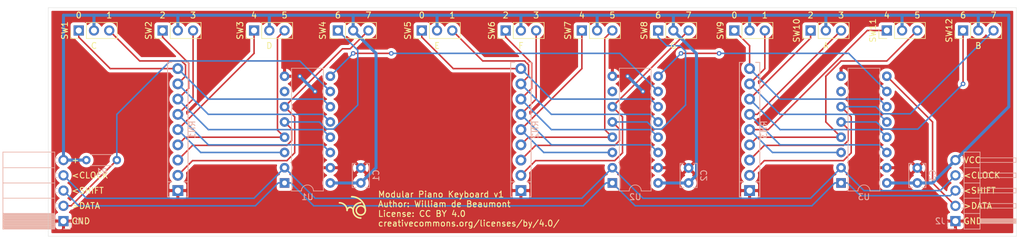
<source format=kicad_pcb>
(kicad_pcb (version 20171130) (host pcbnew 5.1.0)

  (general
    (thickness 1.6)
    (drawings 51)
    (tracks 278)
    (zones 0)
    (modules 24)
    (nets 36)
  )

  (page A4)
  (title_block
    (title "Modular Piano Keyboard")
    (date 2020-02-23)
    (rev v1)
    (comment 2 creativecommons.org/licenses/by/4.0/)
    (comment 3 "License: CC BY 4.0")
    (comment 4 "Author: William de Beaumont")
  )

  (layers
    (0 F.Cu signal)
    (31 B.Cu signal)
    (32 B.Adhes user)
    (33 F.Adhes user)
    (34 B.Paste user)
    (35 F.Paste user)
    (36 B.SilkS user)
    (37 F.SilkS user)
    (38 B.Mask user)
    (39 F.Mask user)
    (40 Dwgs.User user)
    (41 Cmts.User user)
    (42 Eco1.User user)
    (43 Eco2.User user)
    (44 Edge.Cuts user)
    (45 Margin user)
    (46 B.CrtYd user)
    (47 F.CrtYd user)
    (48 B.Fab user)
    (49 F.Fab user)
  )

  (setup
    (last_trace_width 0.254)
    (user_trace_width 0.508)
    (trace_clearance 0.254)
    (zone_clearance 0.508)
    (zone_45_only no)
    (trace_min 0.1524)
    (via_size 0.762)
    (via_drill 0.381)
    (via_min_size 0.508)
    (via_min_drill 0.254)
    (uvia_size 0.762)
    (uvia_drill 0.381)
    (uvias_allowed no)
    (uvia_min_size 0.508)
    (uvia_min_drill 0.254)
    (edge_width 0.05)
    (segment_width 0.2)
    (pcb_text_width 0.3)
    (pcb_text_size 1.5 1.5)
    (mod_edge_width 0.12)
    (mod_text_size 1 1)
    (mod_text_width 0.15)
    (pad_size 1.524 1.524)
    (pad_drill 0.762)
    (pad_to_mask_clearance 0.0508)
    (solder_mask_min_width 0.1016)
    (aux_axis_origin 0 0)
    (visible_elements FFFFFF7F)
    (pcbplotparams
      (layerselection 0x010fc_ffffffff)
      (usegerberextensions false)
      (usegerberattributes false)
      (usegerberadvancedattributes false)
      (creategerberjobfile false)
      (excludeedgelayer true)
      (linewidth 0.100000)
      (plotframeref false)
      (viasonmask false)
      (mode 1)
      (useauxorigin false)
      (hpglpennumber 1)
      (hpglpenspeed 20)
      (hpglpendiameter 15.000000)
      (psnegative false)
      (psa4output false)
      (plotreference true)
      (plotvalue true)
      (plotinvisibletext false)
      (padsonsilk false)
      (subtractmaskfromsilk false)
      (outputformat 1)
      (mirror false)
      (drillshape 1)
      (scaleselection 1)
      (outputdirectory ""))
  )

  (net 0 "")
  (net 1 GND)
  (net 2 VCC)
  (net 3 /CLOCK)
  (net 4 /SHIFT)
  (net 5 /DATA_IN)
  (net 6 /DATA_OUT)
  (net 7 "Net-(RN1-Pad9)")
  (net 8 "Net-(RN1-Pad8)")
  (net 9 "Net-(RN1-Pad7)")
  (net 10 "Net-(RN1-Pad6)")
  (net 11 "Net-(RN1-Pad5)")
  (net 12 "Net-(RN1-Pad4)")
  (net 13 "Net-(RN1-Pad3)")
  (net 14 "Net-(RN1-Pad2)")
  (net 15 "Net-(RN2-Pad9)")
  (net 16 "Net-(RN2-Pad8)")
  (net 17 "Net-(RN2-Pad7)")
  (net 18 "Net-(RN2-Pad6)")
  (net 19 "Net-(RN2-Pad5)")
  (net 20 "Net-(RN2-Pad4)")
  (net 21 "Net-(RN2-Pad3)")
  (net 22 "Net-(RN2-Pad2)")
  (net 23 "Net-(RN3-Pad9)")
  (net 24 "Net-(RN3-Pad8)")
  (net 25 "Net-(RN3-Pad7)")
  (net 26 "Net-(RN3-Pad6)")
  (net 27 "Net-(RN3-Pad5)")
  (net 28 "Net-(RN3-Pad4)")
  (net 29 "Net-(RN3-Pad3)")
  (net 30 "Net-(RN3-Pad2)")
  (net 31 "Net-(U1-Pad7)")
  (net 32 "Net-(U1-Pad9)")
  (net 33 "Net-(U2-Pad7)")
  (net 34 "Net-(U2-Pad9)")
  (net 35 "Net-(U3-Pad7)")

  (net_class Default "This is the default net class."
    (clearance 0.254)
    (trace_width 0.254)
    (via_dia 0.762)
    (via_drill 0.381)
    (uvia_dia 0.762)
    (uvia_drill 0.381)
    (diff_pair_width 0.254)
    (diff_pair_gap 0.254)
    (add_net /CLOCK)
    (add_net /DATA_IN)
    (add_net /DATA_OUT)
    (add_net /SHIFT)
    (add_net GND)
    (add_net "Net-(RN1-Pad2)")
    (add_net "Net-(RN1-Pad3)")
    (add_net "Net-(RN1-Pad4)")
    (add_net "Net-(RN1-Pad5)")
    (add_net "Net-(RN1-Pad6)")
    (add_net "Net-(RN1-Pad7)")
    (add_net "Net-(RN1-Pad8)")
    (add_net "Net-(RN1-Pad9)")
    (add_net "Net-(RN2-Pad2)")
    (add_net "Net-(RN2-Pad3)")
    (add_net "Net-(RN2-Pad4)")
    (add_net "Net-(RN2-Pad5)")
    (add_net "Net-(RN2-Pad6)")
    (add_net "Net-(RN2-Pad7)")
    (add_net "Net-(RN2-Pad8)")
    (add_net "Net-(RN2-Pad9)")
    (add_net "Net-(RN3-Pad2)")
    (add_net "Net-(RN3-Pad3)")
    (add_net "Net-(RN3-Pad4)")
    (add_net "Net-(RN3-Pad5)")
    (add_net "Net-(RN3-Pad6)")
    (add_net "Net-(RN3-Pad7)")
    (add_net "Net-(RN3-Pad8)")
    (add_net "Net-(RN3-Pad9)")
    (add_net "Net-(U1-Pad7)")
    (add_net "Net-(U1-Pad9)")
    (add_net "Net-(U2-Pad7)")
    (add_net "Net-(U2-Pad9)")
    (add_net "Net-(U3-Pad7)")
    (add_net VCC)
  )

  (module Package_SIP:SIP9_Housing (layer B.Cu) (tedit 5A0AB3F6) (tstamp 5E51D5D9)
    (at 193.04 106.68 90)
    (descr SIP9)
    (tags SIP9)
    (path /5E5BEE0E)
    (fp_text reference RN3 (at 10.16 2.4 90) (layer B.SilkS)
      (effects (font (size 1 1) (thickness 0.15)) (justify mirror))
    )
    (fp_text value 10k (at 10.16 -2.5 90) (layer B.Fab)
      (effects (font (size 1 1) (thickness 0.15)) (justify mirror))
    )
    (fp_line (start 21.56 1.9) (end -1.24 2) (layer B.CrtYd) (width 0.05))
    (fp_line (start 21.56 -1.9) (end 21.56 1.9) (layer B.CrtYd) (width 0.05))
    (fp_line (start -1.24 -2) (end 21.56 -1.9) (layer B.CrtYd) (width 0.05))
    (fp_line (start -1.24 2) (end -1.24 -2) (layer B.CrtYd) (width 0.05))
    (fp_line (start 0.06 1.6) (end 21.26 1.6) (layer B.Fab) (width 0.1))
    (fp_line (start -0.94 0.6) (end 0.06 1.6) (layer B.Fab) (width 0.1))
    (fp_line (start -0.94 -1.6) (end -0.94 0.6) (layer B.Fab) (width 0.1))
    (fp_line (start 21.26 -1.6) (end -0.94 -1.6) (layer B.Fab) (width 0.1))
    (fp_line (start 21.26 1.6) (end 21.26 -1.6) (layer B.Fab) (width 0.1))
    (fp_line (start 21.36 1.7) (end 21.36 1.1) (layer B.SilkS) (width 0.15))
    (fp_line (start 10.16 1.7) (end 21.36 1.7) (layer B.SilkS) (width 0.15))
    (fp_line (start -1.04 1.7) (end -1.04 1.4) (layer B.SilkS) (width 0.15))
    (fp_line (start 10.26 1.7) (end -1.04 1.7) (layer B.SilkS) (width 0.15))
    (fp_line (start 21.36 -1.7) (end 21.36 -1) (layer B.SilkS) (width 0.15))
    (fp_line (start 10.16 -1.7) (end 21.36 -1.7) (layer B.SilkS) (width 0.15))
    (fp_line (start 21.36 1.2) (end 21.36 1) (layer B.SilkS) (width 0.15))
    (fp_line (start -1.04 -1.7) (end -1.04 -1.4) (layer B.SilkS) (width 0.15))
    (fp_line (start 10.16 -1.7) (end -1.04 -1.7) (layer B.SilkS) (width 0.15))
    (fp_line (start 1.46 1.7) (end 1.46 1) (layer B.SilkS) (width 0.15))
    (fp_line (start 1.46 -1.7) (end 1.46 -1) (layer B.SilkS) (width 0.15))
    (fp_text user %R (at 10.16 0 90) (layer B.Fab)
      (effects (font (size 1 1) (thickness 0.15)) (justify mirror))
    )
    (pad 9 thru_hole circle (at 20.32 0) (size 1.8 1.8) (drill 1) (layers *.Cu *.Mask)
      (net 23 "Net-(RN3-Pad9)"))
    (pad 8 thru_hole circle (at 17.78 0) (size 1.8 1.8) (drill 1) (layers *.Cu *.Mask)
      (net 24 "Net-(RN3-Pad8)"))
    (pad 7 thru_hole circle (at 15.24 0) (size 1.8 1.8) (drill 1) (layers *.Cu *.Mask)
      (net 25 "Net-(RN3-Pad7)"))
    (pad 6 thru_hole circle (at 12.7 0) (size 1.8 1.8) (drill 1) (layers *.Cu *.Mask)
      (net 26 "Net-(RN3-Pad6)"))
    (pad 5 thru_hole circle (at 10.16 0) (size 1.8 1.8) (drill 1) (layers *.Cu *.Mask)
      (net 27 "Net-(RN3-Pad5)"))
    (pad 4 thru_hole circle (at 7.62 0) (size 1.8 1.8) (drill 1) (layers *.Cu *.Mask)
      (net 28 "Net-(RN3-Pad4)"))
    (pad 3 thru_hole circle (at 5.08 0) (size 1.8 1.8) (drill 1) (layers *.Cu *.Mask)
      (net 29 "Net-(RN3-Pad3)"))
    (pad 2 thru_hole circle (at 2.54 0) (size 1.8 1.8) (drill 1) (layers *.Cu *.Mask)
      (net 30 "Net-(RN3-Pad2)"))
    (pad 1 thru_hole rect (at 0 0) (size 1.8 1.8) (drill 1) (layers *.Cu *.Mask)
      (net 1 GND))
    (model ${KISYS3DMOD}/Package_SIP.3dshapes/SIP9_Housing.wrl
      (at (xyz 0 0 0))
      (scale (xyz 1 1 1))
      (rotate (xyz 0 0 0))
    )
  )

  (module Package_SIP:SIP9_Housing (layer B.Cu) (tedit 5A0AB3F6) (tstamp 5E51D5BC)
    (at 154.94 106.68 90)
    (descr SIP9)
    (tags SIP9)
    (path /5E605EDD)
    (fp_text reference RN2 (at 10.16 2.4 90) (layer B.SilkS)
      (effects (font (size 1 1) (thickness 0.15)) (justify mirror))
    )
    (fp_text value 10k (at 10.16 -2.5 90) (layer B.Fab)
      (effects (font (size 1 1) (thickness 0.15)) (justify mirror))
    )
    (fp_line (start 21.56 1.9) (end -1.24 2) (layer B.CrtYd) (width 0.05))
    (fp_line (start 21.56 -1.9) (end 21.56 1.9) (layer B.CrtYd) (width 0.05))
    (fp_line (start -1.24 -2) (end 21.56 -1.9) (layer B.CrtYd) (width 0.05))
    (fp_line (start -1.24 2) (end -1.24 -2) (layer B.CrtYd) (width 0.05))
    (fp_line (start 0.06 1.6) (end 21.26 1.6) (layer B.Fab) (width 0.1))
    (fp_line (start -0.94 0.6) (end 0.06 1.6) (layer B.Fab) (width 0.1))
    (fp_line (start -0.94 -1.6) (end -0.94 0.6) (layer B.Fab) (width 0.1))
    (fp_line (start 21.26 -1.6) (end -0.94 -1.6) (layer B.Fab) (width 0.1))
    (fp_line (start 21.26 1.6) (end 21.26 -1.6) (layer B.Fab) (width 0.1))
    (fp_line (start 21.36 1.7) (end 21.36 1.1) (layer B.SilkS) (width 0.15))
    (fp_line (start 10.16 1.7) (end 21.36 1.7) (layer B.SilkS) (width 0.15))
    (fp_line (start -1.04 1.7) (end -1.04 1.4) (layer B.SilkS) (width 0.15))
    (fp_line (start 10.26 1.7) (end -1.04 1.7) (layer B.SilkS) (width 0.15))
    (fp_line (start 21.36 -1.7) (end 21.36 -1) (layer B.SilkS) (width 0.15))
    (fp_line (start 10.16 -1.7) (end 21.36 -1.7) (layer B.SilkS) (width 0.15))
    (fp_line (start 21.36 1.2) (end 21.36 1) (layer B.SilkS) (width 0.15))
    (fp_line (start -1.04 -1.7) (end -1.04 -1.4) (layer B.SilkS) (width 0.15))
    (fp_line (start 10.16 -1.7) (end -1.04 -1.7) (layer B.SilkS) (width 0.15))
    (fp_line (start 1.46 1.7) (end 1.46 1) (layer B.SilkS) (width 0.15))
    (fp_line (start 1.46 -1.7) (end 1.46 -1) (layer B.SilkS) (width 0.15))
    (fp_text user %R (at 10.16 0 90) (layer B.Fab)
      (effects (font (size 1 1) (thickness 0.15)) (justify mirror))
    )
    (pad 9 thru_hole circle (at 20.32 0) (size 1.8 1.8) (drill 1) (layers *.Cu *.Mask)
      (net 15 "Net-(RN2-Pad9)"))
    (pad 8 thru_hole circle (at 17.78 0) (size 1.8 1.8) (drill 1) (layers *.Cu *.Mask)
      (net 16 "Net-(RN2-Pad8)"))
    (pad 7 thru_hole circle (at 15.24 0) (size 1.8 1.8) (drill 1) (layers *.Cu *.Mask)
      (net 17 "Net-(RN2-Pad7)"))
    (pad 6 thru_hole circle (at 12.7 0) (size 1.8 1.8) (drill 1) (layers *.Cu *.Mask)
      (net 18 "Net-(RN2-Pad6)"))
    (pad 5 thru_hole circle (at 10.16 0) (size 1.8 1.8) (drill 1) (layers *.Cu *.Mask)
      (net 19 "Net-(RN2-Pad5)"))
    (pad 4 thru_hole circle (at 7.62 0) (size 1.8 1.8) (drill 1) (layers *.Cu *.Mask)
      (net 20 "Net-(RN2-Pad4)"))
    (pad 3 thru_hole circle (at 5.08 0) (size 1.8 1.8) (drill 1) (layers *.Cu *.Mask)
      (net 21 "Net-(RN2-Pad3)"))
    (pad 2 thru_hole circle (at 2.54 0) (size 1.8 1.8) (drill 1) (layers *.Cu *.Mask)
      (net 22 "Net-(RN2-Pad2)"))
    (pad 1 thru_hole rect (at 0 0) (size 1.8 1.8) (drill 1) (layers *.Cu *.Mask)
      (net 1 GND))
    (model ${KISYS3DMOD}/Package_SIP.3dshapes/SIP9_Housing.wrl
      (at (xyz 0 0 0))
      (scale (xyz 1 1 1))
      (rotate (xyz 0 0 0))
    )
  )

  (module Package_SIP:SIP9_Housing (layer B.Cu) (tedit 5A0AB3F6) (tstamp 5E51D59F)
    (at 97.79 106.68 90)
    (descr SIP9)
    (tags SIP9)
    (path /5E612504)
    (fp_text reference RN1 (at 10.16 2.4 90) (layer B.SilkS)
      (effects (font (size 1 1) (thickness 0.15)) (justify mirror))
    )
    (fp_text value 10k (at 10.16 -2.5 90) (layer B.Fab)
      (effects (font (size 1 1) (thickness 0.15)) (justify mirror))
    )
    (fp_line (start 21.56 1.9) (end -1.24 2) (layer B.CrtYd) (width 0.05))
    (fp_line (start 21.56 -1.9) (end 21.56 1.9) (layer B.CrtYd) (width 0.05))
    (fp_line (start -1.24 -2) (end 21.56 -1.9) (layer B.CrtYd) (width 0.05))
    (fp_line (start -1.24 2) (end -1.24 -2) (layer B.CrtYd) (width 0.05))
    (fp_line (start 0.06 1.6) (end 21.26 1.6) (layer B.Fab) (width 0.1))
    (fp_line (start -0.94 0.6) (end 0.06 1.6) (layer B.Fab) (width 0.1))
    (fp_line (start -0.94 -1.6) (end -0.94 0.6) (layer B.Fab) (width 0.1))
    (fp_line (start 21.26 -1.6) (end -0.94 -1.6) (layer B.Fab) (width 0.1))
    (fp_line (start 21.26 1.6) (end 21.26 -1.6) (layer B.Fab) (width 0.1))
    (fp_line (start 21.36 1.7) (end 21.36 1.1) (layer B.SilkS) (width 0.15))
    (fp_line (start 10.16 1.7) (end 21.36 1.7) (layer B.SilkS) (width 0.15))
    (fp_line (start -1.04 1.7) (end -1.04 1.4) (layer B.SilkS) (width 0.15))
    (fp_line (start 10.26 1.7) (end -1.04 1.7) (layer B.SilkS) (width 0.15))
    (fp_line (start 21.36 -1.7) (end 21.36 -1) (layer B.SilkS) (width 0.15))
    (fp_line (start 10.16 -1.7) (end 21.36 -1.7) (layer B.SilkS) (width 0.15))
    (fp_line (start 21.36 1.2) (end 21.36 1) (layer B.SilkS) (width 0.15))
    (fp_line (start -1.04 -1.7) (end -1.04 -1.4) (layer B.SilkS) (width 0.15))
    (fp_line (start 10.16 -1.7) (end -1.04 -1.7) (layer B.SilkS) (width 0.15))
    (fp_line (start 1.46 1.7) (end 1.46 1) (layer B.SilkS) (width 0.15))
    (fp_line (start 1.46 -1.7) (end 1.46 -1) (layer B.SilkS) (width 0.15))
    (fp_text user %R (at 10.16 0 90) (layer B.Fab)
      (effects (font (size 1 1) (thickness 0.15)) (justify mirror))
    )
    (pad 9 thru_hole circle (at 20.32 0) (size 1.8 1.8) (drill 1) (layers *.Cu *.Mask)
      (net 7 "Net-(RN1-Pad9)"))
    (pad 8 thru_hole circle (at 17.78 0) (size 1.8 1.8) (drill 1) (layers *.Cu *.Mask)
      (net 8 "Net-(RN1-Pad8)"))
    (pad 7 thru_hole circle (at 15.24 0) (size 1.8 1.8) (drill 1) (layers *.Cu *.Mask)
      (net 9 "Net-(RN1-Pad7)"))
    (pad 6 thru_hole circle (at 12.7 0) (size 1.8 1.8) (drill 1) (layers *.Cu *.Mask)
      (net 10 "Net-(RN1-Pad6)"))
    (pad 5 thru_hole circle (at 10.16 0) (size 1.8 1.8) (drill 1) (layers *.Cu *.Mask)
      (net 11 "Net-(RN1-Pad5)"))
    (pad 4 thru_hole circle (at 7.62 0) (size 1.8 1.8) (drill 1) (layers *.Cu *.Mask)
      (net 12 "Net-(RN1-Pad4)"))
    (pad 3 thru_hole circle (at 5.08 0) (size 1.8 1.8) (drill 1) (layers *.Cu *.Mask)
      (net 13 "Net-(RN1-Pad3)"))
    (pad 2 thru_hole circle (at 2.54 0) (size 1.8 1.8) (drill 1) (layers *.Cu *.Mask)
      (net 14 "Net-(RN1-Pad2)"))
    (pad 1 thru_hole rect (at 0 0) (size 1.8 1.8) (drill 1) (layers *.Cu *.Mask)
      (net 1 GND))
    (model ${KISYS3DMOD}/Package_SIP.3dshapes/SIP9_Housing.wrl
      (at (xyz 0 0 0))
      (scale (xyz 1 1 1))
      (rotate (xyz 0 0 0))
    )
  )

  (module Capacitor_THT:C_Disc_D3.8mm_W2.6mm_P2.50mm (layer B.Cu) (tedit 5AE50EF0) (tstamp 5E51D4CA)
    (at 220.98 105.41 90)
    (descr "C, Disc series, Radial, pin pitch=2.50mm, , diameter*width=3.8*2.6mm^2, Capacitor, http://www.vishay.com/docs/45233/krseries.pdf")
    (tags "C Disc series Radial pin pitch 2.50mm  diameter 3.8mm width 2.6mm Capacitor")
    (path /5E629331)
    (fp_text reference C3 (at 1.25 2.55 90) (layer B.SilkS)
      (effects (font (size 1 1) (thickness 0.15)) (justify mirror))
    )
    (fp_text value 0.1μF (at 1.25 -2.55 90) (layer B.Fab)
      (effects (font (size 1 1) (thickness 0.15)) (justify mirror))
    )
    (fp_text user %R (at 1.25 0 90) (layer B.Fab)
      (effects (font (size 0.76 0.76) (thickness 0.114)) (justify mirror))
    )
    (fp_line (start 3.55 1.55) (end -1.05 1.55) (layer B.CrtYd) (width 0.05))
    (fp_line (start 3.55 -1.55) (end 3.55 1.55) (layer B.CrtYd) (width 0.05))
    (fp_line (start -1.05 -1.55) (end 3.55 -1.55) (layer B.CrtYd) (width 0.05))
    (fp_line (start -1.05 1.55) (end -1.05 -1.55) (layer B.CrtYd) (width 0.05))
    (fp_line (start 3.27 -0.795) (end 3.27 -1.42) (layer B.SilkS) (width 0.12))
    (fp_line (start 3.27 1.42) (end 3.27 0.795) (layer B.SilkS) (width 0.12))
    (fp_line (start -0.77 -0.795) (end -0.77 -1.42) (layer B.SilkS) (width 0.12))
    (fp_line (start -0.77 1.42) (end -0.77 0.795) (layer B.SilkS) (width 0.12))
    (fp_line (start -0.77 -1.42) (end 3.27 -1.42) (layer B.SilkS) (width 0.12))
    (fp_line (start -0.77 1.42) (end 3.27 1.42) (layer B.SilkS) (width 0.12))
    (fp_line (start 3.15 1.3) (end -0.65 1.3) (layer B.Fab) (width 0.1))
    (fp_line (start 3.15 -1.3) (end 3.15 1.3) (layer B.Fab) (width 0.1))
    (fp_line (start -0.65 -1.3) (end 3.15 -1.3) (layer B.Fab) (width 0.1))
    (fp_line (start -0.65 1.3) (end -0.65 -1.3) (layer B.Fab) (width 0.1))
    (pad 2 thru_hole circle (at 2.5 0 90) (size 1.6 1.6) (drill 0.8) (layers *.Cu *.Mask)
      (net 1 GND))
    (pad 1 thru_hole circle (at 0 0 90) (size 1.6 1.6) (drill 0.8) (layers *.Cu *.Mask)
      (net 2 VCC))
    (model ${KISYS3DMOD}/Capacitor_THT.3dshapes/C_Disc_D3.8mm_W2.6mm_P2.50mm.wrl
      (at (xyz 0 0 0))
      (scale (xyz 1 1 1))
      (rotate (xyz 0 0 0))
    )
  )

  (module Capacitor_THT:C_Disc_D3.8mm_W2.6mm_P2.50mm (layer B.Cu) (tedit 5AE50EF0) (tstamp 5E51D4B5)
    (at 182.88 105.41 90)
    (descr "C, Disc series, Radial, pin pitch=2.50mm, , diameter*width=3.8*2.6mm^2, Capacitor, http://www.vishay.com/docs/45233/krseries.pdf")
    (tags "C Disc series Radial pin pitch 2.50mm  diameter 3.8mm width 2.6mm Capacitor")
    (path /5E628E05)
    (fp_text reference C2 (at 1.25 2.55 90) (layer B.SilkS)
      (effects (font (size 1 1) (thickness 0.15)) (justify mirror))
    )
    (fp_text value 0.1μF (at 1.25 -2.55 90) (layer B.Fab)
      (effects (font (size 1 1) (thickness 0.15)) (justify mirror))
    )
    (fp_text user %R (at 1.25 0 90) (layer B.Fab)
      (effects (font (size 0.76 0.76) (thickness 0.114)) (justify mirror))
    )
    (fp_line (start 3.55 1.55) (end -1.05 1.55) (layer B.CrtYd) (width 0.05))
    (fp_line (start 3.55 -1.55) (end 3.55 1.55) (layer B.CrtYd) (width 0.05))
    (fp_line (start -1.05 -1.55) (end 3.55 -1.55) (layer B.CrtYd) (width 0.05))
    (fp_line (start -1.05 1.55) (end -1.05 -1.55) (layer B.CrtYd) (width 0.05))
    (fp_line (start 3.27 -0.795) (end 3.27 -1.42) (layer B.SilkS) (width 0.12))
    (fp_line (start 3.27 1.42) (end 3.27 0.795) (layer B.SilkS) (width 0.12))
    (fp_line (start -0.77 -0.795) (end -0.77 -1.42) (layer B.SilkS) (width 0.12))
    (fp_line (start -0.77 1.42) (end -0.77 0.795) (layer B.SilkS) (width 0.12))
    (fp_line (start -0.77 -1.42) (end 3.27 -1.42) (layer B.SilkS) (width 0.12))
    (fp_line (start -0.77 1.42) (end 3.27 1.42) (layer B.SilkS) (width 0.12))
    (fp_line (start 3.15 1.3) (end -0.65 1.3) (layer B.Fab) (width 0.1))
    (fp_line (start 3.15 -1.3) (end 3.15 1.3) (layer B.Fab) (width 0.1))
    (fp_line (start -0.65 -1.3) (end 3.15 -1.3) (layer B.Fab) (width 0.1))
    (fp_line (start -0.65 1.3) (end -0.65 -1.3) (layer B.Fab) (width 0.1))
    (pad 2 thru_hole circle (at 2.5 0 90) (size 1.6 1.6) (drill 0.8) (layers *.Cu *.Mask)
      (net 1 GND))
    (pad 1 thru_hole circle (at 0 0 90) (size 1.6 1.6) (drill 0.8) (layers *.Cu *.Mask)
      (net 2 VCC))
    (model ${KISYS3DMOD}/Capacitor_THT.3dshapes/C_Disc_D3.8mm_W2.6mm_P2.50mm.wrl
      (at (xyz 0 0 0))
      (scale (xyz 1 1 1))
      (rotate (xyz 0 0 0))
    )
  )

  (module Capacitor_THT:C_Disc_D3.8mm_W2.6mm_P2.50mm (layer B.Cu) (tedit 5AE50EF0) (tstamp 5E51D4A0)
    (at 128.27 105.41 90)
    (descr "C, Disc series, Radial, pin pitch=2.50mm, , diameter*width=3.8*2.6mm^2, Capacitor, http://www.vishay.com/docs/45233/krseries.pdf")
    (tags "C Disc series Radial pin pitch 2.50mm  diameter 3.8mm width 2.6mm Capacitor")
    (path /5E625727)
    (fp_text reference C1 (at 1.25 2.55 90) (layer B.SilkS)
      (effects (font (size 1 1) (thickness 0.15)) (justify mirror))
    )
    (fp_text value 0.1μF (at 1.25 -2.55 90) (layer B.Fab)
      (effects (font (size 1 1) (thickness 0.15)) (justify mirror))
    )
    (fp_text user %R (at 1.25 0 90) (layer B.Fab)
      (effects (font (size 0.76 0.76) (thickness 0.114)) (justify mirror))
    )
    (fp_line (start 3.55 1.55) (end -1.05 1.55) (layer B.CrtYd) (width 0.05))
    (fp_line (start 3.55 -1.55) (end 3.55 1.55) (layer B.CrtYd) (width 0.05))
    (fp_line (start -1.05 -1.55) (end 3.55 -1.55) (layer B.CrtYd) (width 0.05))
    (fp_line (start -1.05 1.55) (end -1.05 -1.55) (layer B.CrtYd) (width 0.05))
    (fp_line (start 3.27 -0.795) (end 3.27 -1.42) (layer B.SilkS) (width 0.12))
    (fp_line (start 3.27 1.42) (end 3.27 0.795) (layer B.SilkS) (width 0.12))
    (fp_line (start -0.77 -0.795) (end -0.77 -1.42) (layer B.SilkS) (width 0.12))
    (fp_line (start -0.77 1.42) (end -0.77 0.795) (layer B.SilkS) (width 0.12))
    (fp_line (start -0.77 -1.42) (end 3.27 -1.42) (layer B.SilkS) (width 0.12))
    (fp_line (start -0.77 1.42) (end 3.27 1.42) (layer B.SilkS) (width 0.12))
    (fp_line (start 3.15 1.3) (end -0.65 1.3) (layer B.Fab) (width 0.1))
    (fp_line (start 3.15 -1.3) (end 3.15 1.3) (layer B.Fab) (width 0.1))
    (fp_line (start -0.65 -1.3) (end 3.15 -1.3) (layer B.Fab) (width 0.1))
    (fp_line (start -0.65 1.3) (end -0.65 -1.3) (layer B.Fab) (width 0.1))
    (pad 2 thru_hole circle (at 2.5 0 90) (size 1.6 1.6) (drill 0.8) (layers *.Cu *.Mask)
      (net 1 GND))
    (pad 1 thru_hole circle (at 0 0 90) (size 1.6 1.6) (drill 0.8) (layers *.Cu *.Mask)
      (net 2 VCC))
    (model ${KISYS3DMOD}/Capacitor_THT.3dshapes/C_Disc_D3.8mm_W2.6mm_P2.50mm.wrl
      (at (xyz 0 0 0))
      (scale (xyz 1 1 1))
      (rotate (xyz 0 0 0))
    )
  )

  (module Package_DIP:DIP-16_W7.62mm (layer B.Cu) (tedit 5A02E8C5) (tstamp 5E51D759)
    (at 208.28 105.41)
    (descr "16-lead though-hole mounted DIP package, row spacing 7.62 mm (300 mils)")
    (tags "THT DIP DIL PDIP 2.54mm 7.62mm 300mil")
    (path /5E5190B7)
    (fp_text reference U3 (at 3.81 2.33) (layer B.SilkS)
      (effects (font (size 1 1) (thickness 0.15)) (justify mirror))
    )
    (fp_text value 74165 (at 3.81 -20.11) (layer B.Fab)
      (effects (font (size 1 1) (thickness 0.15)) (justify mirror))
    )
    (fp_text user %R (at 3.81 -8.89) (layer B.Fab)
      (effects (font (size 1 1) (thickness 0.15)) (justify mirror))
    )
    (fp_line (start 8.7 1.55) (end -1.1 1.55) (layer B.CrtYd) (width 0.05))
    (fp_line (start 8.7 -19.3) (end 8.7 1.55) (layer B.CrtYd) (width 0.05))
    (fp_line (start -1.1 -19.3) (end 8.7 -19.3) (layer B.CrtYd) (width 0.05))
    (fp_line (start -1.1 1.55) (end -1.1 -19.3) (layer B.CrtYd) (width 0.05))
    (fp_line (start 6.46 1.33) (end 4.81 1.33) (layer B.SilkS) (width 0.12))
    (fp_line (start 6.46 -19.11) (end 6.46 1.33) (layer B.SilkS) (width 0.12))
    (fp_line (start 1.16 -19.11) (end 6.46 -19.11) (layer B.SilkS) (width 0.12))
    (fp_line (start 1.16 1.33) (end 1.16 -19.11) (layer B.SilkS) (width 0.12))
    (fp_line (start 2.81 1.33) (end 1.16 1.33) (layer B.SilkS) (width 0.12))
    (fp_line (start 0.635 0.27) (end 1.635 1.27) (layer B.Fab) (width 0.1))
    (fp_line (start 0.635 -19.05) (end 0.635 0.27) (layer B.Fab) (width 0.1))
    (fp_line (start 6.985 -19.05) (end 0.635 -19.05) (layer B.Fab) (width 0.1))
    (fp_line (start 6.985 1.27) (end 6.985 -19.05) (layer B.Fab) (width 0.1))
    (fp_line (start 1.635 1.27) (end 6.985 1.27) (layer B.Fab) (width 0.1))
    (fp_arc (start 3.81 1.33) (end 2.81 1.33) (angle 180) (layer B.SilkS) (width 0.12))
    (pad 16 thru_hole oval (at 7.62 0) (size 1.6 1.6) (drill 0.8) (layers *.Cu *.Mask)
      (net 2 VCC))
    (pad 8 thru_hole oval (at 0 -17.78) (size 1.6 1.6) (drill 0.8) (layers *.Cu *.Mask)
      (net 1 GND))
    (pad 15 thru_hole oval (at 7.62 -2.54) (size 1.6 1.6) (drill 0.8) (layers *.Cu *.Mask)
      (net 1 GND))
    (pad 7 thru_hole oval (at 0 -15.24) (size 1.6 1.6) (drill 0.8) (layers *.Cu *.Mask)
      (net 35 "Net-(U3-Pad7)"))
    (pad 14 thru_hole oval (at 7.62 -5.08) (size 1.6 1.6) (drill 0.8) (layers *.Cu *.Mask)
      (net 26 "Net-(RN3-Pad6)"))
    (pad 6 thru_hole oval (at 0 -12.7) (size 1.6 1.6) (drill 0.8) (layers *.Cu *.Mask)
      (net 30 "Net-(RN3-Pad2)"))
    (pad 13 thru_hole oval (at 7.62 -7.62) (size 1.6 1.6) (drill 0.8) (layers *.Cu *.Mask)
      (net 25 "Net-(RN3-Pad7)"))
    (pad 5 thru_hole oval (at 0 -10.16) (size 1.6 1.6) (drill 0.8) (layers *.Cu *.Mask)
      (net 29 "Net-(RN3-Pad3)"))
    (pad 12 thru_hole oval (at 7.62 -10.16) (size 1.6 1.6) (drill 0.8) (layers *.Cu *.Mask)
      (net 24 "Net-(RN3-Pad8)"))
    (pad 4 thru_hole oval (at 0 -7.62) (size 1.6 1.6) (drill 0.8) (layers *.Cu *.Mask)
      (net 28 "Net-(RN3-Pad4)"))
    (pad 11 thru_hole oval (at 7.62 -12.7) (size 1.6 1.6) (drill 0.8) (layers *.Cu *.Mask)
      (net 23 "Net-(RN3-Pad9)"))
    (pad 3 thru_hole oval (at 0 -5.08) (size 1.6 1.6) (drill 0.8) (layers *.Cu *.Mask)
      (net 27 "Net-(RN3-Pad5)"))
    (pad 10 thru_hole oval (at 7.62 -15.24) (size 1.6 1.6) (drill 0.8) (layers *.Cu *.Mask)
      (net 34 "Net-(U2-Pad9)"))
    (pad 2 thru_hole oval (at 0 -2.54) (size 1.6 1.6) (drill 0.8) (layers *.Cu *.Mask)
      (net 3 /CLOCK))
    (pad 9 thru_hole oval (at 7.62 -17.78) (size 1.6 1.6) (drill 0.8) (layers *.Cu *.Mask)
      (net 6 /DATA_OUT))
    (pad 1 thru_hole rect (at 0 0) (size 1.6 1.6) (drill 0.8) (layers *.Cu *.Mask)
      (net 4 /SHIFT))
    (model ${KISYS3DMOD}/Package_DIP.3dshapes/DIP-16_W7.62mm.wrl
      (at (xyz 0 0 0))
      (scale (xyz 1 1 1))
      (rotate (xyz 0 0 0))
    )
  )

  (module Package_DIP:DIP-16_W7.62mm (layer B.Cu) (tedit 5A02E8C5) (tstamp 5E51D735)
    (at 170.18 105.41)
    (descr "16-lead though-hole mounted DIP package, row spacing 7.62 mm (300 mils)")
    (tags "THT DIP DIL PDIP 2.54mm 7.62mm 300mil")
    (path /5E54F357)
    (fp_text reference U2 (at 3.81 2.33) (layer B.SilkS)
      (effects (font (size 1 1) (thickness 0.15)) (justify mirror))
    )
    (fp_text value 74165 (at 3.81 -20.11) (layer B.Fab)
      (effects (font (size 1 1) (thickness 0.15)) (justify mirror))
    )
    (fp_text user %R (at 3.81 -8.89) (layer B.Fab)
      (effects (font (size 1 1) (thickness 0.15)) (justify mirror))
    )
    (fp_line (start 8.7 1.55) (end -1.1 1.55) (layer B.CrtYd) (width 0.05))
    (fp_line (start 8.7 -19.3) (end 8.7 1.55) (layer B.CrtYd) (width 0.05))
    (fp_line (start -1.1 -19.3) (end 8.7 -19.3) (layer B.CrtYd) (width 0.05))
    (fp_line (start -1.1 1.55) (end -1.1 -19.3) (layer B.CrtYd) (width 0.05))
    (fp_line (start 6.46 1.33) (end 4.81 1.33) (layer B.SilkS) (width 0.12))
    (fp_line (start 6.46 -19.11) (end 6.46 1.33) (layer B.SilkS) (width 0.12))
    (fp_line (start 1.16 -19.11) (end 6.46 -19.11) (layer B.SilkS) (width 0.12))
    (fp_line (start 1.16 1.33) (end 1.16 -19.11) (layer B.SilkS) (width 0.12))
    (fp_line (start 2.81 1.33) (end 1.16 1.33) (layer B.SilkS) (width 0.12))
    (fp_line (start 0.635 0.27) (end 1.635 1.27) (layer B.Fab) (width 0.1))
    (fp_line (start 0.635 -19.05) (end 0.635 0.27) (layer B.Fab) (width 0.1))
    (fp_line (start 6.985 -19.05) (end 0.635 -19.05) (layer B.Fab) (width 0.1))
    (fp_line (start 6.985 1.27) (end 6.985 -19.05) (layer B.Fab) (width 0.1))
    (fp_line (start 1.635 1.27) (end 6.985 1.27) (layer B.Fab) (width 0.1))
    (fp_arc (start 3.81 1.33) (end 2.81 1.33) (angle 180) (layer B.SilkS) (width 0.12))
    (pad 16 thru_hole oval (at 7.62 0) (size 1.6 1.6) (drill 0.8) (layers *.Cu *.Mask)
      (net 2 VCC))
    (pad 8 thru_hole oval (at 0 -17.78) (size 1.6 1.6) (drill 0.8) (layers *.Cu *.Mask)
      (net 1 GND))
    (pad 15 thru_hole oval (at 7.62 -2.54) (size 1.6 1.6) (drill 0.8) (layers *.Cu *.Mask)
      (net 1 GND))
    (pad 7 thru_hole oval (at 0 -15.24) (size 1.6 1.6) (drill 0.8) (layers *.Cu *.Mask)
      (net 33 "Net-(U2-Pad7)"))
    (pad 14 thru_hole oval (at 7.62 -5.08) (size 1.6 1.6) (drill 0.8) (layers *.Cu *.Mask)
      (net 18 "Net-(RN2-Pad6)"))
    (pad 6 thru_hole oval (at 0 -12.7) (size 1.6 1.6) (drill 0.8) (layers *.Cu *.Mask)
      (net 22 "Net-(RN2-Pad2)"))
    (pad 13 thru_hole oval (at 7.62 -7.62) (size 1.6 1.6) (drill 0.8) (layers *.Cu *.Mask)
      (net 17 "Net-(RN2-Pad7)"))
    (pad 5 thru_hole oval (at 0 -10.16) (size 1.6 1.6) (drill 0.8) (layers *.Cu *.Mask)
      (net 21 "Net-(RN2-Pad3)"))
    (pad 12 thru_hole oval (at 7.62 -10.16) (size 1.6 1.6) (drill 0.8) (layers *.Cu *.Mask)
      (net 16 "Net-(RN2-Pad8)"))
    (pad 4 thru_hole oval (at 0 -7.62) (size 1.6 1.6) (drill 0.8) (layers *.Cu *.Mask)
      (net 20 "Net-(RN2-Pad4)"))
    (pad 11 thru_hole oval (at 7.62 -12.7) (size 1.6 1.6) (drill 0.8) (layers *.Cu *.Mask)
      (net 15 "Net-(RN2-Pad9)"))
    (pad 3 thru_hole oval (at 0 -5.08) (size 1.6 1.6) (drill 0.8) (layers *.Cu *.Mask)
      (net 19 "Net-(RN2-Pad5)"))
    (pad 10 thru_hole oval (at 7.62 -15.24) (size 1.6 1.6) (drill 0.8) (layers *.Cu *.Mask)
      (net 32 "Net-(U1-Pad9)"))
    (pad 2 thru_hole oval (at 0 -2.54) (size 1.6 1.6) (drill 0.8) (layers *.Cu *.Mask)
      (net 3 /CLOCK))
    (pad 9 thru_hole oval (at 7.62 -17.78) (size 1.6 1.6) (drill 0.8) (layers *.Cu *.Mask)
      (net 34 "Net-(U2-Pad9)"))
    (pad 1 thru_hole rect (at 0 0) (size 1.6 1.6) (drill 0.8) (layers *.Cu *.Mask)
      (net 4 /SHIFT))
    (model ${KISYS3DMOD}/Package_DIP.3dshapes/DIP-16_W7.62mm.wrl
      (at (xyz 0 0 0))
      (scale (xyz 1 1 1))
      (rotate (xyz 0 0 0))
    )
  )

  (module Package_DIP:DIP-16_W7.62mm (layer B.Cu) (tedit 5A02E8C5) (tstamp 5E51D711)
    (at 115.57 105.41)
    (descr "16-lead though-hole mounted DIP package, row spacing 7.62 mm (300 mils)")
    (tags "THT DIP DIL PDIP 2.54mm 7.62mm 300mil")
    (path /5E559965)
    (fp_text reference U1 (at 3.81 2.33) (layer B.SilkS)
      (effects (font (size 1 1) (thickness 0.15)) (justify mirror))
    )
    (fp_text value 74165 (at 3.81 -20.11) (layer B.Fab)
      (effects (font (size 1 1) (thickness 0.15)) (justify mirror))
    )
    (fp_text user %R (at 3.81 -8.89) (layer B.Fab)
      (effects (font (size 1 1) (thickness 0.15)) (justify mirror))
    )
    (fp_line (start 8.7 1.55) (end -1.1 1.55) (layer B.CrtYd) (width 0.05))
    (fp_line (start 8.7 -19.3) (end 8.7 1.55) (layer B.CrtYd) (width 0.05))
    (fp_line (start -1.1 -19.3) (end 8.7 -19.3) (layer B.CrtYd) (width 0.05))
    (fp_line (start -1.1 1.55) (end -1.1 -19.3) (layer B.CrtYd) (width 0.05))
    (fp_line (start 6.46 1.33) (end 4.81 1.33) (layer B.SilkS) (width 0.12))
    (fp_line (start 6.46 -19.11) (end 6.46 1.33) (layer B.SilkS) (width 0.12))
    (fp_line (start 1.16 -19.11) (end 6.46 -19.11) (layer B.SilkS) (width 0.12))
    (fp_line (start 1.16 1.33) (end 1.16 -19.11) (layer B.SilkS) (width 0.12))
    (fp_line (start 2.81 1.33) (end 1.16 1.33) (layer B.SilkS) (width 0.12))
    (fp_line (start 0.635 0.27) (end 1.635 1.27) (layer B.Fab) (width 0.1))
    (fp_line (start 0.635 -19.05) (end 0.635 0.27) (layer B.Fab) (width 0.1))
    (fp_line (start 6.985 -19.05) (end 0.635 -19.05) (layer B.Fab) (width 0.1))
    (fp_line (start 6.985 1.27) (end 6.985 -19.05) (layer B.Fab) (width 0.1))
    (fp_line (start 1.635 1.27) (end 6.985 1.27) (layer B.Fab) (width 0.1))
    (fp_arc (start 3.81 1.33) (end 2.81 1.33) (angle 180) (layer B.SilkS) (width 0.12))
    (pad 16 thru_hole oval (at 7.62 0) (size 1.6 1.6) (drill 0.8) (layers *.Cu *.Mask)
      (net 2 VCC))
    (pad 8 thru_hole oval (at 0 -17.78) (size 1.6 1.6) (drill 0.8) (layers *.Cu *.Mask)
      (net 1 GND))
    (pad 15 thru_hole oval (at 7.62 -2.54) (size 1.6 1.6) (drill 0.8) (layers *.Cu *.Mask)
      (net 1 GND))
    (pad 7 thru_hole oval (at 0 -15.24) (size 1.6 1.6) (drill 0.8) (layers *.Cu *.Mask)
      (net 31 "Net-(U1-Pad7)"))
    (pad 14 thru_hole oval (at 7.62 -5.08) (size 1.6 1.6) (drill 0.8) (layers *.Cu *.Mask)
      (net 10 "Net-(RN1-Pad6)"))
    (pad 6 thru_hole oval (at 0 -12.7) (size 1.6 1.6) (drill 0.8) (layers *.Cu *.Mask)
      (net 14 "Net-(RN1-Pad2)"))
    (pad 13 thru_hole oval (at 7.62 -7.62) (size 1.6 1.6) (drill 0.8) (layers *.Cu *.Mask)
      (net 9 "Net-(RN1-Pad7)"))
    (pad 5 thru_hole oval (at 0 -10.16) (size 1.6 1.6) (drill 0.8) (layers *.Cu *.Mask)
      (net 13 "Net-(RN1-Pad3)"))
    (pad 12 thru_hole oval (at 7.62 -10.16) (size 1.6 1.6) (drill 0.8) (layers *.Cu *.Mask)
      (net 8 "Net-(RN1-Pad8)"))
    (pad 4 thru_hole oval (at 0 -7.62) (size 1.6 1.6) (drill 0.8) (layers *.Cu *.Mask)
      (net 12 "Net-(RN1-Pad4)"))
    (pad 11 thru_hole oval (at 7.62 -12.7) (size 1.6 1.6) (drill 0.8) (layers *.Cu *.Mask)
      (net 7 "Net-(RN1-Pad9)"))
    (pad 3 thru_hole oval (at 0 -5.08) (size 1.6 1.6) (drill 0.8) (layers *.Cu *.Mask)
      (net 11 "Net-(RN1-Pad5)"))
    (pad 10 thru_hole oval (at 7.62 -15.24) (size 1.6 1.6) (drill 0.8) (layers *.Cu *.Mask)
      (net 5 /DATA_IN))
    (pad 2 thru_hole oval (at 0 -2.54) (size 1.6 1.6) (drill 0.8) (layers *.Cu *.Mask)
      (net 3 /CLOCK))
    (pad 9 thru_hole oval (at 7.62 -17.78) (size 1.6 1.6) (drill 0.8) (layers *.Cu *.Mask)
      (net 32 "Net-(U1-Pad9)"))
    (pad 1 thru_hole rect (at 0 0) (size 1.6 1.6) (drill 0.8) (layers *.Cu *.Mask)
      (net 4 /SHIFT))
    (model ${KISYS3DMOD}/Package_DIP.3dshapes/DIP-16_W7.62mm.wrl
      (at (xyz 0 0 0))
      (scale (xyz 1 1 1))
      (rotate (xyz 0 0 0))
    )
  )

  (module Connector_PinHeader_2.54mm:PinHeader_1x03_P2.54mm_Vertical (layer F.Cu) (tedit 59FED5CC) (tstamp 5E51D6ED)
    (at 228.6 80.01 90)
    (descr "Through hole straight pin header, 1x03, 2.54mm pitch, single row")
    (tags "Through hole pin header THT 1x03 2.54mm single row")
    (path /5E5254D3)
    (fp_text reference SW12 (at 0 -2.33 90) (layer F.SilkS)
      (effects (font (size 1 1) (thickness 0.15)))
    )
    (fp_text value B (at 0 7.41 90) (layer F.Fab)
      (effects (font (size 1 1) (thickness 0.15)))
    )
    (fp_text user %R (at 0 2.54 180) (layer F.Fab)
      (effects (font (size 1 1) (thickness 0.15)))
    )
    (fp_line (start 1.8 -1.8) (end -1.8 -1.8) (layer F.CrtYd) (width 0.05))
    (fp_line (start 1.8 6.85) (end 1.8 -1.8) (layer F.CrtYd) (width 0.05))
    (fp_line (start -1.8 6.85) (end 1.8 6.85) (layer F.CrtYd) (width 0.05))
    (fp_line (start -1.8 -1.8) (end -1.8 6.85) (layer F.CrtYd) (width 0.05))
    (fp_line (start -1.33 -1.33) (end 0 -1.33) (layer F.SilkS) (width 0.12))
    (fp_line (start -1.33 0) (end -1.33 -1.33) (layer F.SilkS) (width 0.12))
    (fp_line (start -1.33 1.27) (end 1.33 1.27) (layer F.SilkS) (width 0.12))
    (fp_line (start 1.33 1.27) (end 1.33 6.41) (layer F.SilkS) (width 0.12))
    (fp_line (start -1.33 1.27) (end -1.33 6.41) (layer F.SilkS) (width 0.12))
    (fp_line (start -1.33 6.41) (end 1.33 6.41) (layer F.SilkS) (width 0.12))
    (fp_line (start -1.27 -0.635) (end -0.635 -1.27) (layer F.Fab) (width 0.1))
    (fp_line (start -1.27 6.35) (end -1.27 -0.635) (layer F.Fab) (width 0.1))
    (fp_line (start 1.27 6.35) (end -1.27 6.35) (layer F.Fab) (width 0.1))
    (fp_line (start 1.27 -1.27) (end 1.27 6.35) (layer F.Fab) (width 0.1))
    (fp_line (start -0.635 -1.27) (end 1.27 -1.27) (layer F.Fab) (width 0.1))
    (pad 3 thru_hole oval (at 0 5.08 90) (size 1.7 1.7) (drill 1) (layers *.Cu *.Mask)
      (net 30 "Net-(RN3-Pad2)"))
    (pad 2 thru_hole oval (at 0 2.54 90) (size 1.7 1.7) (drill 1) (layers *.Cu *.Mask)
      (net 2 VCC))
    (pad 1 thru_hole rect (at 0 0 90) (size 1.7 1.7) (drill 1) (layers *.Cu *.Mask)
      (net 29 "Net-(RN3-Pad3)"))
  )

  (module Connector_PinHeader_2.54mm:PinHeader_1x03_P2.54mm_Vertical (layer F.Cu) (tedit 59FED5CC) (tstamp 5E51D6D6)
    (at 215.9 80.01 90)
    (descr "Through hole straight pin header, 1x03, 2.54mm pitch, single row")
    (tags "Through hole pin header THT 1x03 2.54mm single row")
    (path /5E528E93)
    (fp_text reference SW11 (at 0 -2.33 90) (layer F.SilkS)
      (effects (font (size 1 1) (thickness 0.15)))
    )
    (fp_text value Bb (at 0 7.41 90) (layer F.Fab)
      (effects (font (size 1 1) (thickness 0.15)))
    )
    (fp_text user %R (at 0 2.54 180) (layer F.Fab)
      (effects (font (size 1 1) (thickness 0.15)))
    )
    (fp_line (start 1.8 -1.8) (end -1.8 -1.8) (layer F.CrtYd) (width 0.05))
    (fp_line (start 1.8 6.85) (end 1.8 -1.8) (layer F.CrtYd) (width 0.05))
    (fp_line (start -1.8 6.85) (end 1.8 6.85) (layer F.CrtYd) (width 0.05))
    (fp_line (start -1.8 -1.8) (end -1.8 6.85) (layer F.CrtYd) (width 0.05))
    (fp_line (start -1.33 -1.33) (end 0 -1.33) (layer F.SilkS) (width 0.12))
    (fp_line (start -1.33 0) (end -1.33 -1.33) (layer F.SilkS) (width 0.12))
    (fp_line (start -1.33 1.27) (end 1.33 1.27) (layer F.SilkS) (width 0.12))
    (fp_line (start 1.33 1.27) (end 1.33 6.41) (layer F.SilkS) (width 0.12))
    (fp_line (start -1.33 1.27) (end -1.33 6.41) (layer F.SilkS) (width 0.12))
    (fp_line (start -1.33 6.41) (end 1.33 6.41) (layer F.SilkS) (width 0.12))
    (fp_line (start -1.27 -0.635) (end -0.635 -1.27) (layer F.Fab) (width 0.1))
    (fp_line (start -1.27 6.35) (end -1.27 -0.635) (layer F.Fab) (width 0.1))
    (fp_line (start 1.27 6.35) (end -1.27 6.35) (layer F.Fab) (width 0.1))
    (fp_line (start 1.27 -1.27) (end 1.27 6.35) (layer F.Fab) (width 0.1))
    (fp_line (start -0.635 -1.27) (end 1.27 -1.27) (layer F.Fab) (width 0.1))
    (pad 3 thru_hole oval (at 0 5.08 90) (size 1.7 1.7) (drill 1) (layers *.Cu *.Mask)
      (net 28 "Net-(RN3-Pad4)"))
    (pad 2 thru_hole oval (at 0 2.54 90) (size 1.7 1.7) (drill 1) (layers *.Cu *.Mask)
      (net 2 VCC))
    (pad 1 thru_hole rect (at 0 0 90) (size 1.7 1.7) (drill 1) (layers *.Cu *.Mask)
      (net 27 "Net-(RN3-Pad5)"))
  )

  (module Connector_PinHeader_2.54mm:PinHeader_1x03_P2.54mm_Vertical (layer F.Cu) (tedit 59FED5CC) (tstamp 5E51D6BF)
    (at 203.2 80.01 90)
    (descr "Through hole straight pin header, 1x03, 2.54mm pitch, single row")
    (tags "Through hole pin header THT 1x03 2.54mm single row")
    (path /5E529D13)
    (fp_text reference SW10 (at 0 -2.33 90) (layer F.SilkS)
      (effects (font (size 1 1) (thickness 0.15)))
    )
    (fp_text value A (at 0 7.41 90) (layer F.Fab)
      (effects (font (size 1 1) (thickness 0.15)))
    )
    (fp_text user %R (at 0 2.54 180) (layer F.Fab)
      (effects (font (size 1 1) (thickness 0.15)))
    )
    (fp_line (start 1.8 -1.8) (end -1.8 -1.8) (layer F.CrtYd) (width 0.05))
    (fp_line (start 1.8 6.85) (end 1.8 -1.8) (layer F.CrtYd) (width 0.05))
    (fp_line (start -1.8 6.85) (end 1.8 6.85) (layer F.CrtYd) (width 0.05))
    (fp_line (start -1.8 -1.8) (end -1.8 6.85) (layer F.CrtYd) (width 0.05))
    (fp_line (start -1.33 -1.33) (end 0 -1.33) (layer F.SilkS) (width 0.12))
    (fp_line (start -1.33 0) (end -1.33 -1.33) (layer F.SilkS) (width 0.12))
    (fp_line (start -1.33 1.27) (end 1.33 1.27) (layer F.SilkS) (width 0.12))
    (fp_line (start 1.33 1.27) (end 1.33 6.41) (layer F.SilkS) (width 0.12))
    (fp_line (start -1.33 1.27) (end -1.33 6.41) (layer F.SilkS) (width 0.12))
    (fp_line (start -1.33 6.41) (end 1.33 6.41) (layer F.SilkS) (width 0.12))
    (fp_line (start -1.27 -0.635) (end -0.635 -1.27) (layer F.Fab) (width 0.1))
    (fp_line (start -1.27 6.35) (end -1.27 -0.635) (layer F.Fab) (width 0.1))
    (fp_line (start 1.27 6.35) (end -1.27 6.35) (layer F.Fab) (width 0.1))
    (fp_line (start 1.27 -1.27) (end 1.27 6.35) (layer F.Fab) (width 0.1))
    (fp_line (start -0.635 -1.27) (end 1.27 -1.27) (layer F.Fab) (width 0.1))
    (pad 3 thru_hole oval (at 0 5.08 90) (size 1.7 1.7) (drill 1) (layers *.Cu *.Mask)
      (net 26 "Net-(RN3-Pad6)"))
    (pad 2 thru_hole oval (at 0 2.54 90) (size 1.7 1.7) (drill 1) (layers *.Cu *.Mask)
      (net 2 VCC))
    (pad 1 thru_hole rect (at 0 0 90) (size 1.7 1.7) (drill 1) (layers *.Cu *.Mask)
      (net 25 "Net-(RN3-Pad7)"))
  )

  (module Connector_PinHeader_2.54mm:PinHeader_1x03_P2.54mm_Vertical (layer F.Cu) (tedit 59FED5CC) (tstamp 5E51D6A8)
    (at 190.5 80.01 90)
    (descr "Through hole straight pin header, 1x03, 2.54mm pitch, single row")
    (tags "Through hole pin header THT 1x03 2.54mm single row")
    (path /5E52B68F)
    (fp_text reference SW9 (at 0 -2.33 90) (layer F.SilkS)
      (effects (font (size 1 1) (thickness 0.15)))
    )
    (fp_text value Ab (at 0 7.41 90) (layer F.Fab)
      (effects (font (size 1 1) (thickness 0.15)))
    )
    (fp_text user %R (at 0 2.54 180) (layer F.Fab)
      (effects (font (size 1 1) (thickness 0.15)))
    )
    (fp_line (start 1.8 -1.8) (end -1.8 -1.8) (layer F.CrtYd) (width 0.05))
    (fp_line (start 1.8 6.85) (end 1.8 -1.8) (layer F.CrtYd) (width 0.05))
    (fp_line (start -1.8 6.85) (end 1.8 6.85) (layer F.CrtYd) (width 0.05))
    (fp_line (start -1.8 -1.8) (end -1.8 6.85) (layer F.CrtYd) (width 0.05))
    (fp_line (start -1.33 -1.33) (end 0 -1.33) (layer F.SilkS) (width 0.12))
    (fp_line (start -1.33 0) (end -1.33 -1.33) (layer F.SilkS) (width 0.12))
    (fp_line (start -1.33 1.27) (end 1.33 1.27) (layer F.SilkS) (width 0.12))
    (fp_line (start 1.33 1.27) (end 1.33 6.41) (layer F.SilkS) (width 0.12))
    (fp_line (start -1.33 1.27) (end -1.33 6.41) (layer F.SilkS) (width 0.12))
    (fp_line (start -1.33 6.41) (end 1.33 6.41) (layer F.SilkS) (width 0.12))
    (fp_line (start -1.27 -0.635) (end -0.635 -1.27) (layer F.Fab) (width 0.1))
    (fp_line (start -1.27 6.35) (end -1.27 -0.635) (layer F.Fab) (width 0.1))
    (fp_line (start 1.27 6.35) (end -1.27 6.35) (layer F.Fab) (width 0.1))
    (fp_line (start 1.27 -1.27) (end 1.27 6.35) (layer F.Fab) (width 0.1))
    (fp_line (start -0.635 -1.27) (end 1.27 -1.27) (layer F.Fab) (width 0.1))
    (pad 3 thru_hole oval (at 0 5.08 90) (size 1.7 1.7) (drill 1) (layers *.Cu *.Mask)
      (net 24 "Net-(RN3-Pad8)"))
    (pad 2 thru_hole oval (at 0 2.54 90) (size 1.7 1.7) (drill 1) (layers *.Cu *.Mask)
      (net 2 VCC))
    (pad 1 thru_hole rect (at 0 0 90) (size 1.7 1.7) (drill 1) (layers *.Cu *.Mask)
      (net 23 "Net-(RN3-Pad9)"))
  )

  (module Connector_PinHeader_2.54mm:PinHeader_1x03_P2.54mm_Vertical (layer F.Cu) (tedit 59FED5CC) (tstamp 5E51D691)
    (at 177.8 80.01 90)
    (descr "Through hole straight pin header, 1x03, 2.54mm pitch, single row")
    (tags "Through hole pin header THT 1x03 2.54mm single row")
    (path /5E54F35D)
    (fp_text reference SW8 (at 0 -2.33 90) (layer F.SilkS)
      (effects (font (size 1 1) (thickness 0.15)))
    )
    (fp_text value G (at 0 7.41 90) (layer F.Fab)
      (effects (font (size 1 1) (thickness 0.15)))
    )
    (fp_text user %R (at 0 2.54 180) (layer F.Fab)
      (effects (font (size 1 1) (thickness 0.15)))
    )
    (fp_line (start 1.8 -1.8) (end -1.8 -1.8) (layer F.CrtYd) (width 0.05))
    (fp_line (start 1.8 6.85) (end 1.8 -1.8) (layer F.CrtYd) (width 0.05))
    (fp_line (start -1.8 6.85) (end 1.8 6.85) (layer F.CrtYd) (width 0.05))
    (fp_line (start -1.8 -1.8) (end -1.8 6.85) (layer F.CrtYd) (width 0.05))
    (fp_line (start -1.33 -1.33) (end 0 -1.33) (layer F.SilkS) (width 0.12))
    (fp_line (start -1.33 0) (end -1.33 -1.33) (layer F.SilkS) (width 0.12))
    (fp_line (start -1.33 1.27) (end 1.33 1.27) (layer F.SilkS) (width 0.12))
    (fp_line (start 1.33 1.27) (end 1.33 6.41) (layer F.SilkS) (width 0.12))
    (fp_line (start -1.33 1.27) (end -1.33 6.41) (layer F.SilkS) (width 0.12))
    (fp_line (start -1.33 6.41) (end 1.33 6.41) (layer F.SilkS) (width 0.12))
    (fp_line (start -1.27 -0.635) (end -0.635 -1.27) (layer F.Fab) (width 0.1))
    (fp_line (start -1.27 6.35) (end -1.27 -0.635) (layer F.Fab) (width 0.1))
    (fp_line (start 1.27 6.35) (end -1.27 6.35) (layer F.Fab) (width 0.1))
    (fp_line (start 1.27 -1.27) (end 1.27 6.35) (layer F.Fab) (width 0.1))
    (fp_line (start -0.635 -1.27) (end 1.27 -1.27) (layer F.Fab) (width 0.1))
    (pad 3 thru_hole oval (at 0 5.08 90) (size 1.7 1.7) (drill 1) (layers *.Cu *.Mask)
      (net 22 "Net-(RN2-Pad2)"))
    (pad 2 thru_hole oval (at 0 2.54 90) (size 1.7 1.7) (drill 1) (layers *.Cu *.Mask)
      (net 2 VCC))
    (pad 1 thru_hole rect (at 0 0 90) (size 1.7 1.7) (drill 1) (layers *.Cu *.Mask)
      (net 21 "Net-(RN2-Pad3)"))
  )

  (module Connector_PinHeader_2.54mm:PinHeader_1x03_P2.54mm_Vertical (layer F.Cu) (tedit 59FED5CC) (tstamp 5E51D67A)
    (at 165.1 80.01 90)
    (descr "Through hole straight pin header, 1x03, 2.54mm pitch, single row")
    (tags "Through hole pin header THT 1x03 2.54mm single row")
    (path /5E54F368)
    (fp_text reference SW7 (at 0 -2.33 90) (layer F.SilkS)
      (effects (font (size 1 1) (thickness 0.15)))
    )
    (fp_text value Gb (at 0 7.41 90) (layer F.Fab)
      (effects (font (size 1 1) (thickness 0.15)))
    )
    (fp_text user %R (at 0 2.54 180) (layer F.Fab)
      (effects (font (size 1 1) (thickness 0.15)))
    )
    (fp_line (start 1.8 -1.8) (end -1.8 -1.8) (layer F.CrtYd) (width 0.05))
    (fp_line (start 1.8 6.85) (end 1.8 -1.8) (layer F.CrtYd) (width 0.05))
    (fp_line (start -1.8 6.85) (end 1.8 6.85) (layer F.CrtYd) (width 0.05))
    (fp_line (start -1.8 -1.8) (end -1.8 6.85) (layer F.CrtYd) (width 0.05))
    (fp_line (start -1.33 -1.33) (end 0 -1.33) (layer F.SilkS) (width 0.12))
    (fp_line (start -1.33 0) (end -1.33 -1.33) (layer F.SilkS) (width 0.12))
    (fp_line (start -1.33 1.27) (end 1.33 1.27) (layer F.SilkS) (width 0.12))
    (fp_line (start 1.33 1.27) (end 1.33 6.41) (layer F.SilkS) (width 0.12))
    (fp_line (start -1.33 1.27) (end -1.33 6.41) (layer F.SilkS) (width 0.12))
    (fp_line (start -1.33 6.41) (end 1.33 6.41) (layer F.SilkS) (width 0.12))
    (fp_line (start -1.27 -0.635) (end -0.635 -1.27) (layer F.Fab) (width 0.1))
    (fp_line (start -1.27 6.35) (end -1.27 -0.635) (layer F.Fab) (width 0.1))
    (fp_line (start 1.27 6.35) (end -1.27 6.35) (layer F.Fab) (width 0.1))
    (fp_line (start 1.27 -1.27) (end 1.27 6.35) (layer F.Fab) (width 0.1))
    (fp_line (start -0.635 -1.27) (end 1.27 -1.27) (layer F.Fab) (width 0.1))
    (pad 3 thru_hole oval (at 0 5.08 90) (size 1.7 1.7) (drill 1) (layers *.Cu *.Mask)
      (net 20 "Net-(RN2-Pad4)"))
    (pad 2 thru_hole oval (at 0 2.54 90) (size 1.7 1.7) (drill 1) (layers *.Cu *.Mask)
      (net 2 VCC))
    (pad 1 thru_hole rect (at 0 0 90) (size 1.7 1.7) (drill 1) (layers *.Cu *.Mask)
      (net 19 "Net-(RN2-Pad5)"))
  )

  (module Connector_PinHeader_2.54mm:PinHeader_1x03_P2.54mm_Vertical (layer F.Cu) (tedit 59FED5CC) (tstamp 5E51D663)
    (at 152.4 80.01 90)
    (descr "Through hole straight pin header, 1x03, 2.54mm pitch, single row")
    (tags "Through hole pin header THT 1x03 2.54mm single row")
    (path /5E54F36E)
    (fp_text reference SW6 (at 0 -2.33 90) (layer F.SilkS)
      (effects (font (size 1 1) (thickness 0.15)))
    )
    (fp_text value F (at 0 7.41 90) (layer F.Fab)
      (effects (font (size 1 1) (thickness 0.15)))
    )
    (fp_text user %R (at 0 2.54 180) (layer F.Fab)
      (effects (font (size 1 1) (thickness 0.15)))
    )
    (fp_line (start 1.8 -1.8) (end -1.8 -1.8) (layer F.CrtYd) (width 0.05))
    (fp_line (start 1.8 6.85) (end 1.8 -1.8) (layer F.CrtYd) (width 0.05))
    (fp_line (start -1.8 6.85) (end 1.8 6.85) (layer F.CrtYd) (width 0.05))
    (fp_line (start -1.8 -1.8) (end -1.8 6.85) (layer F.CrtYd) (width 0.05))
    (fp_line (start -1.33 -1.33) (end 0 -1.33) (layer F.SilkS) (width 0.12))
    (fp_line (start -1.33 0) (end -1.33 -1.33) (layer F.SilkS) (width 0.12))
    (fp_line (start -1.33 1.27) (end 1.33 1.27) (layer F.SilkS) (width 0.12))
    (fp_line (start 1.33 1.27) (end 1.33 6.41) (layer F.SilkS) (width 0.12))
    (fp_line (start -1.33 1.27) (end -1.33 6.41) (layer F.SilkS) (width 0.12))
    (fp_line (start -1.33 6.41) (end 1.33 6.41) (layer F.SilkS) (width 0.12))
    (fp_line (start -1.27 -0.635) (end -0.635 -1.27) (layer F.Fab) (width 0.1))
    (fp_line (start -1.27 6.35) (end -1.27 -0.635) (layer F.Fab) (width 0.1))
    (fp_line (start 1.27 6.35) (end -1.27 6.35) (layer F.Fab) (width 0.1))
    (fp_line (start 1.27 -1.27) (end 1.27 6.35) (layer F.Fab) (width 0.1))
    (fp_line (start -0.635 -1.27) (end 1.27 -1.27) (layer F.Fab) (width 0.1))
    (pad 3 thru_hole oval (at 0 5.08 90) (size 1.7 1.7) (drill 1) (layers *.Cu *.Mask)
      (net 18 "Net-(RN2-Pad6)"))
    (pad 2 thru_hole oval (at 0 2.54 90) (size 1.7 1.7) (drill 1) (layers *.Cu *.Mask)
      (net 2 VCC))
    (pad 1 thru_hole rect (at 0 0 90) (size 1.7 1.7) (drill 1) (layers *.Cu *.Mask)
      (net 17 "Net-(RN2-Pad7)"))
  )

  (module Connector_PinHeader_2.54mm:PinHeader_1x03_P2.54mm_Vertical (layer F.Cu) (tedit 59FED5CC) (tstamp 5E51D64C)
    (at 138.43 80.01 90)
    (descr "Through hole straight pin header, 1x03, 2.54mm pitch, single row")
    (tags "Through hole pin header THT 1x03 2.54mm single row")
    (path /5E54F380)
    (fp_text reference SW5 (at 0 -2.33 90) (layer F.SilkS)
      (effects (font (size 1 1) (thickness 0.15)))
    )
    (fp_text value E (at 0 7.41 90) (layer F.Fab)
      (effects (font (size 1 1) (thickness 0.15)))
    )
    (fp_text user %R (at 0 2.54 180) (layer F.Fab)
      (effects (font (size 1 1) (thickness 0.15)))
    )
    (fp_line (start 1.8 -1.8) (end -1.8 -1.8) (layer F.CrtYd) (width 0.05))
    (fp_line (start 1.8 6.85) (end 1.8 -1.8) (layer F.CrtYd) (width 0.05))
    (fp_line (start -1.8 6.85) (end 1.8 6.85) (layer F.CrtYd) (width 0.05))
    (fp_line (start -1.8 -1.8) (end -1.8 6.85) (layer F.CrtYd) (width 0.05))
    (fp_line (start -1.33 -1.33) (end 0 -1.33) (layer F.SilkS) (width 0.12))
    (fp_line (start -1.33 0) (end -1.33 -1.33) (layer F.SilkS) (width 0.12))
    (fp_line (start -1.33 1.27) (end 1.33 1.27) (layer F.SilkS) (width 0.12))
    (fp_line (start 1.33 1.27) (end 1.33 6.41) (layer F.SilkS) (width 0.12))
    (fp_line (start -1.33 1.27) (end -1.33 6.41) (layer F.SilkS) (width 0.12))
    (fp_line (start -1.33 6.41) (end 1.33 6.41) (layer F.SilkS) (width 0.12))
    (fp_line (start -1.27 -0.635) (end -0.635 -1.27) (layer F.Fab) (width 0.1))
    (fp_line (start -1.27 6.35) (end -1.27 -0.635) (layer F.Fab) (width 0.1))
    (fp_line (start 1.27 6.35) (end -1.27 6.35) (layer F.Fab) (width 0.1))
    (fp_line (start 1.27 -1.27) (end 1.27 6.35) (layer F.Fab) (width 0.1))
    (fp_line (start -0.635 -1.27) (end 1.27 -1.27) (layer F.Fab) (width 0.1))
    (pad 3 thru_hole oval (at 0 5.08 90) (size 1.7 1.7) (drill 1) (layers *.Cu *.Mask)
      (net 16 "Net-(RN2-Pad8)"))
    (pad 2 thru_hole oval (at 0 2.54 90) (size 1.7 1.7) (drill 1) (layers *.Cu *.Mask)
      (net 2 VCC))
    (pad 1 thru_hole rect (at 0 0 90) (size 1.7 1.7) (drill 1) (layers *.Cu *.Mask)
      (net 15 "Net-(RN2-Pad9)"))
  )

  (module Connector_PinHeader_2.54mm:PinHeader_1x03_P2.54mm_Vertical (layer F.Cu) (tedit 59FED5CC) (tstamp 5E51D635)
    (at 124.46 80.01 90)
    (descr "Through hole straight pin header, 1x03, 2.54mm pitch, single row")
    (tags "Through hole pin header THT 1x03 2.54mm single row")
    (path /5E55996B)
    (fp_text reference SW4 (at 0 -2.54 90) (layer F.SilkS)
      (effects (font (size 1 1) (thickness 0.15)))
    )
    (fp_text value Eb (at 0 7.41 90) (layer F.Fab)
      (effects (font (size 1 1) (thickness 0.15)))
    )
    (fp_text user %R (at 0 2.54 180) (layer F.Fab)
      (effects (font (size 1 1) (thickness 0.15)))
    )
    (fp_line (start 1.8 -1.8) (end -1.8 -1.8) (layer F.CrtYd) (width 0.05))
    (fp_line (start 1.8 6.85) (end 1.8 -1.8) (layer F.CrtYd) (width 0.05))
    (fp_line (start -1.8 6.85) (end 1.8 6.85) (layer F.CrtYd) (width 0.05))
    (fp_line (start -1.8 -1.8) (end -1.8 6.85) (layer F.CrtYd) (width 0.05))
    (fp_line (start -1.33 -1.33) (end 0 -1.33) (layer F.SilkS) (width 0.12))
    (fp_line (start -1.33 0) (end -1.33 -1.33) (layer F.SilkS) (width 0.12))
    (fp_line (start -1.33 1.27) (end 1.33 1.27) (layer F.SilkS) (width 0.12))
    (fp_line (start 1.33 1.27) (end 1.33 6.41) (layer F.SilkS) (width 0.12))
    (fp_line (start -1.33 1.27) (end -1.33 6.41) (layer F.SilkS) (width 0.12))
    (fp_line (start -1.33 6.41) (end 1.33 6.41) (layer F.SilkS) (width 0.12))
    (fp_line (start -1.27 -0.635) (end -0.635 -1.27) (layer F.Fab) (width 0.1))
    (fp_line (start -1.27 6.35) (end -1.27 -0.635) (layer F.Fab) (width 0.1))
    (fp_line (start 1.27 6.35) (end -1.27 6.35) (layer F.Fab) (width 0.1))
    (fp_line (start 1.27 -1.27) (end 1.27 6.35) (layer F.Fab) (width 0.1))
    (fp_line (start -0.635 -1.27) (end 1.27 -1.27) (layer F.Fab) (width 0.1))
    (pad 3 thru_hole oval (at 0 5.08 90) (size 1.7 1.7) (drill 1) (layers *.Cu *.Mask)
      (net 14 "Net-(RN1-Pad2)"))
    (pad 2 thru_hole oval (at 0 2.54 90) (size 1.7 1.7) (drill 1) (layers *.Cu *.Mask)
      (net 2 VCC))
    (pad 1 thru_hole rect (at 0 0 90) (size 1.7 1.7) (drill 1) (layers *.Cu *.Mask)
      (net 13 "Net-(RN1-Pad3)"))
  )

  (module Connector_PinHeader_2.54mm:PinHeader_1x03_P2.54mm_Vertical (layer F.Cu) (tedit 59FED5CC) (tstamp 5E51D61E)
    (at 110.49 80.01 90)
    (descr "Through hole straight pin header, 1x03, 2.54mm pitch, single row")
    (tags "Through hole pin header THT 1x03 2.54mm single row")
    (path /5E559976)
    (fp_text reference SW3 (at 0 -2.33 90) (layer F.SilkS)
      (effects (font (size 1 1) (thickness 0.15)))
    )
    (fp_text value D (at 0 7.41 90) (layer F.Fab)
      (effects (font (size 1 1) (thickness 0.15)))
    )
    (fp_text user %R (at 0 2.54 180) (layer F.Fab)
      (effects (font (size 1 1) (thickness 0.15)))
    )
    (fp_line (start 1.8 -1.8) (end -1.8 -1.8) (layer F.CrtYd) (width 0.05))
    (fp_line (start 1.8 6.85) (end 1.8 -1.8) (layer F.CrtYd) (width 0.05))
    (fp_line (start -1.8 6.85) (end 1.8 6.85) (layer F.CrtYd) (width 0.05))
    (fp_line (start -1.8 -1.8) (end -1.8 6.85) (layer F.CrtYd) (width 0.05))
    (fp_line (start -1.33 -1.33) (end 0 -1.33) (layer F.SilkS) (width 0.12))
    (fp_line (start -1.33 0) (end -1.33 -1.33) (layer F.SilkS) (width 0.12))
    (fp_line (start -1.33 1.27) (end 1.33 1.27) (layer F.SilkS) (width 0.12))
    (fp_line (start 1.33 1.27) (end 1.33 6.41) (layer F.SilkS) (width 0.12))
    (fp_line (start -1.33 1.27) (end -1.33 6.41) (layer F.SilkS) (width 0.12))
    (fp_line (start -1.33 6.41) (end 1.33 6.41) (layer F.SilkS) (width 0.12))
    (fp_line (start -1.27 -0.635) (end -0.635 -1.27) (layer F.Fab) (width 0.1))
    (fp_line (start -1.27 6.35) (end -1.27 -0.635) (layer F.Fab) (width 0.1))
    (fp_line (start 1.27 6.35) (end -1.27 6.35) (layer F.Fab) (width 0.1))
    (fp_line (start 1.27 -1.27) (end 1.27 6.35) (layer F.Fab) (width 0.1))
    (fp_line (start -0.635 -1.27) (end 1.27 -1.27) (layer F.Fab) (width 0.1))
    (pad 3 thru_hole oval (at 0 5.08 90) (size 1.7 1.7) (drill 1) (layers *.Cu *.Mask)
      (net 12 "Net-(RN1-Pad4)"))
    (pad 2 thru_hole oval (at 0 2.54 90) (size 1.7 1.7) (drill 1) (layers *.Cu *.Mask)
      (net 2 VCC))
    (pad 1 thru_hole rect (at 0 0 90) (size 1.7 1.7) (drill 1) (layers *.Cu *.Mask)
      (net 11 "Net-(RN1-Pad5)"))
  )

  (module Connector_PinHeader_2.54mm:PinHeader_1x03_P2.54mm_Vertical (layer F.Cu) (tedit 59FED5CC) (tstamp 5E51D607)
    (at 95.25 80.01 90)
    (descr "Through hole straight pin header, 1x03, 2.54mm pitch, single row")
    (tags "Through hole pin header THT 1x03 2.54mm single row")
    (path /5E55997C)
    (fp_text reference SW2 (at 0 -2.33 90) (layer F.SilkS)
      (effects (font (size 1 1) (thickness 0.15)))
    )
    (fp_text value Db (at 0 7.41 90) (layer F.Fab)
      (effects (font (size 1 1) (thickness 0.15)))
    )
    (fp_text user %R (at 0 2.54 180) (layer F.Fab)
      (effects (font (size 1 1) (thickness 0.15)))
    )
    (fp_line (start 1.8 -1.8) (end -1.8 -1.8) (layer F.CrtYd) (width 0.05))
    (fp_line (start 1.8 6.85) (end 1.8 -1.8) (layer F.CrtYd) (width 0.05))
    (fp_line (start -1.8 6.85) (end 1.8 6.85) (layer F.CrtYd) (width 0.05))
    (fp_line (start -1.8 -1.8) (end -1.8 6.85) (layer F.CrtYd) (width 0.05))
    (fp_line (start -1.33 -1.33) (end 0 -1.33) (layer F.SilkS) (width 0.12))
    (fp_line (start -1.33 0) (end -1.33 -1.33) (layer F.SilkS) (width 0.12))
    (fp_line (start -1.33 1.27) (end 1.33 1.27) (layer F.SilkS) (width 0.12))
    (fp_line (start 1.33 1.27) (end 1.33 6.41) (layer F.SilkS) (width 0.12))
    (fp_line (start -1.33 1.27) (end -1.33 6.41) (layer F.SilkS) (width 0.12))
    (fp_line (start -1.33 6.41) (end 1.33 6.41) (layer F.SilkS) (width 0.12))
    (fp_line (start -1.27 -0.635) (end -0.635 -1.27) (layer F.Fab) (width 0.1))
    (fp_line (start -1.27 6.35) (end -1.27 -0.635) (layer F.Fab) (width 0.1))
    (fp_line (start 1.27 6.35) (end -1.27 6.35) (layer F.Fab) (width 0.1))
    (fp_line (start 1.27 -1.27) (end 1.27 6.35) (layer F.Fab) (width 0.1))
    (fp_line (start -0.635 -1.27) (end 1.27 -1.27) (layer F.Fab) (width 0.1))
    (pad 3 thru_hole oval (at 0 5.08 90) (size 1.7 1.7) (drill 1) (layers *.Cu *.Mask)
      (net 10 "Net-(RN1-Pad6)"))
    (pad 2 thru_hole oval (at 0 2.54 90) (size 1.7 1.7) (drill 1) (layers *.Cu *.Mask)
      (net 2 VCC))
    (pad 1 thru_hole rect (at 0 0 90) (size 1.7 1.7) (drill 1) (layers *.Cu *.Mask)
      (net 9 "Net-(RN1-Pad7)"))
  )

  (module Connector_PinHeader_2.54mm:PinHeader_1x03_P2.54mm_Vertical (layer F.Cu) (tedit 59FED5CC) (tstamp 5E51D5F0)
    (at 81.28 80.01 90)
    (descr "Through hole straight pin header, 1x03, 2.54mm pitch, single row")
    (tags "Through hole pin header THT 1x03 2.54mm single row")
    (path /5E55998E)
    (fp_text reference SW1 (at 0 -2.33 90) (layer F.SilkS)
      (effects (font (size 1 1) (thickness 0.15)))
    )
    (fp_text value C (at 0 7.41 90) (layer F.Fab)
      (effects (font (size 1 1) (thickness 0.15)))
    )
    (fp_text user %R (at 0 2.54 180) (layer F.Fab)
      (effects (font (size 1 1) (thickness 0.15)))
    )
    (fp_line (start 1.8 -1.8) (end -1.8 -1.8) (layer F.CrtYd) (width 0.05))
    (fp_line (start 1.8 6.85) (end 1.8 -1.8) (layer F.CrtYd) (width 0.05))
    (fp_line (start -1.8 6.85) (end 1.8 6.85) (layer F.CrtYd) (width 0.05))
    (fp_line (start -1.8 -1.8) (end -1.8 6.85) (layer F.CrtYd) (width 0.05))
    (fp_line (start -1.33 -1.33) (end 0 -1.33) (layer F.SilkS) (width 0.12))
    (fp_line (start -1.33 0) (end -1.33 -1.33) (layer F.SilkS) (width 0.12))
    (fp_line (start -1.33 1.27) (end 1.33 1.27) (layer F.SilkS) (width 0.12))
    (fp_line (start 1.33 1.27) (end 1.33 6.41) (layer F.SilkS) (width 0.12))
    (fp_line (start -1.33 1.27) (end -1.33 6.41) (layer F.SilkS) (width 0.12))
    (fp_line (start -1.33 6.41) (end 1.33 6.41) (layer F.SilkS) (width 0.12))
    (fp_line (start -1.27 -0.635) (end -0.635 -1.27) (layer F.Fab) (width 0.1))
    (fp_line (start -1.27 6.35) (end -1.27 -0.635) (layer F.Fab) (width 0.1))
    (fp_line (start 1.27 6.35) (end -1.27 6.35) (layer F.Fab) (width 0.1))
    (fp_line (start 1.27 -1.27) (end 1.27 6.35) (layer F.Fab) (width 0.1))
    (fp_line (start -0.635 -1.27) (end 1.27 -1.27) (layer F.Fab) (width 0.1))
    (pad 3 thru_hole oval (at 0 5.08 90) (size 1.7 1.7) (drill 1) (layers *.Cu *.Mask)
      (net 8 "Net-(RN1-Pad8)"))
    (pad 2 thru_hole oval (at 0 2.54 90) (size 1.7 1.7) (drill 1) (layers *.Cu *.Mask)
      (net 2 VCC))
    (pad 1 thru_hole rect (at 0 0 90) (size 1.7 1.7) (drill 1) (layers *.Cu *.Mask)
      (net 7 "Net-(RN1-Pad9)"))
  )

  (module Resistor_THT:R_Axial_DIN0204_L3.6mm_D1.6mm_P5.08mm_Horizontal (layer B.Cu) (tedit 5AE5139B) (tstamp 5E51D582)
    (at 82.55 101.6)
    (descr "Resistor, Axial_DIN0204 series, Axial, Horizontal, pin pitch=5.08mm, 0.167W, length*diameter=3.6*1.6mm^2, http://cdn-reichelt.de/documents/datenblatt/B400/1_4W%23YAG.pdf")
    (tags "Resistor Axial_DIN0204 series Axial Horizontal pin pitch 5.08mm 0.167W length 3.6mm diameter 1.6mm")
    (path /5E678336)
    (fp_text reference R1 (at 2.54 1.92) (layer B.SilkS)
      (effects (font (size 1 1) (thickness 0.15)) (justify mirror))
    )
    (fp_text value 10k (at 2.54 -1.92) (layer B.Fab)
      (effects (font (size 1 1) (thickness 0.15)) (justify mirror))
    )
    (fp_text user %R (at 2.54 0) (layer B.Fab)
      (effects (font (size 0.72 0.72) (thickness 0.108)) (justify mirror))
    )
    (fp_line (start 6.03 1.05) (end -0.95 1.05) (layer B.CrtYd) (width 0.05))
    (fp_line (start 6.03 -1.05) (end 6.03 1.05) (layer B.CrtYd) (width 0.05))
    (fp_line (start -0.95 -1.05) (end 6.03 -1.05) (layer B.CrtYd) (width 0.05))
    (fp_line (start -0.95 1.05) (end -0.95 -1.05) (layer B.CrtYd) (width 0.05))
    (fp_line (start 0.62 -0.92) (end 4.46 -0.92) (layer B.SilkS) (width 0.12))
    (fp_line (start 0.62 0.92) (end 4.46 0.92) (layer B.SilkS) (width 0.12))
    (fp_line (start 5.08 0) (end 4.34 0) (layer B.Fab) (width 0.1))
    (fp_line (start 0 0) (end 0.74 0) (layer B.Fab) (width 0.1))
    (fp_line (start 4.34 0.8) (end 0.74 0.8) (layer B.Fab) (width 0.1))
    (fp_line (start 4.34 -0.8) (end 4.34 0.8) (layer B.Fab) (width 0.1))
    (fp_line (start 0.74 -0.8) (end 4.34 -0.8) (layer B.Fab) (width 0.1))
    (fp_line (start 0.74 0.8) (end 0.74 -0.8) (layer B.Fab) (width 0.1))
    (pad 2 thru_hole oval (at 5.08 0) (size 1.4 1.4) (drill 0.7) (layers *.Cu *.Mask)
      (net 5 /DATA_IN))
    (pad 1 thru_hole circle (at 0 0) (size 1.4 1.4) (drill 0.7) (layers *.Cu *.Mask)
      (net 2 VCC))
    (model ${KISYS3DMOD}/Resistor_THT.3dshapes/R_Axial_DIN0204_L3.6mm_D1.6mm_P5.08mm_Horizontal.wrl
      (at (xyz 0 0 0))
      (scale (xyz 1 1 1))
      (rotate (xyz 0 0 0))
    )
  )

  (module Connector_PinHeader_2.54mm:PinHeader_1x05_P2.54mm_Horizontal (layer B.Cu) (tedit 59FED5CB) (tstamp 5E51D56F)
    (at 227.33 111.76)
    (descr "Through hole angled pin header, 1x05, 2.54mm pitch, 6mm pin length, single row")
    (tags "Through hole angled pin header THT 1x05 2.54mm single row")
    (path /5E51F703)
    (fp_text reference J2 (at -2.54 0) (layer B.SilkS)
      (effects (font (size 1 1) (thickness 0.15)) (justify mirror))
    )
    (fp_text value up (at 4.385 -12.43) (layer B.Fab)
      (effects (font (size 1 1) (thickness 0.15)) (justify mirror))
    )
    (fp_text user %R (at 2.77 -5.08 -90) (layer B.Fab)
      (effects (font (size 1 1) (thickness 0.15)) (justify mirror))
    )
    (fp_line (start 10.55 1.8) (end -1.8 1.8) (layer B.CrtYd) (width 0.05))
    (fp_line (start 10.55 -11.95) (end 10.55 1.8) (layer B.CrtYd) (width 0.05))
    (fp_line (start -1.8 -11.95) (end 10.55 -11.95) (layer B.CrtYd) (width 0.05))
    (fp_line (start -1.8 1.8) (end -1.8 -11.95) (layer B.CrtYd) (width 0.05))
    (fp_line (start -1.27 1.27) (end 0 1.27) (layer B.SilkS) (width 0.12))
    (fp_line (start -1.27 0) (end -1.27 1.27) (layer B.SilkS) (width 0.12))
    (fp_line (start 1.042929 -10.54) (end 1.44 -10.54) (layer B.SilkS) (width 0.12))
    (fp_line (start 1.042929 -9.78) (end 1.44 -9.78) (layer B.SilkS) (width 0.12))
    (fp_line (start 10.1 -10.54) (end 4.1 -10.54) (layer B.SilkS) (width 0.12))
    (fp_line (start 10.1 -9.78) (end 10.1 -10.54) (layer B.SilkS) (width 0.12))
    (fp_line (start 4.1 -9.78) (end 10.1 -9.78) (layer B.SilkS) (width 0.12))
    (fp_line (start 1.44 -8.89) (end 4.1 -8.89) (layer B.SilkS) (width 0.12))
    (fp_line (start 1.042929 -8) (end 1.44 -8) (layer B.SilkS) (width 0.12))
    (fp_line (start 1.042929 -7.24) (end 1.44 -7.24) (layer B.SilkS) (width 0.12))
    (fp_line (start 10.1 -8) (end 4.1 -8) (layer B.SilkS) (width 0.12))
    (fp_line (start 10.1 -7.24) (end 10.1 -8) (layer B.SilkS) (width 0.12))
    (fp_line (start 4.1 -7.24) (end 10.1 -7.24) (layer B.SilkS) (width 0.12))
    (fp_line (start 1.44 -6.35) (end 4.1 -6.35) (layer B.SilkS) (width 0.12))
    (fp_line (start 1.042929 -5.46) (end 1.44 -5.46) (layer B.SilkS) (width 0.12))
    (fp_line (start 1.042929 -4.7) (end 1.44 -4.7) (layer B.SilkS) (width 0.12))
    (fp_line (start 10.1 -5.46) (end 4.1 -5.46) (layer B.SilkS) (width 0.12))
    (fp_line (start 10.1 -4.7) (end 10.1 -5.46) (layer B.SilkS) (width 0.12))
    (fp_line (start 4.1 -4.7) (end 10.1 -4.7) (layer B.SilkS) (width 0.12))
    (fp_line (start 1.44 -3.81) (end 4.1 -3.81) (layer B.SilkS) (width 0.12))
    (fp_line (start 1.042929 -2.92) (end 1.44 -2.92) (layer B.SilkS) (width 0.12))
    (fp_line (start 1.042929 -2.16) (end 1.44 -2.16) (layer B.SilkS) (width 0.12))
    (fp_line (start 10.1 -2.92) (end 4.1 -2.92) (layer B.SilkS) (width 0.12))
    (fp_line (start 10.1 -2.16) (end 10.1 -2.92) (layer B.SilkS) (width 0.12))
    (fp_line (start 4.1 -2.16) (end 10.1 -2.16) (layer B.SilkS) (width 0.12))
    (fp_line (start 1.44 -1.27) (end 4.1 -1.27) (layer B.SilkS) (width 0.12))
    (fp_line (start 1.11 -0.38) (end 1.44 -0.38) (layer B.SilkS) (width 0.12))
    (fp_line (start 1.11 0.38) (end 1.44 0.38) (layer B.SilkS) (width 0.12))
    (fp_line (start 4.1 -0.28) (end 10.1 -0.28) (layer B.SilkS) (width 0.12))
    (fp_line (start 4.1 -0.16) (end 10.1 -0.16) (layer B.SilkS) (width 0.12))
    (fp_line (start 4.1 -0.04) (end 10.1 -0.04) (layer B.SilkS) (width 0.12))
    (fp_line (start 4.1 0.08) (end 10.1 0.08) (layer B.SilkS) (width 0.12))
    (fp_line (start 4.1 0.2) (end 10.1 0.2) (layer B.SilkS) (width 0.12))
    (fp_line (start 4.1 0.32) (end 10.1 0.32) (layer B.SilkS) (width 0.12))
    (fp_line (start 10.1 -0.38) (end 4.1 -0.38) (layer B.SilkS) (width 0.12))
    (fp_line (start 10.1 0.38) (end 10.1 -0.38) (layer B.SilkS) (width 0.12))
    (fp_line (start 4.1 0.38) (end 10.1 0.38) (layer B.SilkS) (width 0.12))
    (fp_line (start 4.1 1.33) (end 1.44 1.33) (layer B.SilkS) (width 0.12))
    (fp_line (start 4.1 -11.49) (end 4.1 1.33) (layer B.SilkS) (width 0.12))
    (fp_line (start 1.44 -11.49) (end 4.1 -11.49) (layer B.SilkS) (width 0.12))
    (fp_line (start 1.44 1.33) (end 1.44 -11.49) (layer B.SilkS) (width 0.12))
    (fp_line (start 4.04 -10.48) (end 10.04 -10.48) (layer B.Fab) (width 0.1))
    (fp_line (start 10.04 -9.84) (end 10.04 -10.48) (layer B.Fab) (width 0.1))
    (fp_line (start 4.04 -9.84) (end 10.04 -9.84) (layer B.Fab) (width 0.1))
    (fp_line (start -0.32 -10.48) (end 1.5 -10.48) (layer B.Fab) (width 0.1))
    (fp_line (start -0.32 -9.84) (end -0.32 -10.48) (layer B.Fab) (width 0.1))
    (fp_line (start -0.32 -9.84) (end 1.5 -9.84) (layer B.Fab) (width 0.1))
    (fp_line (start 4.04 -7.94) (end 10.04 -7.94) (layer B.Fab) (width 0.1))
    (fp_line (start 10.04 -7.3) (end 10.04 -7.94) (layer B.Fab) (width 0.1))
    (fp_line (start 4.04 -7.3) (end 10.04 -7.3) (layer B.Fab) (width 0.1))
    (fp_line (start -0.32 -7.94) (end 1.5 -7.94) (layer B.Fab) (width 0.1))
    (fp_line (start -0.32 -7.3) (end -0.32 -7.94) (layer B.Fab) (width 0.1))
    (fp_line (start -0.32 -7.3) (end 1.5 -7.3) (layer B.Fab) (width 0.1))
    (fp_line (start 4.04 -5.4) (end 10.04 -5.4) (layer B.Fab) (width 0.1))
    (fp_line (start 10.04 -4.76) (end 10.04 -5.4) (layer B.Fab) (width 0.1))
    (fp_line (start 4.04 -4.76) (end 10.04 -4.76) (layer B.Fab) (width 0.1))
    (fp_line (start -0.32 -5.4) (end 1.5 -5.4) (layer B.Fab) (width 0.1))
    (fp_line (start -0.32 -4.76) (end -0.32 -5.4) (layer B.Fab) (width 0.1))
    (fp_line (start -0.32 -4.76) (end 1.5 -4.76) (layer B.Fab) (width 0.1))
    (fp_line (start 4.04 -2.86) (end 10.04 -2.86) (layer B.Fab) (width 0.1))
    (fp_line (start 10.04 -2.22) (end 10.04 -2.86) (layer B.Fab) (width 0.1))
    (fp_line (start 4.04 -2.22) (end 10.04 -2.22) (layer B.Fab) (width 0.1))
    (fp_line (start -0.32 -2.86) (end 1.5 -2.86) (layer B.Fab) (width 0.1))
    (fp_line (start -0.32 -2.22) (end -0.32 -2.86) (layer B.Fab) (width 0.1))
    (fp_line (start -0.32 -2.22) (end 1.5 -2.22) (layer B.Fab) (width 0.1))
    (fp_line (start 4.04 -0.32) (end 10.04 -0.32) (layer B.Fab) (width 0.1))
    (fp_line (start 10.04 0.32) (end 10.04 -0.32) (layer B.Fab) (width 0.1))
    (fp_line (start 4.04 0.32) (end 10.04 0.32) (layer B.Fab) (width 0.1))
    (fp_line (start -0.32 -0.32) (end 1.5 -0.32) (layer B.Fab) (width 0.1))
    (fp_line (start -0.32 0.32) (end -0.32 -0.32) (layer B.Fab) (width 0.1))
    (fp_line (start -0.32 0.32) (end 1.5 0.32) (layer B.Fab) (width 0.1))
    (fp_line (start 1.5 0.635) (end 2.135 1.27) (layer B.Fab) (width 0.1))
    (fp_line (start 1.5 -11.43) (end 1.5 0.635) (layer B.Fab) (width 0.1))
    (fp_line (start 4.04 -11.43) (end 1.5 -11.43) (layer B.Fab) (width 0.1))
    (fp_line (start 4.04 1.27) (end 4.04 -11.43) (layer B.Fab) (width 0.1))
    (fp_line (start 2.135 1.27) (end 4.04 1.27) (layer B.Fab) (width 0.1))
    (pad 5 thru_hole oval (at 0 -10.16) (size 1.7 1.7) (drill 1) (layers *.Cu *.Mask)
      (net 2 VCC))
    (pad 4 thru_hole oval (at 0 -7.62) (size 1.7 1.7) (drill 1) (layers *.Cu *.Mask)
      (net 3 /CLOCK))
    (pad 3 thru_hole oval (at 0 -5.08) (size 1.7 1.7) (drill 1) (layers *.Cu *.Mask)
      (net 4 /SHIFT))
    (pad 2 thru_hole oval (at 0 -2.54) (size 1.7 1.7) (drill 1) (layers *.Cu *.Mask)
      (net 6 /DATA_OUT))
    (pad 1 thru_hole rect (at 0 0) (size 1.7 1.7) (drill 1) (layers *.Cu *.Mask)
      (net 1 GND))
    (model ${KISYS3DMOD}/Connector_PinHeader_2.54mm.3dshapes/PinHeader_1x05_P2.54mm_Horizontal.wrl
      (at (xyz 0 0 0))
      (scale (xyz 1 1 1))
      (rotate (xyz 0 0 0))
    )
  )

  (module Connector_PinSocket_2.54mm:PinSocket_1x05_P2.54mm_Horizontal (layer B.Cu) (tedit 5A19A431) (tstamp 5E51D515)
    (at 78.74 111.76)
    (descr "Through hole angled socket strip, 1x05, 2.54mm pitch, 8.51mm socket length, single row (from Kicad 4.0.7), script generated")
    (tags "Through hole angled socket strip THT 1x05 2.54mm single row")
    (path /5E520C5B)
    (fp_text reference J1 (at 2.54 0) (layer B.SilkS)
      (effects (font (size 1 1) (thickness 0.15)) (justify mirror))
    )
    (fp_text value down (at -4.38 -12.93) (layer B.Fab)
      (effects (font (size 1 1) (thickness 0.15)) (justify mirror))
    )
    (fp_text user %R (at -5.775 -5.08 -90) (layer B.Fab)
      (effects (font (size 1 1) (thickness 0.15)) (justify mirror))
    )
    (fp_line (start 1.75 -11.95) (end 1.75 1.75) (layer B.CrtYd) (width 0.05))
    (fp_line (start -10.55 -11.95) (end 1.75 -11.95) (layer B.CrtYd) (width 0.05))
    (fp_line (start -10.55 1.75) (end -10.55 -11.95) (layer B.CrtYd) (width 0.05))
    (fp_line (start 1.75 1.75) (end -10.55 1.75) (layer B.CrtYd) (width 0.05))
    (fp_line (start 0 1.33) (end 1.11 1.33) (layer B.SilkS) (width 0.12))
    (fp_line (start 1.11 1.33) (end 1.11 0) (layer B.SilkS) (width 0.12))
    (fp_line (start -10.09 1.33) (end -10.09 -11.49) (layer B.SilkS) (width 0.12))
    (fp_line (start -10.09 -11.49) (end -1.46 -11.49) (layer B.SilkS) (width 0.12))
    (fp_line (start -1.46 1.33) (end -1.46 -11.49) (layer B.SilkS) (width 0.12))
    (fp_line (start -10.09 1.33) (end -1.46 1.33) (layer B.SilkS) (width 0.12))
    (fp_line (start -10.09 -8.89) (end -1.46 -8.89) (layer B.SilkS) (width 0.12))
    (fp_line (start -10.09 -6.35) (end -1.46 -6.35) (layer B.SilkS) (width 0.12))
    (fp_line (start -10.09 -3.81) (end -1.46 -3.81) (layer B.SilkS) (width 0.12))
    (fp_line (start -10.09 -1.27) (end -1.46 -1.27) (layer B.SilkS) (width 0.12))
    (fp_line (start -1.46 -10.52) (end -1.05 -10.52) (layer B.SilkS) (width 0.12))
    (fp_line (start -1.46 -9.8) (end -1.05 -9.8) (layer B.SilkS) (width 0.12))
    (fp_line (start -1.46 -7.98) (end -1.05 -7.98) (layer B.SilkS) (width 0.12))
    (fp_line (start -1.46 -7.26) (end -1.05 -7.26) (layer B.SilkS) (width 0.12))
    (fp_line (start -1.46 -5.44) (end -1.05 -5.44) (layer B.SilkS) (width 0.12))
    (fp_line (start -1.46 -4.72) (end -1.05 -4.72) (layer B.SilkS) (width 0.12))
    (fp_line (start -1.46 -2.9) (end -1.05 -2.9) (layer B.SilkS) (width 0.12))
    (fp_line (start -1.46 -2.18) (end -1.05 -2.18) (layer B.SilkS) (width 0.12))
    (fp_line (start -1.46 -0.36) (end -1.11 -0.36) (layer B.SilkS) (width 0.12))
    (fp_line (start -1.46 0.36) (end -1.11 0.36) (layer B.SilkS) (width 0.12))
    (fp_line (start -10.09 -1.1519) (end -1.46 -1.1519) (layer B.SilkS) (width 0.12))
    (fp_line (start -10.09 -1.033805) (end -1.46 -1.033805) (layer B.SilkS) (width 0.12))
    (fp_line (start -10.09 -0.91571) (end -1.46 -0.91571) (layer B.SilkS) (width 0.12))
    (fp_line (start -10.09 -0.797615) (end -1.46 -0.797615) (layer B.SilkS) (width 0.12))
    (fp_line (start -10.09 -0.67952) (end -1.46 -0.67952) (layer B.SilkS) (width 0.12))
    (fp_line (start -10.09 -0.561425) (end -1.46 -0.561425) (layer B.SilkS) (width 0.12))
    (fp_line (start -10.09 -0.44333) (end -1.46 -0.44333) (layer B.SilkS) (width 0.12))
    (fp_line (start -10.09 -0.325235) (end -1.46 -0.325235) (layer B.SilkS) (width 0.12))
    (fp_line (start -10.09 -0.20714) (end -1.46 -0.20714) (layer B.SilkS) (width 0.12))
    (fp_line (start -10.09 -0.089045) (end -1.46 -0.089045) (layer B.SilkS) (width 0.12))
    (fp_line (start -10.09 0.02905) (end -1.46 0.02905) (layer B.SilkS) (width 0.12))
    (fp_line (start -10.09 0.147145) (end -1.46 0.147145) (layer B.SilkS) (width 0.12))
    (fp_line (start -10.09 0.26524) (end -1.46 0.26524) (layer B.SilkS) (width 0.12))
    (fp_line (start -10.09 0.383335) (end -1.46 0.383335) (layer B.SilkS) (width 0.12))
    (fp_line (start -10.09 0.50143) (end -1.46 0.50143) (layer B.SilkS) (width 0.12))
    (fp_line (start -10.09 0.619525) (end -1.46 0.619525) (layer B.SilkS) (width 0.12))
    (fp_line (start -10.09 0.73762) (end -1.46 0.73762) (layer B.SilkS) (width 0.12))
    (fp_line (start -10.09 0.855715) (end -1.46 0.855715) (layer B.SilkS) (width 0.12))
    (fp_line (start -10.09 0.97381) (end -1.46 0.97381) (layer B.SilkS) (width 0.12))
    (fp_line (start -10.09 1.091905) (end -1.46 1.091905) (layer B.SilkS) (width 0.12))
    (fp_line (start -10.09 1.21) (end -1.46 1.21) (layer B.SilkS) (width 0.12))
    (fp_line (start 0 -10.46) (end 0 -9.86) (layer B.Fab) (width 0.1))
    (fp_line (start -1.52 -10.46) (end 0 -10.46) (layer B.Fab) (width 0.1))
    (fp_line (start 0 -9.86) (end -1.52 -9.86) (layer B.Fab) (width 0.1))
    (fp_line (start 0 -7.92) (end 0 -7.32) (layer B.Fab) (width 0.1))
    (fp_line (start -1.52 -7.92) (end 0 -7.92) (layer B.Fab) (width 0.1))
    (fp_line (start 0 -7.32) (end -1.52 -7.32) (layer B.Fab) (width 0.1))
    (fp_line (start 0 -5.38) (end 0 -4.78) (layer B.Fab) (width 0.1))
    (fp_line (start -1.52 -5.38) (end 0 -5.38) (layer B.Fab) (width 0.1))
    (fp_line (start 0 -4.78) (end -1.52 -4.78) (layer B.Fab) (width 0.1))
    (fp_line (start 0 -2.84) (end 0 -2.24) (layer B.Fab) (width 0.1))
    (fp_line (start -1.52 -2.84) (end 0 -2.84) (layer B.Fab) (width 0.1))
    (fp_line (start 0 -2.24) (end -1.52 -2.24) (layer B.Fab) (width 0.1))
    (fp_line (start 0 -0.3) (end 0 0.3) (layer B.Fab) (width 0.1))
    (fp_line (start -1.52 -0.3) (end 0 -0.3) (layer B.Fab) (width 0.1))
    (fp_line (start 0 0.3) (end -1.52 0.3) (layer B.Fab) (width 0.1))
    (fp_line (start -10.03 -11.43) (end -10.03 1.27) (layer B.Fab) (width 0.1))
    (fp_line (start -1.52 -11.43) (end -10.03 -11.43) (layer B.Fab) (width 0.1))
    (fp_line (start -1.52 0.3) (end -1.52 -11.43) (layer B.Fab) (width 0.1))
    (fp_line (start -2.49 1.27) (end -1.52 0.3) (layer B.Fab) (width 0.1))
    (fp_line (start -10.03 1.27) (end -2.49 1.27) (layer B.Fab) (width 0.1))
    (pad 5 thru_hole oval (at 0 -10.16) (size 1.7 1.7) (drill 1) (layers *.Cu *.Mask)
      (net 2 VCC))
    (pad 4 thru_hole oval (at 0 -7.62) (size 1.7 1.7) (drill 1) (layers *.Cu *.Mask)
      (net 3 /CLOCK))
    (pad 3 thru_hole oval (at 0 -5.08) (size 1.7 1.7) (drill 1) (layers *.Cu *.Mask)
      (net 4 /SHIFT))
    (pad 2 thru_hole oval (at 0 -2.54) (size 1.7 1.7) (drill 1) (layers *.Cu *.Mask)
      (net 5 /DATA_IN))
    (pad 1 thru_hole rect (at 0 0) (size 1.7 1.7) (drill 1) (layers *.Cu *.Mask)
      (net 1 GND))
    (model ${KISYS3DMOD}/Connector_PinSocket_2.54mm.3dshapes/PinSocket_1x05_P2.54mm_Horizontal.wrl
      (at (xyz 0 0 0))
      (scale (xyz 1 1 1))
      (rotate (xyz 0 0 0))
    )
  )

  (gr_text 7 (at 233.68 77.47) (layer F.SilkS)
    (effects (font (size 1 1) (thickness 0.15)))
  )
  (gr_text 6 (at 228.6 77.47) (layer F.SilkS)
    (effects (font (size 1 1) (thickness 0.15)))
  )
  (gr_text 5 (at 220.98 77.47) (layer F.SilkS)
    (effects (font (size 1 1) (thickness 0.15)))
  )
  (gr_text 4 (at 215.9 77.47) (layer F.SilkS)
    (effects (font (size 1 1) (thickness 0.15)))
  )
  (gr_text 3 (at 208.28 77.47) (layer F.SilkS)
    (effects (font (size 1 1) (thickness 0.15)))
  )
  (gr_text 2 (at 203.2 77.47) (layer F.SilkS)
    (effects (font (size 1 1) (thickness 0.15)))
  )
  (gr_text 1 (at 195.58 77.47) (layer F.SilkS)
    (effects (font (size 1 1) (thickness 0.15)))
  )
  (gr_text 0 (at 190.5 77.47) (layer F.SilkS)
    (effects (font (size 1 1) (thickness 0.15)))
  )
  (gr_text 7 (at 182.88 77.47) (layer F.SilkS)
    (effects (font (size 1 1) (thickness 0.15)))
  )
  (gr_text 6 (at 177.8 77.47) (layer F.SilkS)
    (effects (font (size 1 1) (thickness 0.15)))
  )
  (gr_text 5 (at 170.18 77.47) (layer F.SilkS)
    (effects (font (size 1 1) (thickness 0.15)))
  )
  (gr_text 4 (at 165.1 77.47) (layer F.SilkS)
    (effects (font (size 1 1) (thickness 0.15)))
  )
  (gr_text 3 (at 157.48 77.47) (layer F.SilkS)
    (effects (font (size 1 1) (thickness 0.15)))
  )
  (gr_text 2 (at 152.4 77.47) (layer F.SilkS)
    (effects (font (size 1 1) (thickness 0.15)))
  )
  (gr_text 1 (at 143.51 77.47) (layer F.SilkS)
    (effects (font (size 1 1) (thickness 0.15)))
  )
  (gr_text 0 (at 138.43 77.47) (layer F.SilkS)
    (effects (font (size 1 1) (thickness 0.15)))
  )
  (gr_text 7 (at 129.54 77.47) (layer F.SilkS)
    (effects (font (size 1 1) (thickness 0.15)))
  )
  (gr_text 6 (at 124.46 77.47) (layer F.SilkS)
    (effects (font (size 1 1) (thickness 0.15)))
  )
  (gr_text 5 (at 115.57 77.47) (layer F.SilkS)
    (effects (font (size 1 1) (thickness 0.15)))
  )
  (gr_text 4 (at 110.49 77.47) (layer F.SilkS)
    (effects (font (size 1 1) (thickness 0.15)))
  )
  (gr_text 3 (at 100.33 77.47) (layer F.SilkS)
    (effects (font (size 1 1) (thickness 0.15)))
  )
  (gr_text 2 (at 95.25 77.47) (layer F.SilkS)
    (effects (font (size 1 1) (thickness 0.15)))
  )
  (gr_text 1 (at 86.36 77.47) (layer F.SilkS)
    (effects (font (size 1 1) (thickness 0.15)))
  )
  (gr_text 0 (at 81.28 77.47) (layer F.SilkS)
    (effects (font (size 1 1) (thickness 0.15)))
  )
  (gr_text GND (at 80.01 111.76) (layer F.SilkS)
    (effects (font (size 1 1) (thickness 0.15)) (justify left))
  )
  (gr_text >DATA (at 80.01 109.22) (layer F.SilkS)
    (effects (font (size 1 1) (thickness 0.15)) (justify left))
  )
  (gr_text <SHIFT (at 80.01 106.68) (layer F.SilkS)
    (effects (font (size 1 1) (thickness 0.15)) (justify left))
  )
  (gr_text <CLOCK (at 80.01 104.14) (layer F.SilkS)
    (effects (font (size 1 1) (thickness 0.15)) (justify left))
  )
  (gr_text + (at 80.01 101.6) (layer F.SilkS)
    (effects (font (size 1 1) (thickness 0.15)) (justify left))
  )
  (gr_text GND (at 228.6 111.76) (layer F.SilkS)
    (effects (font (size 1 1) (thickness 0.15)) (justify left))
  )
  (gr_text >DATA (at 228.6 109.22) (layer F.SilkS)
    (effects (font (size 1 1) (thickness 0.15)) (justify left))
  )
  (gr_text <SHIFT (at 228.6 106.68) (layer F.SilkS)
    (effects (font (size 1 1) (thickness 0.15)) (justify left))
  )
  (gr_text <CLOCK (at 228.6 104.14) (layer F.SilkS)
    (effects (font (size 1 1) (thickness 0.15)) (justify left))
  )
  (gr_text VCC (at 228.6 101.6) (layer F.SilkS)
    (effects (font (size 1 1) (thickness 0.15)) (justify left))
  )
  (gr_text B (at 231.14 82.55) (layer F.SilkS)
    (effects (font (size 1 1) (thickness 0.15)))
  )
  (gr_text A (at 205.74 82.55) (layer F.SilkS)
    (effects (font (size 1 1) (thickness 0.15)))
  )
  (gr_text G (at 180.34 82.55) (layer F.SilkS)
    (effects (font (size 1 1) (thickness 0.15)))
  )
  (gr_text F (at 154.94 82.55) (layer F.SilkS)
    (effects (font (size 1 1) (thickness 0.15)))
  )
  (gr_text E (at 140.97 82.55) (layer F.SilkS)
    (effects (font (size 1 1) (thickness 0.15)))
  )
  (gr_text D (at 113.03 82.55) (layer F.SilkS)
    (effects (font (size 1 1) (thickness 0.15)))
  )
  (gr_text C (at 83.82 82.55) (layer F.SilkS)
    (effects (font (size 1 1) (thickness 0.15)))
  )
  (gr_arc (start 124.714 109.982) (end 125.984 109.982) (angle -90) (layer F.SilkS) (width 0.254))
  (gr_arc (start 126.492 109.982) (end 127 109.982) (angle -180) (layer F.SilkS) (width 0.254))
  (gr_arc (start 128.27 109.982) (end 128.27 108.712) (angle -180) (layer F.SilkS) (width 0.254))
  (gr_arc (start 126.746 109.982) (end 129.032 109.982) (angle -90) (layer F.SilkS) (width 0.254))
  (gr_circle (center 128.27 109.982) (end 129.032 109.982) (layer F.SilkS) (width 0.254))
  (gr_text "Modular Piano Keyboard v1\nAuthor: William de Beaumont\nLicense: CC BY 4.0\ncreativecommons.org/licenses/by/4.0/" (at 131.064 109.728) (layer F.SilkS)
    (effects (font (size 1 1) (thickness 0.15)) (justify left))
  )
  (gr_line (start 76.2 76.2) (end 76.2 114.3) (layer Edge.Cuts) (width 0.05) (tstamp 5E52DBD4))
  (gr_line (start 237.49 114.3) (end 237.49 76.2) (layer Edge.Cuts) (width 0.05) (tstamp 5E52DBD1))
  (gr_line (start 237.49 114.3) (end 76.2 114.3) (layer Edge.Cuts) (width 0.05))
  (gr_line (start 76.2 76.2) (end 237.49 76.2) (layer Edge.Cuts) (width 0.05))

  (via (at 175.26 90.17) (size 0.762) (drill 0.381) (layers F.Cu B.Cu) (net 1))
  (via (at 172.72 87.63) (size 0.762) (drill 0.381) (layers F.Cu B.Cu) (net 1))
  (segment (start 175.26 90.17) (end 172.72 87.63) (width 0.508) (layer B.Cu) (net 1))
  (via (at 120.65 90.17) (size 0.762) (drill 0.381) (layers F.Cu B.Cu) (net 1))
  (via (at 118.11 87.63) (size 0.762) (drill 0.381) (layers F.Cu B.Cu) (net 1))
  (segment (start 120.65 90.17) (end 118.11 87.63) (width 0.508) (layer B.Cu) (net 1))
  (segment (start 78.74 101.6) (end 82.55 101.6) (width 0.508) (layer B.Cu) (net 2))
  (segment (start 123.19 105.41) (end 128.27 105.41) (width 0.508) (layer B.Cu) (net 2))
  (segment (start 177.8 105.41) (end 182.88 105.41) (width 0.508) (layer B.Cu) (net 2))
  (segment (start 215.9 105.41) (end 220.98 105.41) (width 0.508) (layer B.Cu) (net 2))
  (segment (start 83.82 80.01) (end 83.82 77.47) (width 0.508) (layer B.Cu) (net 2))
  (segment (start 97.79 80.01) (end 97.79 77.47) (width 0.508) (layer B.Cu) (net 2))
  (segment (start 78.74 77.47) (end 97.79 77.47) (width 0.508) (layer B.Cu) (net 2))
  (segment (start 113.03 80.01) (end 113.03 77.47) (width 0.508) (layer B.Cu) (net 2))
  (segment (start 127 80.01) (end 127 77.47) (width 0.508) (layer B.Cu) (net 2))
  (segment (start 97.79 77.47) (end 127 77.47) (width 0.508) (layer B.Cu) (net 2))
  (segment (start 127 77.47) (end 140.97 77.47) (width 0.508) (layer B.Cu) (net 2))
  (segment (start 140.97 80.01) (end 140.97 77.47) (width 0.508) (layer B.Cu) (net 2))
  (segment (start 154.94 80.01) (end 154.94 77.47) (width 0.508) (layer B.Cu) (net 2))
  (segment (start 167.64 80.01) (end 167.64 77.47) (width 0.508) (layer B.Cu) (net 2))
  (segment (start 180.34 80.01) (end 180.34 77.47) (width 0.508) (layer B.Cu) (net 2))
  (segment (start 193.04 80.01) (end 193.04 77.47) (width 0.508) (layer B.Cu) (net 2))
  (segment (start 205.74 80.01) (end 205.74 77.47) (width 0.508) (layer B.Cu) (net 2))
  (segment (start 218.44 80.01) (end 218.44 77.47) (width 0.508) (layer B.Cu) (net 2))
  (segment (start 231.14 80.01) (end 231.14 77.47) (width 0.508) (layer B.Cu) (net 2))
  (segment (start 140.97 77.47) (end 231.14 77.47) (width 0.508) (layer B.Cu) (net 2))
  (segment (start 231.14 77.47) (end 236.22 77.47) (width 0.508) (layer B.Cu) (net 2))
  (segment (start 78.74 77.47) (end 78.74 101.6) (width 0.508) (layer B.Cu) (net 2))
  (segment (start 236.22 92.71) (end 227.33 101.6) (width 0.508) (layer B.Cu) (net 2))
  (segment (start 236.22 77.47) (end 236.22 92.71) (width 0.508) (layer B.Cu) (net 2))
  (segment (start 130.81 102.87) (end 129.069999 104.610001) (width 0.508) (layer B.Cu) (net 2))
  (segment (start 127 80.01) (end 130.81 83.82) (width 0.508) (layer B.Cu) (net 2))
  (segment (start 130.81 83.82) (end 130.81 102.87) (width 0.508) (layer B.Cu) (net 2))
  (segment (start 129.069999 104.610001) (end 128.27 105.41) (width 0.508) (layer B.Cu) (net 2))
  (segment (start 223.52 105.41) (end 227.33 101.6) (width 0.508) (layer B.Cu) (net 2))
  (segment (start 220.98 105.41) (end 223.52 105.41) (width 0.508) (layer B.Cu) (net 2))
  (segment (start 183.679999 104.610001) (end 182.88 105.41) (width 0.508) (layer B.Cu) (net 2))
  (segment (start 184.188001 104.101999) (end 183.679999 104.610001) (width 0.508) (layer B.Cu) (net 2))
  (segment (start 184.188001 83.858001) (end 184.188001 104.101999) (width 0.508) (layer B.Cu) (net 2))
  (segment (start 180.34 80.01) (end 184.188001 83.858001) (width 0.508) (layer B.Cu) (net 2))
  (segment (start 114.770001 103.669999) (end 115.57 102.87) (width 0.254) (layer B.Cu) (net 3))
  (segment (start 110.478999 107.961001) (end 114.770001 103.669999) (width 0.254) (layer B.Cu) (net 3))
  (segment (start 82.561001 107.961001) (end 110.478999 107.961001) (width 0.254) (layer B.Cu) (net 3))
  (segment (start 78.74 104.14) (end 82.561001 107.961001) (width 0.254) (layer B.Cu) (net 3))
  (segment (start 169.380001 103.669999) (end 170.18 102.87) (width 0.254) (layer B.Cu) (net 3))
  (segment (start 165.088999 107.961001) (end 169.380001 103.669999) (width 0.254) (layer B.Cu) (net 3))
  (segment (start 120.661001 107.961001) (end 165.088999 107.961001) (width 0.254) (layer B.Cu) (net 3))
  (segment (start 115.57 102.87) (end 120.661001 107.961001) (width 0.254) (layer B.Cu) (net 3))
  (segment (start 207.480001 103.669999) (end 208.28 102.87) (width 0.254) (layer B.Cu) (net 3))
  (segment (start 203.188999 107.961001) (end 207.480001 103.669999) (width 0.254) (layer B.Cu) (net 3))
  (segment (start 175.271001 107.961001) (end 203.188999 107.961001) (width 0.254) (layer B.Cu) (net 3))
  (segment (start 170.18 102.87) (end 175.271001 107.961001) (width 0.254) (layer B.Cu) (net 3))
  (segment (start 208.28 102.87) (end 212.09 106.68) (width 0.254) (layer B.Cu) (net 3))
  (segment (start 224.79 106.68) (end 227.33 104.14) (width 0.254) (layer B.Cu) (net 3))
  (segment (start 212.09 106.68) (end 224.79 106.68) (width 0.254) (layer B.Cu) (net 3))
  (segment (start 78.74 106.68) (end 81.28 109.22) (width 0.254) (layer B.Cu) (net 4))
  (segment (start 114.516 105.41) (end 115.57 105.41) (width 0.254) (layer B.Cu) (net 4))
  (segment (start 110.706 109.22) (end 114.516 105.41) (width 0.254) (layer B.Cu) (net 4))
  (segment (start 81.28 109.22) (end 110.706 109.22) (width 0.254) (layer B.Cu) (net 4))
  (segment (start 116.624 105.41) (end 120.434 109.22) (width 0.254) (layer B.Cu) (net 4))
  (segment (start 115.57 105.41) (end 116.624 105.41) (width 0.254) (layer B.Cu) (net 4))
  (segment (start 169.126 105.41) (end 170.18 105.41) (width 0.254) (layer B.Cu) (net 4))
  (segment (start 165.316 109.22) (end 169.126 105.41) (width 0.254) (layer B.Cu) (net 4))
  (segment (start 120.434 109.22) (end 165.316 109.22) (width 0.254) (layer B.Cu) (net 4))
  (segment (start 170.18 105.41) (end 173.99 109.22) (width 0.254) (layer B.Cu) (net 4))
  (segment (start 207.226 105.41) (end 208.28 105.41) (width 0.254) (layer B.Cu) (net 4))
  (segment (start 203.416 109.22) (end 207.226 105.41) (width 0.254) (layer B.Cu) (net 4))
  (segment (start 173.99 109.22) (end 203.416 109.22) (width 0.254) (layer B.Cu) (net 4))
  (segment (start 211.453999 107.529999) (end 226.480001 107.529999) (width 0.254) (layer B.Cu) (net 4))
  (segment (start 209.334 105.41) (end 211.453999 107.529999) (width 0.254) (layer B.Cu) (net 4))
  (segment (start 226.480001 107.529999) (end 227.33 106.68) (width 0.254) (layer B.Cu) (net 4))
  (segment (start 208.28 105.41) (end 209.334 105.41) (width 0.254) (layer B.Cu) (net 4))
  (segment (start 86.930001 102.299999) (end 87.63 101.6) (width 0.254) (layer F.Cu) (net 5))
  (segment (start 80.01 109.22) (end 86.930001 102.299999) (width 0.254) (layer F.Cu) (net 5))
  (segment (start 78.74 109.22) (end 80.01 109.22) (width 0.254) (layer F.Cu) (net 5))
  (segment (start 87.63 101.6) (end 87.63 93.98) (width 0.254) (layer B.Cu) (net 5))
  (segment (start 118.098999 85.078999) (end 122.390001 89.370001) (width 0.254) (layer B.Cu) (net 5))
  (segment (start 96.531001 85.078999) (end 118.098999 85.078999) (width 0.254) (layer B.Cu) (net 5))
  (segment (start 122.390001 89.370001) (end 123.19 90.17) (width 0.254) (layer B.Cu) (net 5))
  (segment (start 87.63 93.98) (end 96.531001 85.078999) (width 0.254) (layer B.Cu) (net 5))
  (segment (start 215.9 87.63) (end 223.52 95.25) (width 0.254) (layer F.Cu) (net 6))
  (segment (start 223.52 105.41) (end 227.33 109.22) (width 0.254) (layer F.Cu) (net 6))
  (segment (start 223.52 95.25) (end 223.52 105.41) (width 0.254) (layer F.Cu) (net 6))
  (segment (start 123.19 92.71) (end 121.92 91.44) (width 0.254) (layer B.Cu) (net 7))
  (segment (start 102.87 91.44) (end 97.79 86.36) (width 0.254) (layer B.Cu) (net 7))
  (segment (start 121.92 91.44) (end 102.87 91.44) (width 0.254) (layer B.Cu) (net 7))
  (segment (start 81.28 81.114) (end 81.28 80.01) (width 0.254) (layer F.Cu) (net 7))
  (segment (start 86.526 86.36) (end 81.28 81.114) (width 0.254) (layer F.Cu) (net 7))
  (segment (start 97.79 86.36) (end 86.526 86.36) (width 0.254) (layer F.Cu) (net 7))
  (segment (start 123.19 95.25) (end 121.92 93.98) (width 0.254) (layer B.Cu) (net 8))
  (segment (start 121.92 93.98) (end 102.87 93.98) (width 0.254) (layer B.Cu) (net 8))
  (segment (start 102.87 93.98) (end 97.79 88.9) (width 0.254) (layer B.Cu) (net 8))
  (segment (start 91.428999 85.078999) (end 86.36 80.01) (width 0.254) (layer F.Cu) (net 8))
  (segment (start 98.404881 85.078999) (end 91.428999 85.078999) (width 0.254) (layer F.Cu) (net 8))
  (segment (start 97.79 88.9) (end 99.071001 87.618999) (width 0.254) (layer F.Cu) (net 8))
  (segment (start 99.071001 85.745119) (end 98.404881 85.078999) (width 0.254) (layer F.Cu) (net 8))
  (segment (start 99.071001 87.618999) (end 99.071001 85.745119) (width 0.254) (layer F.Cu) (net 8))
  (segment (start 123.19 97.79) (end 121.92 96.52) (width 0.254) (layer B.Cu) (net 9))
  (segment (start 102.87 96.52) (end 97.79 91.44) (width 0.254) (layer B.Cu) (net 9))
  (segment (start 121.92 96.52) (end 102.87 96.52) (width 0.254) (layer B.Cu) (net 9))
  (segment (start 95.25 81.114) (end 95.25 80.01) (width 0.254) (layer F.Cu) (net 9))
  (segment (start 99.57901 85.44301) (end 95.25 81.114) (width 0.254) (layer F.Cu) (net 9))
  (segment (start 99.57901 89.65099) (end 99.57901 85.44301) (width 0.254) (layer F.Cu) (net 9))
  (segment (start 97.79 91.44) (end 99.57901 89.65099) (width 0.254) (layer F.Cu) (net 9))
  (segment (start 123.19 100.33) (end 121.92 99.06) (width 0.254) (layer B.Cu) (net 10))
  (segment (start 102.87 99.06) (end 97.79 93.98) (width 0.254) (layer B.Cu) (net 10))
  (segment (start 121.92 99.06) (end 102.87 99.06) (width 0.254) (layer B.Cu) (net 10))
  (segment (start 100.33 91.44) (end 100.33 80.01) (width 0.254) (layer F.Cu) (net 10))
  (segment (start 97.79 93.98) (end 100.33 91.44) (width 0.254) (layer F.Cu) (net 10))
  (segment (start 101.6 100.33) (end 97.79 96.52) (width 0.254) (layer B.Cu) (net 11))
  (segment (start 115.57 100.33) (end 101.6 100.33) (width 0.254) (layer B.Cu) (net 11))
  (segment (start 110.49 83.82) (end 110.49 80.01) (width 0.254) (layer F.Cu) (net 11))
  (segment (start 97.79 96.52) (end 110.49 83.82) (width 0.254) (layer F.Cu) (net 11))
  (segment (start 99.06 97.79) (end 97.79 99.06) (width 0.254) (layer F.Cu) (net 12))
  (segment (start 115.57 97.79) (end 99.06 97.79) (width 0.254) (layer F.Cu) (net 12))
  (segment (start 114.720001 80.859999) (end 115.57 80.01) (width 0.254) (layer F.Cu) (net 12))
  (segment (start 114.388999 81.191001) (end 114.720001 80.859999) (width 0.254) (layer F.Cu) (net 12))
  (segment (start 114.388999 96.608999) (end 114.388999 81.191001) (width 0.254) (layer F.Cu) (net 12))
  (segment (start 115.57 97.79) (end 114.388999 96.608999) (width 0.254) (layer F.Cu) (net 12))
  (segment (start 98.639999 100.750001) (end 97.79 101.6) (width 0.254) (layer F.Cu) (net 13))
  (segment (start 100.241001 99.148999) (end 98.639999 100.750001) (width 0.254) (layer F.Cu) (net 13))
  (segment (start 115.958883 99.148999) (end 100.241001 99.148999) (width 0.254) (layer F.Cu) (net 13))
  (segment (start 116.751001 98.356881) (end 115.958883 99.148999) (width 0.254) (layer F.Cu) (net 13))
  (segment (start 116.751001 96.431001) (end 116.751001 98.356881) (width 0.254) (layer F.Cu) (net 13))
  (segment (start 115.57 95.25) (end 116.751001 96.431001) (width 0.254) (layer F.Cu) (net 13))
  (segment (start 127.762001 83.312001) (end 124.46 80.01) (width 0.254) (layer B.Cu) (net 13))
  (segment (start 127.762001 92.425881) (end 127.762001 83.312001) (width 0.254) (layer B.Cu) (net 13))
  (segment (start 123.756881 96.431001) (end 127.762001 92.425881) (width 0.254) (layer B.Cu) (net 13))
  (segment (start 122.549435 96.431001) (end 123.756881 96.431001) (width 0.254) (layer B.Cu) (net 13))
  (segment (start 121.368434 95.25) (end 122.549435 96.431001) (width 0.254) (layer B.Cu) (net 13))
  (segment (start 115.57 95.25) (end 121.368434 95.25) (width 0.254) (layer B.Cu) (net 13))
  (segment (start 98.639999 103.290001) (end 97.79 104.14) (width 0.254) (layer F.Cu) (net 14))
  (segment (start 100.241001 101.688999) (end 98.639999 103.290001) (width 0.254) (layer F.Cu) (net 14))
  (segment (start 115.958883 101.688999) (end 100.241001 101.688999) (width 0.254) (layer F.Cu) (net 14))
  (segment (start 117.25901 100.388872) (end 115.958883 101.688999) (width 0.254) (layer F.Cu) (net 14))
  (segment (start 117.25901 94.39901) (end 117.25901 100.388872) (width 0.254) (layer F.Cu) (net 14))
  (segment (start 115.57 92.71) (end 117.25901 94.39901) (width 0.254) (layer F.Cu) (net 14))
  (segment (start 128.690001 80.859999) (end 129.54 80.01) (width 0.254) (layer F.Cu) (net 14))
  (segment (start 126.492001 83.057999) (end 128.690001 80.859999) (width 0.254) (layer F.Cu) (net 14))
  (segment (start 125.222001 83.057999) (end 126.492001 83.057999) (width 0.254) (layer F.Cu) (net 14))
  (segment (start 115.57 92.71) (end 125.222001 83.057999) (width 0.254) (layer F.Cu) (net 14))
  (segment (start 177.8 92.71) (end 176.53 91.44) (width 0.254) (layer B.Cu) (net 15))
  (segment (start 160.02 91.44) (end 154.94 86.36) (width 0.254) (layer B.Cu) (net 15))
  (segment (start 176.53 91.44) (end 160.02 91.44) (width 0.254) (layer B.Cu) (net 15))
  (segment (start 138.43 81.114) (end 138.43 80.01) (width 0.254) (layer F.Cu) (net 15))
  (segment (start 143.676 86.36) (end 138.43 81.114) (width 0.254) (layer F.Cu) (net 15))
  (segment (start 154.94 86.36) (end 143.676 86.36) (width 0.254) (layer F.Cu) (net 15))
  (segment (start 155.789999 89.749999) (end 154.94 88.9) (width 0.254) (layer B.Cu) (net 16))
  (segment (start 160.02 93.98) (end 155.789999 89.749999) (width 0.254) (layer B.Cu) (net 16))
  (segment (start 176.53 93.98) (end 160.02 93.98) (width 0.254) (layer B.Cu) (net 16))
  (segment (start 177.8 95.25) (end 176.53 93.98) (width 0.254) (layer B.Cu) (net 16))
  (segment (start 148.578999 85.078999) (end 143.51 80.01) (width 0.254) (layer F.Cu) (net 16))
  (segment (start 156.221001 85.745119) (end 155.554881 85.078999) (width 0.254) (layer F.Cu) (net 16))
  (segment (start 154.94 88.9) (end 156.221001 87.618999) (width 0.254) (layer F.Cu) (net 16))
  (segment (start 155.554881 85.078999) (end 148.578999 85.078999) (width 0.254) (layer F.Cu) (net 16))
  (segment (start 156.221001 87.618999) (end 156.221001 85.745119) (width 0.254) (layer F.Cu) (net 16))
  (segment (start 155.789999 92.289999) (end 154.94 91.44) (width 0.254) (layer B.Cu) (net 17))
  (segment (start 160.02 96.52) (end 155.789999 92.289999) (width 0.254) (layer B.Cu) (net 17))
  (segment (start 176.53 96.52) (end 160.02 96.52) (width 0.254) (layer B.Cu) (net 17))
  (segment (start 177.8 97.79) (end 176.53 96.52) (width 0.254) (layer B.Cu) (net 17))
  (segment (start 152.4 81.114) (end 152.4 80.01) (width 0.254) (layer F.Cu) (net 17))
  (segment (start 156.72901 85.44301) (end 152.4 81.114) (width 0.254) (layer F.Cu) (net 17))
  (segment (start 156.72901 89.65099) (end 156.72901 85.44301) (width 0.254) (layer F.Cu) (net 17))
  (segment (start 154.94 91.44) (end 156.72901 89.65099) (width 0.254) (layer F.Cu) (net 17))
  (segment (start 160.02 99.06) (end 155.789999 94.829999) (width 0.254) (layer B.Cu) (net 18))
  (segment (start 155.789999 94.829999) (end 154.94 93.98) (width 0.254) (layer B.Cu) (net 18))
  (segment (start 176.53 99.06) (end 160.02 99.06) (width 0.254) (layer B.Cu) (net 18))
  (segment (start 177.8 100.33) (end 176.53 99.06) (width 0.254) (layer B.Cu) (net 18))
  (segment (start 157.48 91.44) (end 157.48 80.01) (width 0.254) (layer F.Cu) (net 18))
  (segment (start 154.94 93.98) (end 157.48 91.44) (width 0.254) (layer F.Cu) (net 18))
  (segment (start 158.75 100.33) (end 154.94 96.52) (width 0.254) (layer B.Cu) (net 19))
  (segment (start 170.18 100.33) (end 158.75 100.33) (width 0.254) (layer B.Cu) (net 19))
  (segment (start 165.1 86.36) (end 165.1 80.01) (width 0.254) (layer F.Cu) (net 19))
  (segment (start 154.94 96.52) (end 165.1 86.36) (width 0.254) (layer F.Cu) (net 19))
  (segment (start 156.21 97.79) (end 154.94 99.06) (width 0.254) (layer F.Cu) (net 20))
  (segment (start 170.18 97.79) (end 156.21 97.79) (width 0.254) (layer F.Cu) (net 20))
  (segment (start 169.330001 80.859999) (end 170.18 80.01) (width 0.254) (layer F.Cu) (net 20))
  (segment (start 168.91 81.28) (end 169.330001 80.859999) (width 0.254) (layer F.Cu) (net 20))
  (segment (start 168.91 96.52) (end 168.91 81.28) (width 0.254) (layer F.Cu) (net 20))
  (segment (start 170.18 97.79) (end 168.91 96.52) (width 0.254) (layer F.Cu) (net 20))
  (segment (start 155.789999 100.750001) (end 154.94 101.6) (width 0.254) (layer F.Cu) (net 21))
  (segment (start 157.391001 99.148999) (end 155.789999 100.750001) (width 0.254) (layer F.Cu) (net 21))
  (segment (start 171.361001 98.356881) (end 170.568883 99.148999) (width 0.254) (layer F.Cu) (net 21))
  (segment (start 170.568883 99.148999) (end 157.391001 99.148999) (width 0.254) (layer F.Cu) (net 21))
  (segment (start 171.361001 96.431001) (end 171.361001 98.356881) (width 0.254) (layer F.Cu) (net 21))
  (segment (start 170.18 95.25) (end 171.361001 96.431001) (width 0.254) (layer F.Cu) (net 21))
  (segment (start 175.978434 95.25) (end 177.159435 96.431001) (width 0.254) (layer B.Cu) (net 21))
  (segment (start 170.18 95.25) (end 175.978434 95.25) (width 0.254) (layer B.Cu) (net 21))
  (segment (start 182.372001 83.454239) (end 181.467762 82.55) (width 0.254) (layer B.Cu) (net 21))
  (segment (start 177.159435 96.431001) (end 178.366881 96.431001) (width 0.254) (layer B.Cu) (net 21))
  (segment (start 178.366881 96.431001) (end 182.372001 92.425881) (width 0.254) (layer B.Cu) (net 21))
  (segment (start 182.372001 92.425881) (end 182.372001 83.454239) (width 0.254) (layer B.Cu) (net 21))
  (segment (start 177.8 81.114) (end 177.8 80.01) (width 0.254) (layer B.Cu) (net 21))
  (segment (start 179.236 82.55) (end 177.8 81.114) (width 0.254) (layer B.Cu) (net 21))
  (segment (start 181.467762 82.55) (end 179.236 82.55) (width 0.254) (layer B.Cu) (net 21))
  (segment (start 155.789999 103.290001) (end 154.94 104.14) (width 0.254) (layer F.Cu) (net 22))
  (segment (start 157.391001 101.688999) (end 155.789999 103.290001) (width 0.254) (layer F.Cu) (net 22))
  (segment (start 170.568883 101.688999) (end 157.391001 101.688999) (width 0.254) (layer F.Cu) (net 22))
  (segment (start 171.86901 100.388872) (end 170.568883 101.688999) (width 0.254) (layer F.Cu) (net 22))
  (segment (start 171.86901 94.39901) (end 171.86901 100.388872) (width 0.254) (layer F.Cu) (net 22))
  (segment (start 170.18 92.71) (end 171.86901 94.39901) (width 0.254) (layer F.Cu) (net 22))
  (segment (start 176.441001 86.448999) (end 182.88 80.01) (width 0.254) (layer F.Cu) (net 22))
  (segment (start 170.18 92.71) (end 176.441001 86.448999) (width 0.254) (layer F.Cu) (net 22))
  (segment (start 215.9 92.71) (end 214.63 91.44) (width 0.254) (layer B.Cu) (net 23))
  (segment (start 198.12 91.44) (end 193.04 86.36) (width 0.254) (layer B.Cu) (net 23))
  (segment (start 214.63 91.44) (end 198.12 91.44) (width 0.254) (layer B.Cu) (net 23))
  (segment (start 193.04 82.55) (end 190.5 80.01) (width 0.254) (layer F.Cu) (net 23))
  (segment (start 193.04 86.36) (end 193.04 82.55) (width 0.254) (layer F.Cu) (net 23))
  (segment (start 193.889999 89.749999) (end 193.04 88.9) (width 0.254) (layer B.Cu) (net 24))
  (segment (start 214.63 93.98) (end 198.12 93.98) (width 0.254) (layer B.Cu) (net 24))
  (segment (start 198.12 93.98) (end 193.889999 89.749999) (width 0.254) (layer B.Cu) (net 24))
  (segment (start 215.9 95.25) (end 214.63 93.98) (width 0.254) (layer B.Cu) (net 24))
  (segment (start 195.58 86.36) (end 195.58 80.01) (width 0.254) (layer F.Cu) (net 24))
  (segment (start 193.04 88.9) (end 195.58 86.36) (width 0.254) (layer F.Cu) (net 24))
  (segment (start 193.889999 92.289999) (end 193.04 91.44) (width 0.254) (layer B.Cu) (net 25))
  (segment (start 198.12 96.52) (end 193.889999 92.289999) (width 0.254) (layer B.Cu) (net 25))
  (segment (start 214.63 96.52) (end 198.12 96.52) (width 0.254) (layer B.Cu) (net 25))
  (segment (start 215.9 97.79) (end 214.63 96.52) (width 0.254) (layer B.Cu) (net 25))
  (segment (start 203.2 81.28) (end 203.2 80.01) (width 0.254) (layer F.Cu) (net 25))
  (segment (start 193.04 91.44) (end 203.2 81.28) (width 0.254) (layer F.Cu) (net 25))
  (segment (start 193.889999 94.829999) (end 193.04 93.98) (width 0.254) (layer B.Cu) (net 26))
  (segment (start 198.12 99.06) (end 193.889999 94.829999) (width 0.254) (layer B.Cu) (net 26))
  (segment (start 214.63 99.06) (end 198.12 99.06) (width 0.254) (layer B.Cu) (net 26))
  (segment (start 215.9 100.33) (end 214.63 99.06) (width 0.254) (layer B.Cu) (net 26))
  (segment (start 194.31 93.98) (end 193.04 93.98) (width 0.254) (layer F.Cu) (net 26))
  (segment (start 208.28 80.01) (end 194.31 93.98) (width 0.254) (layer F.Cu) (net 26))
  (segment (start 196.85 100.33) (end 193.04 96.52) (width 0.254) (layer B.Cu) (net 27))
  (segment (start 208.28 100.33) (end 196.85 100.33) (width 0.254) (layer B.Cu) (net 27))
  (segment (start 194.312792 96.52) (end 193.04 96.52) (width 0.254) (layer F.Cu) (net 27))
  (segment (start 196.131566 96.52) (end 194.312792 96.52) (width 0.254) (layer F.Cu) (net 27))
  (segment (start 212.641566 80.01) (end 196.131566 96.52) (width 0.254) (layer F.Cu) (net 27))
  (segment (start 215.9 80.01) (end 212.641566 80.01) (width 0.254) (layer F.Cu) (net 27))
  (segment (start 194.31 97.79) (end 193.04 99.06) (width 0.254) (layer F.Cu) (net 28))
  (segment (start 207.01 97.79) (end 194.31 97.79) (width 0.254) (layer F.Cu) (net 28))
  (segment (start 208.28 97.79) (end 207.01 97.79) (width 0.254) (layer F.Cu) (net 28))
  (segment (start 208.28 97.79) (end 205.74 95.25) (width 0.254) (layer F.Cu) (net 28))
  (segment (start 205.74 95.25) (end 205.74 87.63) (width 0.254) (layer F.Cu) (net 28))
  (segment (start 205.74 87.63) (end 208.28 85.09) (width 0.254) (layer F.Cu) (net 28))
  (segment (start 208.28 85.09) (end 215.9 85.09) (width 0.254) (layer F.Cu) (net 28))
  (segment (start 215.9 85.09) (end 220.98 80.01) (width 0.254) (layer F.Cu) (net 28))
  (segment (start 193.889999 100.750001) (end 193.04 101.6) (width 0.254) (layer F.Cu) (net 29))
  (segment (start 195.491001 99.148999) (end 193.889999 100.750001) (width 0.254) (layer F.Cu) (net 29))
  (segment (start 208.668883 99.148999) (end 195.491001 99.148999) (width 0.254) (layer F.Cu) (net 29))
  (segment (start 209.461001 98.356881) (end 208.668883 99.148999) (width 0.254) (layer F.Cu) (net 29))
  (segment (start 209.461001 96.431001) (end 209.461001 98.356881) (width 0.254) (layer F.Cu) (net 29))
  (segment (start 208.28 95.25) (end 209.461001 96.431001) (width 0.254) (layer F.Cu) (net 29))
  (via (at 228.6 88.9) (size 0.762) (drill 0.381) (layers F.Cu B.Cu) (net 29))
  (segment (start 228.6 80.01) (end 228.6 88.9) (width 0.254) (layer F.Cu) (net 29))
  (segment (start 221.068999 96.431001) (end 215.333119 96.431001) (width 0.254) (layer B.Cu) (net 29))
  (segment (start 209.41137 95.25) (end 208.28 95.25) (width 0.254) (layer B.Cu) (net 29))
  (segment (start 214.152118 95.25) (end 209.41137 95.25) (width 0.254) (layer B.Cu) (net 29))
  (segment (start 215.333119 96.431001) (end 214.152118 95.25) (width 0.254) (layer B.Cu) (net 29))
  (segment (start 228.6 88.9) (end 221.068999 96.431001) (width 0.254) (layer B.Cu) (net 29))
  (segment (start 193.889999 103.290001) (end 193.04 104.14) (width 0.254) (layer F.Cu) (net 30))
  (segment (start 209.96901 100.388872) (end 208.668883 101.688999) (width 0.254) (layer F.Cu) (net 30))
  (segment (start 208.668883 101.688999) (end 195.491001 101.688999) (width 0.254) (layer F.Cu) (net 30))
  (segment (start 209.96901 94.39901) (end 209.96901 100.388872) (width 0.254) (layer F.Cu) (net 30))
  (segment (start 195.491001 101.688999) (end 193.889999 103.290001) (width 0.254) (layer F.Cu) (net 30))
  (segment (start 208.28 92.71) (end 209.96901 94.39901) (width 0.254) (layer F.Cu) (net 30))
  (segment (start 232.830001 80.859999) (end 233.68 80.01) (width 0.254) (layer B.Cu) (net 30))
  (segment (start 219.798999 93.891001) (end 232.830001 80.859999) (width 0.254) (layer B.Cu) (net 30))
  (segment (start 215.259435 93.891001) (end 219.798999 93.891001) (width 0.254) (layer B.Cu) (net 30))
  (segment (start 214.078434 92.71) (end 215.259435 93.891001) (width 0.254) (layer B.Cu) (net 30))
  (segment (start 208.28 92.71) (end 214.078434 92.71) (width 0.254) (layer B.Cu) (net 30))
  (via (at 127 83.82) (size 0.762) (drill 0.381) (layers F.Cu B.Cu) (net 32))
  (segment (start 123.19 87.63) (end 125.73 85.09) (width 0.254) (layer B.Cu) (net 32))
  (via (at 133.35 83.82) (size 0.762) (drill 0.381) (layers F.Cu B.Cu) (net 32))
  (segment (start 127 83.82) (end 133.35 83.82) (width 0.254) (layer F.Cu) (net 32))
  (segment (start 177.8 90.17) (end 171.45 83.82) (width 0.254) (layer B.Cu) (net 32))
  (segment (start 171.45 83.82) (end 133.35 83.82) (width 0.254) (layer B.Cu) (net 32))
  (segment (start 125.73 85.09) (end 127 83.82) (width 0.254) (layer B.Cu) (net 32))
  (via (at 181.61 83.82) (size 0.762) (drill 0.381) (layers F.Cu B.Cu) (net 34))
  (segment (start 177.8 87.63) (end 180.34 85.09) (width 0.254) (layer B.Cu) (net 34))
  (via (at 187.96 83.82) (size 0.762) (drill 0.381) (layers F.Cu B.Cu) (net 34))
  (segment (start 181.61 83.82) (end 187.96 83.82) (width 0.254) (layer F.Cu) (net 34))
  (segment (start 215.9 90.17) (end 209.55 83.82) (width 0.254) (layer B.Cu) (net 34))
  (segment (start 209.55 83.82) (end 187.96 83.82) (width 0.254) (layer B.Cu) (net 34))
  (segment (start 180.34 85.09) (end 181.61 83.82) (width 0.254) (layer B.Cu) (net 34))

  (zone (net 1) (net_name GND) (layer F.Cu) (tstamp 5E52EBFE) (hatch edge 0.508)
    (connect_pads (clearance 0.508))
    (min_thickness 0.254)
    (fill yes (arc_segments 32) (thermal_gap 0.508) (thermal_bridge_width 0.508))
    (polygon
      (pts
        (xy 74.93 74.93) (xy 238.76 74.93) (xy 238.76 115.57) (xy 74.93 115.57)
      )
    )
    (filled_polygon
      (pts
        (xy 236.83 113.64) (xy 76.86 113.64) (xy 76.86 112.61) (xy 77.251928 112.61) (xy 77.264188 112.734482)
        (xy 77.300498 112.85418) (xy 77.359463 112.964494) (xy 77.438815 113.061185) (xy 77.535506 113.140537) (xy 77.64582 113.199502)
        (xy 77.765518 113.235812) (xy 77.89 113.248072) (xy 78.45425 113.245) (xy 78.613 113.08625) (xy 78.613 111.887)
        (xy 78.867 111.887) (xy 78.867 113.08625) (xy 79.02575 113.245) (xy 79.59 113.248072) (xy 79.714482 113.235812)
        (xy 79.83418 113.199502) (xy 79.944494 113.140537) (xy 80.041185 113.061185) (xy 80.120537 112.964494) (xy 80.179502 112.85418)
        (xy 80.215812 112.734482) (xy 80.228072 112.61) (xy 225.841928 112.61) (xy 225.854188 112.734482) (xy 225.890498 112.85418)
        (xy 225.949463 112.964494) (xy 226.028815 113.061185) (xy 226.125506 113.140537) (xy 226.23582 113.199502) (xy 226.355518 113.235812)
        (xy 226.48 113.248072) (xy 227.04425 113.245) (xy 227.203 113.08625) (xy 227.203 111.887) (xy 227.457 111.887)
        (xy 227.457 113.08625) (xy 227.61575 113.245) (xy 228.18 113.248072) (xy 228.304482 113.235812) (xy 228.42418 113.199502)
        (xy 228.534494 113.140537) (xy 228.631185 113.061185) (xy 228.710537 112.964494) (xy 228.769502 112.85418) (xy 228.805812 112.734482)
        (xy 228.818072 112.61) (xy 228.815 112.04575) (xy 228.65625 111.887) (xy 227.457 111.887) (xy 227.203 111.887)
        (xy 226.00375 111.887) (xy 225.845 112.04575) (xy 225.841928 112.61) (xy 80.228072 112.61) (xy 80.225 112.04575)
        (xy 80.06625 111.887) (xy 78.867 111.887) (xy 78.613 111.887) (xy 77.41375 111.887) (xy 77.255 112.04575)
        (xy 77.251928 112.61) (xy 76.86 112.61) (xy 76.86 101.6) (xy 77.247815 101.6) (xy 77.276487 101.891111)
        (xy 77.361401 102.171034) (xy 77.499294 102.429014) (xy 77.684866 102.655134) (xy 77.910986 102.840706) (xy 77.965791 102.87)
        (xy 77.910986 102.899294) (xy 77.684866 103.084866) (xy 77.499294 103.310986) (xy 77.361401 103.568966) (xy 77.276487 103.848889)
        (xy 77.247815 104.14) (xy 77.276487 104.431111) (xy 77.361401 104.711034) (xy 77.499294 104.969014) (xy 77.684866 105.195134)
        (xy 77.910986 105.380706) (xy 77.965791 105.41) (xy 77.910986 105.439294) (xy 77.684866 105.624866) (xy 77.499294 105.850986)
        (xy 77.361401 106.108966) (xy 77.276487 106.388889) (xy 77.247815 106.68) (xy 77.276487 106.971111) (xy 77.361401 107.251034)
        (xy 77.499294 107.509014) (xy 77.684866 107.735134) (xy 77.910986 107.920706) (xy 77.965791 107.95) (xy 77.910986 107.979294)
        (xy 77.684866 108.164866) (xy 77.499294 108.390986) (xy 77.361401 108.648966) (xy 77.276487 108.928889) (xy 77.247815 109.22)
        (xy 77.276487 109.511111) (xy 77.361401 109.791034) (xy 77.499294 110.049014) (xy 77.684866 110.275134) (xy 77.714687 110.299607)
        (xy 77.64582 110.320498) (xy 77.535506 110.379463) (xy 77.438815 110.458815) (xy 77.359463 110.555506) (xy 77.300498 110.66582)
        (xy 77.264188 110.785518) (xy 77.251928 110.91) (xy 77.255 111.47425) (xy 77.41375 111.633) (xy 78.613 111.633)
        (xy 78.613 111.613) (xy 78.867 111.613) (xy 78.867 111.633) (xy 80.06625 111.633) (xy 80.225 111.47425)
        (xy 80.228072 110.91) (xy 80.215812 110.785518) (xy 80.179502 110.66582) (xy 80.120537 110.555506) (xy 80.041185 110.458815)
        (xy 79.944494 110.379463) (xy 79.83418 110.320498) (xy 79.765313 110.299607) (xy 79.795134 110.275134) (xy 79.980706 110.049014)
        (xy 80.014809 109.985212) (xy 80.047423 109.982) (xy 80.047426 109.982) (xy 80.159378 109.970974) (xy 80.303015 109.927402)
        (xy 80.435392 109.856645) (xy 80.551422 109.761422) (xy 80.575284 109.732346) (xy 82.72763 107.58) (xy 96.251928 107.58)
        (xy 96.264188 107.704482) (xy 96.300498 107.82418) (xy 96.359463 107.934494) (xy 96.438815 108.031185) (xy 96.535506 108.110537)
        (xy 96.64582 108.169502) (xy 96.765518 108.205812) (xy 96.89 108.218072) (xy 97.50425 108.215) (xy 97.663 108.05625)
        (xy 97.663 106.807) (xy 97.917 106.807) (xy 97.917 108.05625) (xy 98.07575 108.215) (xy 98.69 108.218072)
        (xy 98.814482 108.205812) (xy 98.93418 108.169502) (xy 99.044494 108.110537) (xy 99.141185 108.031185) (xy 99.220537 107.934494)
        (xy 99.279502 107.82418) (xy 99.315812 107.704482) (xy 99.328072 107.58) (xy 153.401928 107.58) (xy 153.414188 107.704482)
        (xy 153.450498 107.82418) (xy 153.509463 107.934494) (xy 153.588815 108.031185) (xy 153.685506 108.110537) (xy 153.79582 108.169502)
        (xy 153.915518 108.205812) (xy 154.04 108.218072) (xy 154.65425 108.215) (xy 154.813 108.05625) (xy 154.813 106.807)
        (xy 155.067 106.807) (xy 155.067 108.05625) (xy 155.22575 108.215) (xy 155.84 108.218072) (xy 155.964482 108.205812)
        (xy 156.08418 108.169502) (xy 156.194494 108.110537) (xy 156.291185 108.031185) (xy 156.370537 107.934494) (xy 156.429502 107.82418)
        (xy 156.465812 107.704482) (xy 156.478072 107.58) (xy 191.501928 107.58) (xy 191.514188 107.704482) (xy 191.550498 107.82418)
        (xy 191.609463 107.934494) (xy 191.688815 108.031185) (xy 191.785506 108.110537) (xy 191.89582 108.169502) (xy 192.015518 108.205812)
        (xy 192.14 108.218072) (xy 192.75425 108.215) (xy 192.913 108.05625) (xy 192.913 106.807) (xy 193.167 106.807)
        (xy 193.167 108.05625) (xy 193.32575 108.215) (xy 193.94 108.218072) (xy 194.064482 108.205812) (xy 194.18418 108.169502)
        (xy 194.294494 108.110537) (xy 194.391185 108.031185) (xy 194.470537 107.934494) (xy 194.529502 107.82418) (xy 194.565812 107.704482)
        (xy 194.578072 107.58) (xy 194.575 106.96575) (xy 194.41625 106.807) (xy 193.167 106.807) (xy 192.913 106.807)
        (xy 191.66375 106.807) (xy 191.505 106.96575) (xy 191.501928 107.58) (xy 156.478072 107.58) (xy 156.475 106.96575)
        (xy 156.31625 106.807) (xy 155.067 106.807) (xy 154.813 106.807) (xy 153.56375 106.807) (xy 153.405 106.96575)
        (xy 153.401928 107.58) (xy 99.328072 107.58) (xy 99.325 106.96575) (xy 99.16625 106.807) (xy 97.917 106.807)
        (xy 97.663 106.807) (xy 96.41375 106.807) (xy 96.255 106.96575) (xy 96.251928 107.58) (xy 82.72763 107.58)
        (xy 87.389827 102.917804) (xy 87.564421 102.935) (xy 87.695579 102.935) (xy 87.891706 102.915683) (xy 88.143354 102.839347)
        (xy 88.375275 102.715382) (xy 88.578555 102.548555) (xy 88.745382 102.345275) (xy 88.869347 102.113354) (xy 88.945683 101.861706)
        (xy 88.971459 101.6) (xy 88.945683 101.338294) (xy 88.869347 101.086646) (xy 88.745382 100.854725) (xy 88.578555 100.651445)
        (xy 88.375275 100.484618) (xy 88.143354 100.360653) (xy 87.891706 100.284317) (xy 87.695579 100.265) (xy 87.564421 100.265)
        (xy 87.368294 100.284317) (xy 87.116646 100.360653) (xy 86.884725 100.484618) (xy 86.681445 100.651445) (xy 86.514618 100.854725)
        (xy 86.390653 101.086646) (xy 86.314317 101.338294) (xy 86.288541 101.6) (xy 86.312196 101.840173) (xy 79.881846 108.270524)
        (xy 79.795134 108.164866) (xy 79.569014 107.979294) (xy 79.514209 107.95) (xy 79.569014 107.920706) (xy 79.795134 107.735134)
        (xy 79.980706 107.509014) (xy 80.118599 107.251034) (xy 80.203513 106.971111) (xy 80.232185 106.68) (xy 80.203513 106.388889)
        (xy 80.118599 106.108966) (xy 79.980706 105.850986) (xy 79.795134 105.624866) (xy 79.569014 105.439294) (xy 79.514209 105.41)
        (xy 79.569014 105.380706) (xy 79.795134 105.195134) (xy 79.980706 104.969014) (xy 80.118599 104.711034) (xy 80.203513 104.431111)
        (xy 80.232185 104.14) (xy 80.203513 103.848889) (xy 80.118599 103.568966) (xy 79.980706 103.310986) (xy 79.795134 103.084866)
        (xy 79.569014 102.899294) (xy 79.514209 102.87) (xy 79.569014 102.840706) (xy 79.795134 102.655134) (xy 79.980706 102.429014)
        (xy 80.118599 102.171034) (xy 80.203513 101.891111) (xy 80.232185 101.6) (xy 80.219235 101.468514) (xy 81.215 101.468514)
        (xy 81.215 101.731486) (xy 81.266304 101.989405) (xy 81.366939 102.232359) (xy 81.513038 102.451013) (xy 81.698987 102.636962)
        (xy 81.917641 102.783061) (xy 82.160595 102.883696) (xy 82.418514 102.935) (xy 82.681486 102.935) (xy 82.939405 102.883696)
        (xy 83.182359 102.783061) (xy 83.401013 102.636962) (xy 83.586962 102.451013) (xy 83.733061 102.232359) (xy 83.833696 101.989405)
        (xy 83.885 101.731486) (xy 83.885 101.468514) (xy 83.833696 101.210595) (xy 83.733061 100.967641) (xy 83.586962 100.748987)
        (xy 83.401013 100.563038) (xy 83.182359 100.416939) (xy 82.939405 100.316304) (xy 82.681486 100.265) (xy 82.418514 100.265)
        (xy 82.160595 100.316304) (xy 81.917641 100.416939) (xy 81.698987 100.563038) (xy 81.513038 100.748987) (xy 81.366939 100.967641)
        (xy 81.266304 101.210595) (xy 81.215 101.468514) (xy 80.219235 101.468514) (xy 80.203513 101.308889) (xy 80.118599 101.028966)
        (xy 79.980706 100.770986) (xy 79.795134 100.544866) (xy 79.569014 100.359294) (xy 79.311034 100.221401) (xy 79.031111 100.136487)
        (xy 78.81295 100.115) (xy 78.66705 100.115) (xy 78.448889 100.136487) (xy 78.168966 100.221401) (xy 77.910986 100.359294)
        (xy 77.684866 100.544866) (xy 77.499294 100.770986) (xy 77.361401 101.028966) (xy 77.276487 101.308889) (xy 77.247815 101.6)
        (xy 76.86 101.6) (xy 76.86 79.16) (xy 79.791928 79.16) (xy 79.791928 80.86) (xy 79.804188 80.984482)
        (xy 79.840498 81.10418) (xy 79.899463 81.214494) (xy 79.978815 81.311185) (xy 80.075506 81.390537) (xy 80.18582 81.449502)
        (xy 80.305518 81.485812) (xy 80.43 81.498072) (xy 80.621269 81.498072) (xy 80.643355 81.539392) (xy 80.666341 81.5674)
        (xy 80.738578 81.655422) (xy 80.767654 81.679284) (xy 85.960721 86.872352) (xy 85.984578 86.901422) (xy 86.100608 86.996645)
        (xy 86.232985 87.067402) (xy 86.376622 87.110974) (xy 86.488574 87.122) (xy 86.488576 87.122) (xy 86.525999 87.125686)
        (xy 86.563422 87.122) (xy 96.453024 87.122) (xy 96.597688 87.338505) (xy 96.811495 87.552312) (xy 96.927763 87.63)
        (xy 96.811495 87.707688) (xy 96.597688 87.921495) (xy 96.429701 88.172905) (xy 96.313989 88.452257) (xy 96.255 88.748816)
        (xy 96.255 89.051184) (xy 96.313989 89.347743) (xy 96.429701 89.627095) (xy 96.597688 89.878505) (xy 96.811495 90.092312)
        (xy 96.927763 90.17) (xy 96.811495 90.247688) (xy 96.597688 90.461495) (xy 96.429701 90.712905) (xy 96.313989 90.992257)
        (xy 96.255 91.288816) (xy 96.255 91.591184) (xy 96.313989 91.887743) (xy 96.429701 92.167095) (xy 96.597688 92.418505)
        (xy 96.811495 92.632312) (xy 96.927763 92.71) (xy 96.811495 92.787688) (xy 96.597688 93.001495) (xy 96.429701 93.252905)
        (xy 96.313989 93.532257) (xy 96.255 93.828816) (xy 96.255 94.131184) (xy 96.313989 94.427743) (xy 96.429701 94.707095)
        (xy 96.597688 94.958505) (xy 96.811495 95.172312) (xy 96.927763 95.25) (xy 96.811495 95.327688) (xy 96.597688 95.541495)
        (xy 96.429701 95.792905) (xy 96.313989 96.072257) (xy 96.255 96.368816) (xy 96.255 96.671184) (xy 96.313989 96.967743)
        (xy 96.429701 97.247095) (xy 96.597688 97.498505) (xy 96.811495 97.712312) (xy 96.927763 97.79) (xy 96.811495 97.867688)
        (xy 96.597688 98.081495) (xy 96.429701 98.332905) (xy 96.313989 98.612257) (xy 96.255 98.908816) (xy 96.255 99.211184)
        (xy 96.313989 99.507743) (xy 96.429701 99.787095) (xy 96.597688 100.038505) (xy 96.811495 100.252312) (xy 96.927763 100.33)
        (xy 96.811495 100.407688) (xy 96.597688 100.621495) (xy 96.429701 100.872905) (xy 96.313989 101.152257) (xy 96.255 101.448816)
        (xy 96.255 101.751184) (xy 96.313989 102.047743) (xy 96.429701 102.327095) (xy 96.597688 102.578505) (xy 96.811495 102.792312)
        (xy 96.927763 102.87) (xy 96.811495 102.947688) (xy 96.597688 103.161495) (xy 96.429701 103.412905) (xy 96.313989 103.692257)
        (xy 96.255 103.988816) (xy 96.255 104.291184) (xy 96.313989 104.587743) (xy 96.429701 104.867095) (xy 96.597688 105.118505)
        (xy 96.664127 105.184944) (xy 96.64582 105.190498) (xy 96.535506 105.249463) (xy 96.438815 105.328815) (xy 96.359463 105.425506)
        (xy 96.300498 105.53582) (xy 96.264188 105.655518) (xy 96.251928 105.78) (xy 96.255 106.39425) (xy 96.41375 106.553)
        (xy 97.663 106.553) (xy 97.663 106.533) (xy 97.917 106.533) (xy 97.917 106.553) (xy 99.16625 106.553)
        (xy 99.325 106.39425) (xy 99.328072 105.78) (xy 99.315812 105.655518) (xy 99.279502 105.53582) (xy 99.220537 105.425506)
        (xy 99.141185 105.328815) (xy 99.044494 105.249463) (xy 98.93418 105.190498) (xy 98.915873 105.184944) (xy 98.982312 105.118505)
        (xy 99.150299 104.867095) (xy 99.266011 104.587743) (xy 99.325 104.291184) (xy 99.325 103.988816) (xy 99.274201 103.733429)
        (xy 100.556632 102.450999) (xy 114.197532 102.450999) (xy 114.155764 102.588691) (xy 114.128057 102.87) (xy 114.155764 103.151309)
        (xy 114.237818 103.421808) (xy 114.371068 103.671101) (xy 114.550392 103.889608) (xy 114.663482 103.982419) (xy 114.645518 103.984188)
        (xy 114.52582 104.020498) (xy 114.415506 104.079463) (xy 114.318815 104.158815) (xy 114.239463 104.255506) (xy 114.180498 104.36582)
        (xy 114.144188 104.485518) (xy 114.131928 104.61) (xy 114.131928 106.21) (xy 114.144188 106.334482) (xy 114.180498 106.45418)
        (xy 114.239463 106.564494) (xy 114.318815 106.661185) (xy 114.415506 106.740537) (xy 114.52582 106.799502) (xy 114.645518 106.835812)
        (xy 114.77 106.848072) (xy 116.37 106.848072) (xy 116.494482 106.835812) (xy 116.61418 106.799502) (xy 116.724494 106.740537)
        (xy 116.821185 106.661185) (xy 116.900537 106.564494) (xy 116.959502 106.45418) (xy 116.995812 106.334482) (xy 117.008072 106.21)
        (xy 117.008072 105.41) (xy 121.748057 105.41) (xy 121.775764 105.691309) (xy 121.857818 105.961808) (xy 121.991068 106.211101)
        (xy 122.170392 106.429608) (xy 122.388899 106.608932) (xy 122.638192 106.742182) (xy 122.908691 106.824236) (xy 123.119508 106.845)
        (xy 123.260492 106.845) (xy 123.471309 106.824236) (xy 123.741808 106.742182) (xy 123.991101 106.608932) (xy 124.209608 106.429608)
        (xy 124.388932 106.211101) (xy 124.522182 105.961808) (xy 124.604236 105.691309) (xy 124.631943 105.41) (xy 124.618023 105.268665)
        (xy 126.835 105.268665) (xy 126.835 105.551335) (xy 126.890147 105.828574) (xy 126.99832 106.089727) (xy 127.155363 106.324759)
        (xy 127.355241 106.524637) (xy 127.590273 106.68168) (xy 127.851426 106.789853) (xy 128.128665 106.845) (xy 128.411335 106.845)
        (xy 128.688574 106.789853) (xy 128.949727 106.68168) (xy 129.184759 106.524637) (xy 129.384637 106.324759) (xy 129.54168 106.089727)
        (xy 129.649853 105.828574) (xy 129.705 105.551335) (xy 129.705 105.268665) (xy 129.649853 104.991426) (xy 129.54168 104.730273)
        (xy 129.384637 104.495241) (xy 129.184759 104.295363) (xy 128.984131 104.161308) (xy 129.011514 104.146671) (xy 129.083097 103.902702)
        (xy 128.27 103.089605) (xy 127.456903 103.902702) (xy 127.528486 104.146671) (xy 127.557341 104.160324) (xy 127.355241 104.295363)
        (xy 127.155363 104.495241) (xy 126.99832 104.730273) (xy 126.890147 104.991426) (xy 126.835 105.268665) (xy 124.618023 105.268665)
        (xy 124.604236 105.128691) (xy 124.522182 104.858192) (xy 124.388932 104.608899) (xy 124.209608 104.390392) (xy 123.991101 104.211068)
        (xy 123.853318 104.137421) (xy 124.045131 104.022385) (xy 124.253519 103.833414) (xy 124.421037 103.60742) (xy 124.541246 103.353087)
        (xy 124.581904 103.219039) (xy 124.459915 102.997) (xy 123.317 102.997) (xy 123.317 103.017) (xy 123.063 103.017)
        (xy 123.063 102.997) (xy 121.920085 102.997) (xy 121.798096 103.219039) (xy 121.838754 103.353087) (xy 121.958963 103.60742)
        (xy 122.126481 103.833414) (xy 122.334869 104.022385) (xy 122.526682 104.137421) (xy 122.388899 104.211068) (xy 122.170392 104.390392)
        (xy 121.991068 104.608899) (xy 121.857818 104.858192) (xy 121.775764 105.128691) (xy 121.748057 105.41) (xy 117.008072 105.41)
        (xy 117.008072 104.61) (xy 116.995812 104.485518) (xy 116.959502 104.36582) (xy 116.900537 104.255506) (xy 116.821185 104.158815)
        (xy 116.724494 104.079463) (xy 116.61418 104.020498) (xy 116.494482 103.984188) (xy 116.476518 103.982419) (xy 116.589608 103.889608)
        (xy 116.768932 103.671101) (xy 116.902182 103.421808) (xy 116.984236 103.151309) (xy 117.001058 102.980512) (xy 126.829783 102.980512)
        (xy 126.871213 103.26013) (xy 126.966397 103.526292) (xy 127.033329 103.651514) (xy 127.277298 103.723097) (xy 128.090395 102.91)
        (xy 128.449605 102.91) (xy 129.262702 103.723097) (xy 129.506671 103.651514) (xy 129.627571 103.396004) (xy 129.6963 103.121816)
        (xy 129.710217 102.839488) (xy 129.668787 102.55987) (xy 129.573603 102.293708) (xy 129.506671 102.168486) (xy 129.262702 102.096903)
        (xy 128.449605 102.91) (xy 128.090395 102.91) (xy 127.277298 102.096903) (xy 127.033329 102.168486) (xy 126.912429 102.423996)
        (xy 126.8437 102.698184) (xy 126.829783 102.980512) (xy 117.001058 102.980512) (xy 117.011943 102.87) (xy 116.984236 102.588691)
        (xy 116.902182 102.318192) (xy 116.768932 102.068899) (xy 116.718304 102.007208) (xy 117.771362 100.954151) (xy 117.800432 100.930294)
        (xy 117.895655 100.814264) (xy 117.966412 100.681887) (xy 118.009984 100.53825) (xy 118.02101 100.426298) (xy 118.02101 100.426296)
        (xy 118.024696 100.388873) (xy 118.02101 100.35145) (xy 118.02101 94.436433) (xy 118.024696 94.39901) (xy 118.02101 94.361584)
        (xy 118.009984 94.249632) (xy 117.966412 94.105995) (xy 117.932303 94.042182) (xy 117.895655 93.973617) (xy 117.824289 93.886658)
        (xy 117.800432 93.857588) (xy 117.771363 93.833732) (xy 116.971366 93.033736) (xy 116.984236 92.991309) (xy 117.011943 92.71)
        (xy 116.984236 92.428691) (xy 116.971366 92.386264) (xy 121.750289 87.607341) (xy 121.748057 87.63) (xy 121.775764 87.911309)
        (xy 121.857818 88.181808) (xy 121.991068 88.431101) (xy 122.170392 88.649608) (xy 122.388899 88.828932) (xy 122.521858 88.9)
        (xy 122.388899 88.971068) (xy 122.170392 89.150392) (xy 121.991068 89.368899) (xy 121.857818 89.618192) (xy 121.775764 89.888691)
        (xy 121.748057 90.17) (xy 121.775764 90.451309) (xy 121.857818 90.721808) (xy 121.991068 90.971101) (xy 122.170392 91.189608)
        (xy 122.388899 91.368932) (xy 122.521858 91.44) (xy 122.388899 91.511068) (xy 122.170392 91.690392) (xy 121.991068 91.908899)
        (xy 121.857818 92.158192) (xy 121.775764 92.428691) (xy 121.748057 92.71) (xy 121.775764 92.991309) (xy 121.857818 93.261808)
        (xy 121.991068 93.511101) (xy 122.170392 93.729608) (xy 122.388899 93.908932) (xy 122.521858 93.98) (xy 122.388899 94.051068)
        (xy 122.170392 94.230392) (xy 121.991068 94.448899) (xy 121.857818 94.698192) (xy 121.775764 94.968691) (xy 121.748057 95.25)
        (xy 121.775764 95.531309) (xy 121.857818 95.801808) (xy 121.991068 96.051101) (xy 122.170392 96.269608) (xy 122.388899 96.448932)
        (xy 122.521858 96.52) (xy 122.388899 96.591068) (xy 122.170392 96.770392) (xy 121.991068 96.988899) (xy 121.857818 97.238192)
        (xy 121.775764 97.508691) (xy 121.748057 97.79) (xy 121.775764 98.071309) (xy 121.857818 98.341808) (xy 121.991068 98.591101)
        (xy 122.170392 98.809608) (xy 122.388899 98.988932) (xy 122.521858 99.06) (xy 122.388899 99.131068) (xy 122.170392 99.310392)
        (xy 121.991068 99.528899) (xy 121.857818 99.778192) (xy 121.775764 100.048691) (xy 121.748057 100.33) (xy 121.775764 100.611309)
        (xy 121.857818 100.881808) (xy 121.991068 101.131101) (xy 122.170392 101.349608) (xy 122.388899 101.528932) (xy 122.526682 101.602579)
        (xy 122.334869 101.717615) (xy 122.126481 101.906586) (xy 121.958963 102.13258) (xy 121.838754 102.386913) (xy 121.798096 102.520961)
        (xy 121.920085 102.743) (xy 123.063 102.743) (xy 123.063 102.723) (xy 123.317 102.723) (xy 123.317 102.743)
        (xy 124.459915 102.743) (xy 124.581904 102.520961) (xy 124.541246 102.386913) (xy 124.421037 102.13258) (xy 124.26146 101.917298)
        (xy 127.456903 101.917298) (xy 128.27 102.730395) (xy 129.083097 101.917298) (xy 129.011514 101.673329) (xy 128.756004 101.552429)
        (xy 128.481816 101.4837) (xy 128.199488 101.469783) (xy 127.91987 101.511213) (xy 127.653708 101.606397) (xy 127.528486 101.673329)
        (xy 127.456903 101.917298) (xy 124.26146 101.917298) (xy 124.253519 101.906586) (xy 124.045131 101.717615) (xy 123.853318 101.602579)
        (xy 123.991101 101.528932) (xy 124.209608 101.349608) (xy 124.388932 101.131101) (xy 124.522182 100.881808) (xy 124.604236 100.611309)
        (xy 124.631943 100.33) (xy 124.604236 100.048691) (xy 124.522182 99.778192) (xy 124.388932 99.528899) (xy 124.209608 99.310392)
        (xy 123.991101 99.131068) (xy 123.858142 99.06) (xy 123.991101 98.988932) (xy 124.209608 98.809608) (xy 124.388932 98.591101)
        (xy 124.522182 98.341808) (xy 124.604236 98.071309) (xy 124.631943 97.79) (xy 124.604236 97.508691) (xy 124.522182 97.238192)
        (xy 124.388932 96.988899) (xy 124.209608 96.770392) (xy 123.991101 96.591068) (xy 123.858142 96.52) (xy 123.991101 96.448932)
        (xy 124.209608 96.269608) (xy 124.388932 96.051101) (xy 124.522182 95.801808) (xy 124.604236 95.531309) (xy 124.631943 95.25)
        (xy 124.604236 94.968691) (xy 124.522182 94.698192) (xy 124.388932 94.448899) (xy 124.209608 94.230392) (xy 123.991101 94.051068)
        (xy 123.858142 93.98) (xy 123.991101 93.908932) (xy 124.209608 93.729608) (xy 124.388932 93.511101) (xy 124.522182 93.261808)
        (xy 124.604236 92.991309) (xy 124.631943 92.71) (xy 124.604236 92.428691) (xy 124.522182 92.158192) (xy 124.388932 91.908899)
        (xy 124.209608 91.690392) (xy 123.991101 91.511068) (xy 123.858142 91.44) (xy 123.991101 91.368932) (xy 124.209608 91.189608)
        (xy 124.388932 90.971101) (xy 124.522182 90.721808) (xy 124.604236 90.451309) (xy 124.631943 90.17) (xy 124.604236 89.888691)
        (xy 124.522182 89.618192) (xy 124.388932 89.368899) (xy 124.209608 89.150392) (xy 123.991101 88.971068) (xy 123.858142 88.9)
        (xy 123.991101 88.828932) (xy 124.209608 88.649608) (xy 124.388932 88.431101) (xy 124.522182 88.181808) (xy 124.604236 87.911309)
        (xy 124.631943 87.63) (xy 124.604236 87.348691) (xy 124.522182 87.078192) (xy 124.388932 86.828899) (xy 124.209608 86.610392)
        (xy 123.991101 86.431068) (xy 123.741808 86.297818) (xy 123.471309 86.215764) (xy 123.260492 86.195) (xy 123.16263 86.195)
        (xy 125.537631 83.819999) (xy 125.984 83.819999) (xy 125.984 83.920067) (xy 126.023044 84.116356) (xy 126.099632 84.301256)
        (xy 126.210821 84.467662) (xy 126.352338 84.609179) (xy 126.518744 84.720368) (xy 126.703644 84.796956) (xy 126.899933 84.836)
        (xy 127.100067 84.836) (xy 127.296356 84.796956) (xy 127.481256 84.720368) (xy 127.647662 84.609179) (xy 127.674841 84.582)
        (xy 132.675159 84.582) (xy 132.702338 84.609179) (xy 132.868744 84.720368) (xy 133.053644 84.796956) (xy 133.249933 84.836)
        (xy 133.450067 84.836) (xy 133.646356 84.796956) (xy 133.831256 84.720368) (xy 133.997662 84.609179) (xy 134.139179 84.467662)
        (xy 134.250368 84.301256) (xy 134.326956 84.116356) (xy 134.366 83.920067) (xy 134.366 83.719933) (xy 134.326956 83.523644)
        (xy 134.250368 83.338744) (xy 134.139179 83.172338) (xy 133.997662 83.030821) (xy 133.831256 82.919632) (xy 133.646356 82.843044)
        (xy 133.450067 82.804) (xy 133.249933 82.804) (xy 133.053644 82.843044) (xy 132.868744 82.919632) (xy 132.702338 83.030821)
        (xy 132.675159 83.058) (xy 127.674841 83.058) (xy 127.647662 83.030821) (xy 127.617178 83.010452) (xy 129.176175 81.451456)
        (xy 129.248889 81.473513) (xy 129.46705 81.495) (xy 129.61295 81.495) (xy 129.831111 81.473513) (xy 130.111034 81.388599)
        (xy 130.369014 81.250706) (xy 130.595134 81.065134) (xy 130.780706 80.839014) (xy 130.918599 80.581034) (xy 131.003513 80.301111)
        (xy 131.032185 80.01) (xy 131.003513 79.718889) (xy 130.918599 79.438966) (xy 130.780706 79.180986) (xy 130.763484 79.16)
        (xy 136.941928 79.16) (xy 136.941928 80.86) (xy 136.954188 80.984482) (xy 136.990498 81.10418) (xy 137.049463 81.214494)
        (xy 137.128815 81.311185) (xy 137.225506 81.390537) (xy 137.33582 81.449502) (xy 137.455518 81.485812) (xy 137.58 81.498072)
        (xy 137.771269 81.498072) (xy 137.793355 81.539392) (xy 137.816341 81.5674) (xy 137.888578 81.655422) (xy 137.917654 81.679284)
        (xy 143.110721 86.872352) (xy 143.134578 86.901422) (xy 143.250608 86.996645) (xy 143.382985 87.067402) (xy 143.526622 87.110974)
        (xy 143.638574 87.122) (xy 143.638576 87.122) (xy 143.675999 87.125686) (xy 143.713422 87.122) (xy 153.603024 87.122)
        (xy 153.747688 87.338505) (xy 153.961495 87.552312) (xy 154.077763 87.63) (xy 153.961495 87.707688) (xy 153.747688 87.921495)
        (xy 153.579701 88.172905) (xy 153.463989 88.452257) (xy 153.405 88.748816) (xy 153.405 89.051184) (xy 153.463989 89.347743)
        (xy 153.579701 89.627095) (xy 153.747688 89.878505) (xy 153.961495 90.092312) (xy 154.077763 90.17) (xy 153.961495 90.247688)
        (xy 153.747688 90.461495) (xy 153.579701 90.712905) (xy 153.463989 90.992257) (xy 153.405 91.288816) (xy 153.405 91.591184)
        (xy 153.463989 91.887743) (xy 153.579701 92.167095) (xy 153.747688 92.418505) (xy 153.961495 92.632312) (xy 154.077763 92.71)
        (xy 153.961495 92.787688) (xy 153.747688 93.001495) (xy 153.579701 93.252905) (xy 153.463989 93.532257) (xy 153.405 93.828816)
        (xy 153.405 94.131184) (xy 153.463989 94.427743) (xy 153.579701 94.707095) (xy 153.747688 94.958505) (xy 153.961495 95.172312)
        (xy 154.077763 95.25) (xy 153.961495 95.327688) (xy 153.747688 95.541495) (xy 153.579701 95.792905) (xy 153.463989 96.072257)
        (xy 153.405 96.368816) (xy 153.405 96.671184) (xy 153.463989 96.967743) (xy 153.579701 97.247095) (xy 153.747688 97.498505)
        (xy 153.961495 97.712312) (xy 154.077763 97.79) (xy 153.961495 97.867688) (xy 153.747688 98.081495) (xy 153.579701 98.332905)
        (xy 153.463989 98.612257) (xy 153.405 98.908816) (xy 153.405 99.211184) (xy 153.463989 99.507743) (xy 153.579701 99.787095)
        (xy 153.747688 100.038505) (xy 153.961495 100.252312) (xy 154.077763 100.33) (xy 153.961495 100.407688) (xy 153.747688 100.621495)
        (xy 153.579701 100.872905) (xy 153.463989 101.152257) (xy 153.405 101.448816) (xy 153.405 101.751184) (xy 153.463989 102.047743)
        (xy 153.579701 102.327095) (xy 153.747688 102.578505) (xy 153.961495 102.792312) (xy 154.077763 102.87) (xy 153.961495 102.947688)
        (xy 153.747688 103.161495) (xy 153.579701 103.412905) (xy 153.463989 103.692257) (xy 153.405 103.988816) (xy 153.405 104.291184)
        (xy 153.463989 104.587743) (xy 153.579701 104.867095) (xy 153.747688 105.118505) (xy 153.814127 105.184944) (xy 153.79582 105.190498)
        (xy 153.685506 105.249463) (xy 153.588815 105.328815) (xy 153.509463 105.425506) (xy 153.450498 105.53582) (xy 153.414188 105.655518)
        (xy 153.401928 105.78) (xy 153.405 106.39425) (xy 153.56375 106.553) (xy 154.813 106.553) (xy 154.813 106.533)
        (xy 155.067 106.533) (xy 155.067 106.553) (xy 156.31625 106.553) (xy 156.475 106.39425) (xy 156.478072 105.78)
        (xy 156.465812 105.655518) (xy 156.429502 105.53582) (xy 156.370537 105.425506) (xy 156.291185 105.328815) (xy 156.194494 105.249463)
        (xy 156.08418 105.190498) (xy 156.065873 105.184944) (xy 156.132312 105.118505) (xy 156.300299 104.867095) (xy 156.416011 104.587743)
        (xy 156.475 104.291184) (xy 156.475 103.988816) (xy 156.424201 103.733429) (xy 157.706632 102.450999) (xy 168.807532 102.450999)
        (xy 168.765764 102.588691) (xy 168.738057 102.87) (xy 168.765764 103.151309) (xy 168.847818 103.421808) (xy 168.981068 103.671101)
        (xy 169.160392 103.889608) (xy 169.273482 103.982419) (xy 169.255518 103.984188) (xy 169.13582 104.020498) (xy 169.025506 104.079463)
        (xy 168.928815 104.158815) (xy 168.849463 104.255506) (xy 168.790498 104.36582) (xy 168.754188 104.485518) (xy 168.741928 104.61)
        (xy 168.741928 106.21) (xy 168.754188 106.334482) (xy 168.790498 106.45418) (xy 168.849463 106.564494) (xy 168.928815 106.661185)
        (xy 169.025506 106.740537) (xy 169.13582 106.799502) (xy 169.255518 106.835812) (xy 169.38 106.848072) (xy 170.98 106.848072)
        (xy 171.104482 106.835812) (xy 171.22418 106.799502) (xy 171.334494 106.740537) (xy 171.431185 106.661185) (xy 171.510537 106.564494)
        (xy 171.569502 106.45418) (xy 171.605812 106.334482) (xy 171.618072 106.21) (xy 171.618072 105.41) (xy 176.358057 105.41)
        (xy 176.385764 105.691309) (xy 176.467818 105.961808) (xy 176.601068 106.211101) (xy 176.780392 106.429608) (xy 176.998899 106.608932)
        (xy 177.248192 106.742182) (xy 177.518691 106.824236) (xy 177.729508 106.845) (xy 177.870492 106.845) (xy 178.081309 106.824236)
        (xy 178.351808 106.742182) (xy 178.601101 106.608932) (xy 178.819608 106.429608) (xy 178.998932 106.211101) (xy 179.132182 105.961808)
        (xy 179.214236 105.691309) (xy 179.241943 105.41) (xy 179.228023 105.268665) (xy 181.445 105.268665) (xy 181.445 105.551335)
        (xy 181.500147 105.828574) (xy 181.60832 106.089727) (xy 181.765363 106.324759) (xy 181.965241 106.524637) (xy 182.200273 106.68168)
        (xy 182.461426 106.789853) (xy 182.738665 106.845) (xy 183.021335 106.845) (xy 183.298574 106.789853) (xy 183.559727 106.68168)
        (xy 183.794759 106.524637) (xy 183.994637 106.324759) (xy 184.15168 106.089727) (xy 184.259853 105.828574) (xy 184.315 105.551335)
        (xy 184.315 105.268665) (xy 184.259853 104.991426) (xy 184.15168 104.730273) (xy 183.994637 104.495241) (xy 183.794759 104.295363)
        (xy 183.594131 104.161308) (xy 183.621514 104.146671) (xy 183.693097 103.902702) (xy 182.88 103.089605) (xy 182.066903 103.902702)
        (xy 182.138486 104.146671) (xy 182.167341 104.160324) (xy 181.965241 104.295363) (xy 181.765363 104.495241) (xy 181.60832 104.730273)
        (xy 181.500147 104.991426) (xy 181.445 105.268665) (xy 179.228023 105.268665) (xy 179.214236 105.128691) (xy 179.132182 104.858192)
        (xy 178.998932 104.608899) (xy 178.819608 104.390392) (xy 178.601101 104.211068) (xy 178.463318 104.137421) (xy 178.655131 104.022385)
        (xy 178.863519 103.833414) (xy 179.031037 103.60742) (xy 179.151246 103.353087) (xy 179.191904 103.219039) (xy 179.069915 102.997)
        (xy 177.927 102.997) (xy 177.927 103.017) (xy 177.673 103.017) (xy 177.673 102.997) (xy 176.530085 102.997)
        (xy 176.408096 103.219039) (xy 176.448754 103.353087) (xy 176.568963 103.60742) (xy 176.736481 103.833414) (xy 176.944869 104.022385)
        (xy 177.136682 104.137421) (xy 176.998899 104.211068) (xy 176.780392 104.390392) (xy 176.601068 104.608899) (xy 176.467818 104.858192)
        (xy 176.385764 105.128691) (xy 176.358057 105.41) (xy 171.618072 105.41) (xy 171.618072 104.61) (xy 171.605812 104.485518)
        (xy 171.569502 104.36582) (xy 171.510537 104.255506) (xy 171.431185 104.158815) (xy 171.334494 104.079463) (xy 171.22418 104.020498)
        (xy 171.104482 103.984188) (xy 171.086518 103.982419) (xy 171.199608 103.889608) (xy 171.378932 103.671101) (xy 171.512182 103.421808)
        (xy 171.594236 103.151309) (xy 171.611058 102.980512) (xy 181.439783 102.980512) (xy 181.481213 103.26013) (xy 181.576397 103.526292)
        (xy 181.643329 103.651514) (xy 181.887298 103.723097) (xy 182.700395 102.91) (xy 183.059605 102.91) (xy 183.872702 103.723097)
        (xy 184.116671 103.651514) (xy 184.237571 103.396004) (xy 184.3063 103.121816) (xy 184.320217 102.839488) (xy 184.278787 102.55987)
        (xy 184.183603 102.293708) (xy 184.116671 102.168486) (xy 183.872702 102.096903) (xy 183.059605 102.91) (xy 182.700395 102.91)
        (xy 181.887298 102.096903) (xy 181.643329 102.168486) (xy 181.522429 102.423996) (xy 181.4537 102.698184) (xy 181.439783 102.980512)
        (xy 171.611058 102.980512) (xy 171.621943 102.87) (xy 171.594236 102.588691) (xy 171.512182 102.318192) (xy 171.378932 102.068899)
        (xy 171.328304 102.007208) (xy 172.381362 100.954151) (xy 172.410432 100.930294) (xy 172.505655 100.814264) (xy 172.576412 100.681887)
        (xy 172.619984 100.53825) (xy 172.63101 100.426298) (xy 172.63101 100.426296) (xy 172.634696 100.388873) (xy 172.63101 100.35145)
        (xy 172.63101 94.436433) (xy 172.634696 94.39901) (xy 172.63101 94.361584) (xy 172.619984 94.249632) (xy 172.576412 94.105995)
        (xy 172.542303 94.042182) (xy 172.505655 93.973617) (xy 172.434289 93.886658) (xy 172.410432 93.857588) (xy 172.381363 93.833732)
        (xy 171.581366 93.033736) (xy 171.594236 92.991309) (xy 171.621943 92.71) (xy 171.594236 92.428691) (xy 171.581366 92.386264)
        (xy 176.360289 87.607341) (xy 176.358057 87.63) (xy 176.385764 87.911309) (xy 176.467818 88.181808) (xy 176.601068 88.431101)
        (xy 176.780392 88.649608) (xy 176.998899 88.828932) (xy 177.131858 88.9) (xy 176.998899 88.971068) (xy 176.780392 89.150392)
        (xy 176.601068 89.368899) (xy 176.467818 89.618192) (xy 176.385764 89.888691) (xy 176.358057 90.17) (xy 176.385764 90.451309)
        (xy 176.467818 90.721808) (xy 176.601068 90.971101) (xy 176.780392 91.189608) (xy 176.998899 91.368932) (xy 177.131858 91.44)
        (xy 176.998899 91.511068) (xy 176.780392 91.690392) (xy 176.601068 91.908899) (xy 176.467818 92.158192) (xy 176.385764 92.428691)
        (xy 176.358057 92.71) (xy 176.385764 92.991309) (xy 176.467818 93.261808) (xy 176.601068 93.511101) (xy 176.780392 93.729608)
        (xy 176.998899 93.908932) (xy 177.131858 93.98) (xy 176.998899 94.051068) (xy 176.780392 94.230392) (xy 176.601068 94.448899)
        (xy 176.467818 94.698192) (xy 176.385764 94.968691) (xy 176.358057 95.25) (xy 176.385764 95.531309) (xy 176.467818 95.801808)
        (xy 176.601068 96.051101) (xy 176.780392 96.269608) (xy 176.998899 96.448932) (xy 177.131858 96.52) (xy 176.998899 96.591068)
        (xy 176.780392 96.770392) (xy 176.601068 96.988899) (xy 176.467818 97.238192) (xy 176.385764 97.508691) (xy 176.358057 97.79)
        (xy 176.385764 98.071309) (xy 176.467818 98.341808) (xy 176.601068 98.591101) (xy 176.780392 98.809608) (xy 176.998899 98.988932)
        (xy 177.131858 99.06) (xy 176.998899 99.131068) (xy 176.780392 99.310392) (xy 176.601068 99.528899) (xy 176.467818 99.778192)
        (xy 176.385764 100.048691) (xy 176.358057 100.33) (xy 176.385764 100.611309) (xy 176.467818 100.881808) (xy 176.601068 101.131101)
        (xy 176.780392 101.349608) (xy 176.998899 101.528932) (xy 177.136682 101.602579) (xy 176.944869 101.717615) (xy 176.736481 101.906586)
        (xy 176.568963 102.13258) (xy 176.448754 102.386913) (xy 176.408096 102.520961) (xy 176.530085 102.743) (xy 177.673 102.743)
        (xy 177.673 102.723) (xy 177.927 102.723) (xy 177.927 102.743) (xy 179.069915 102.743) (xy 179.191904 102.520961)
        (xy 179.151246 102.386913) (xy 179.031037 102.13258) (xy 178.87146 101.917298) (xy 182.066903 101.917298) (xy 182.88 102.730395)
        (xy 183.693097 101.917298) (xy 183.621514 101.673329) (xy 183.366004 101.552429) (xy 183.091816 101.4837) (xy 182.809488 101.469783)
        (xy 182.52987 101.511213) (xy 182.263708 101.606397) (xy 182.138486 101.673329) (xy 182.066903 101.917298) (xy 178.87146 101.917298)
        (xy 178.863519 101.906586) (xy 178.655131 101.717615) (xy 178.463318 101.602579) (xy 178.601101 101.528932) (xy 178.819608 101.349608)
        (xy 178.998932 101.131101) (xy 179.132182 100.881808) (xy 179.214236 100.611309) (xy 179.241943 100.33) (xy 179.214236 100.048691)
        (xy 179.132182 99.778192) (xy 178.998932 99.528899) (xy 178.819608 99.310392) (xy 178.601101 99.131068) (xy 178.468142 99.06)
        (xy 178.601101 98.988932) (xy 178.819608 98.809608) (xy 178.998932 98.591101) (xy 179.132182 98.341808) (xy 179.214236 98.071309)
        (xy 179.241943 97.79) (xy 179.214236 97.508691) (xy 179.132182 97.238192) (xy 178.998932 96.988899) (xy 178.819608 96.770392)
        (xy 178.601101 96.591068) (xy 178.468142 96.52) (xy 178.601101 96.448932) (xy 178.819608 96.269608) (xy 178.998932 96.051101)
        (xy 179.132182 95.801808) (xy 179.214236 95.531309) (xy 179.241943 95.25) (xy 179.214236 94.968691) (xy 179.132182 94.698192)
        (xy 178.998932 94.448899) (xy 178.819608 94.230392) (xy 178.601101 94.051068) (xy 178.468142 93.98) (xy 178.601101 93.908932)
        (xy 178.819608 93.729608) (xy 178.998932 93.511101) (xy 179.132182 93.261808) (xy 179.214236 92.991309) (xy 179.241943 92.71)
        (xy 179.214236 92.428691) (xy 179.132182 92.158192) (xy 178.998932 91.908899) (xy 178.819608 91.690392) (xy 178.601101 91.511068)
        (xy 178.468142 91.44) (xy 178.601101 91.368932) (xy 178.819608 91.189608) (xy 178.998932 90.971101) (xy 179.132182 90.721808)
        (xy 179.214236 90.451309) (xy 179.241943 90.17) (xy 179.214236 89.888691) (xy 179.132182 89.618192) (xy 178.998932 89.368899)
        (xy 178.819608 89.150392) (xy 178.601101 88.971068) (xy 178.468142 88.9) (xy 178.601101 88.828932) (xy 178.819608 88.649608)
        (xy 178.998932 88.431101) (xy 179.132182 88.181808) (xy 179.214236 87.911309) (xy 179.241943 87.63) (xy 179.214236 87.348691)
        (xy 179.132182 87.078192) (xy 178.998932 86.828899) (xy 178.819608 86.610392) (xy 178.601101 86.431068) (xy 178.351808 86.297818)
        (xy 178.081309 86.215764) (xy 177.870492 86.195) (xy 177.77263 86.195) (xy 180.247697 83.719933) (xy 180.594 83.719933)
        (xy 180.594 83.920067) (xy 180.633044 84.116356) (xy 180.709632 84.301256) (xy 180.820821 84.467662) (xy 180.962338 84.609179)
        (xy 181.128744 84.720368) (xy 181.313644 84.796956) (xy 181.509933 84.836) (xy 181.710067 84.836) (xy 181.906356 84.796956)
        (xy 182.091256 84.720368) (xy 182.257662 84.609179) (xy 182.284841 84.582) (xy 187.285159 84.582) (xy 187.312338 84.609179)
        (xy 187.478744 84.720368) (xy 187.663644 84.796956) (xy 187.859933 84.836) (xy 188.060067 84.836) (xy 188.256356 84.796956)
        (xy 188.441256 84.720368) (xy 188.607662 84.609179) (xy 188.749179 84.467662) (xy 188.860368 84.301256) (xy 188.936956 84.116356)
        (xy 188.976 83.920067) (xy 188.976 83.719933) (xy 188.936956 83.523644) (xy 188.860368 83.338744) (xy 188.749179 83.172338)
        (xy 188.607662 83.030821) (xy 188.441256 82.919632) (xy 188.256356 82.843044) (xy 188.060067 82.804) (xy 187.859933 82.804)
        (xy 187.663644 82.843044) (xy 187.478744 82.919632) (xy 187.312338 83.030821) (xy 187.285159 83.058) (xy 182.284841 83.058)
        (xy 182.257662 83.030821) (xy 182.091256 82.919632) (xy 181.906356 82.843044) (xy 181.710067 82.804) (xy 181.509933 82.804)
        (xy 181.313644 82.843044) (xy 181.128744 82.919632) (xy 180.962338 83.030821) (xy 180.820821 83.172338) (xy 180.709632 83.338744)
        (xy 180.633044 83.523644) (xy 180.594 83.719933) (xy 180.247697 83.719933) (xy 182.516175 81.451455) (xy 182.588889 81.473513)
        (xy 182.80705 81.495) (xy 182.95295 81.495) (xy 183.171111 81.473513) (xy 183.451034 81.388599) (xy 183.709014 81.250706)
        (xy 183.935134 81.065134) (xy 184.120706 80.839014) (xy 184.258599 80.581034) (xy 184.343513 80.301111) (xy 184.372185 80.01)
        (xy 184.343513 79.718889) (xy 184.258599 79.438966) (xy 184.120706 79.180986) (xy 184.103484 79.16) (xy 189.011928 79.16)
        (xy 189.011928 80.86) (xy 189.024188 80.984482) (xy 189.060498 81.10418) (xy 189.119463 81.214494) (xy 189.198815 81.311185)
        (xy 189.295506 81.390537) (xy 189.40582 81.449502) (xy 189.525518 81.485812) (xy 189.65 81.498072) (xy 190.910442 81.498072)
        (xy 192.278001 82.865632) (xy 192.278 85.023024) (xy 192.061495 85.167688) (xy 191.847688 85.381495) (xy 191.679701 85.632905)
        (xy 191.563989 85.912257) (xy 191.505 86.208816) (xy 191.505 86.511184) (xy 191.563989 86.807743) (xy 191.679701 87.087095)
        (xy 191.847688 87.338505) (xy 192.061495 87.552312) (xy 192.177763 87.63) (xy 192.061495 87.707688) (xy 191.847688 87.921495)
        (xy 191.679701 88.172905) (xy 191.563989 88.452257) (xy 191.505 88.748816) (xy 191.505 89.051184) (xy 191.563989 89.347743)
        (xy 191.679701 89.627095) (xy 191.847688 89.878505) (xy 192.061495 90.092312) (xy 192.177763 90.17) (xy 192.061495 90.247688)
        (xy 191.847688 90.461495) (xy 191.679701 90.712905) (xy 191.563989 90.992257) (xy 191.505 91.288816) (xy 191.505 91.591184)
        (xy 191.563989 91.887743) (xy 191.679701 92.167095) (xy 191.847688 92.418505) (xy 192.061495 92.632312) (xy 192.177763 92.71)
        (xy 192.061495 92.787688) (xy 191.847688 93.001495) (xy 191.679701 93.252905) (xy 191.563989 93.532257) (xy 191.505 93.828816)
        (xy 191.505 94.131184) (xy 191.563989 94.427743) (xy 191.679701 94.707095) (xy 191.847688 94.958505) (xy 192.061495 95.172312)
        (xy 192.177763 95.25) (xy 192.061495 95.327688) (xy 191.847688 95.541495) (xy 191.679701 95.792905) (xy 191.563989 96.072257)
        (xy 191.505 96.368816) (xy 191.505 96.671184) (xy 191.563989 96.967743) (xy 191.679701 97.247095) (xy 191.847688 97.498505)
        (xy 192.061495 97.712312) (xy 192.177763 97.79) (xy 192.061495 97.867688) (xy 191.847688 98.081495) (xy 191.679701 98.332905)
        (xy 191.563989 98.612257) (xy 191.505 98.908816) (xy 191.505 99.211184) (xy 191.563989 99.507743) (xy 191.679701 99.787095)
        (xy 191.847688 100.038505) (xy 192.061495 100.252312) (xy 192.177763 100.33) (xy 192.061495 100.407688) (xy 191.847688 100.621495)
        (xy 191.679701 100.872905) (xy 191.563989 101.152257) (xy 191.505 101.448816) (xy 191.505 101.751184) (xy 191.563989 102.047743)
        (xy 191.679701 102.327095) (xy 191.847688 102.578505) (xy 192.061495 102.792312) (xy 192.177763 102.87) (xy 192.061495 102.947688)
        (xy 191.847688 103.161495) (xy 191.679701 103.412905) (xy 191.563989 103.692257) (xy 191.505 103.988816) (xy 191.505 104.291184)
        (xy 191.563989 104.587743) (xy 191.679701 104.867095) (xy 191.847688 105.118505) (xy 191.914127 105.184944) (xy 191.89582 105.190498)
        (xy 191.785506 105.249463) (xy 191.688815 105.328815) (xy 191.609463 105.425506) (xy 191.550498 105.53582) (xy 191.514188 105.655518)
        (xy 191.501928 105.78) (xy 191.505 106.39425) (xy 191.66375 106.553) (xy 192.913 106.553) (xy 192.913 106.533)
        (xy 193.167 106.533) (xy 193.167 106.553) (xy 194.41625 106.553) (xy 194.575 106.39425) (xy 194.578072 105.78)
        (xy 194.565812 105.655518) (xy 194.529502 105.53582) (xy 194.470537 105.425506) (xy 194.391185 105.328815) (xy 194.294494 105.249463)
        (xy 194.18418 105.190498) (xy 194.165873 105.184944) (xy 194.232312 105.118505) (xy 194.400299 104.867095) (xy 194.516011 104.587743)
        (xy 194.575 104.291184) (xy 194.575 103.988816) (xy 194.524201 103.733429) (xy 195.806632 102.450999) (xy 206.907532 102.450999)
        (xy 206.865764 102.588691) (xy 206.838057 102.87) (xy 206.865764 103.151309) (xy 206.947818 103.421808) (xy 207.081068 103.671101)
        (xy 207.260392 103.889608) (xy 207.373482 103.982419) (xy 207.355518 103.984188) (xy 207.23582 104.020498) (xy 207.125506 104.079463)
        (xy 207.028815 104.158815) (xy 206.949463 104.255506) (xy 206.890498 104.36582) (xy 206.854188 104.485518) (xy 206.841928 104.61)
        (xy 206.841928 106.21) (xy 206.854188 106.334482) (xy 206.890498 106.45418) (xy 206.949463 106.564494) (xy 207.028815 106.661185)
        (xy 207.125506 106.740537) (xy 207.23582 106.799502) (xy 207.355518 106.835812) (xy 207.48 106.848072) (xy 209.08 106.848072)
        (xy 209.204482 106.835812) (xy 209.32418 106.799502) (xy 209.434494 106.740537) (xy 209.531185 106.661185) (xy 209.610537 106.564494)
        (xy 209.669502 106.45418) (xy 209.705812 106.334482) (xy 209.718072 106.21) (xy 209.718072 105.41) (xy 214.458057 105.41)
        (xy 214.485764 105.691309) (xy 214.567818 105.961808) (xy 214.701068 106.211101) (xy 214.880392 106.429608) (xy 215.098899 106.608932)
        (xy 215.348192 106.742182) (xy 215.618691 106.824236) (xy 215.829508 106.845) (xy 215.970492 106.845) (xy 216.181309 106.824236)
        (xy 216.451808 106.742182) (xy 216.701101 106.608932) (xy 216.919608 106.429608) (xy 217.098932 106.211101) (xy 217.232182 105.961808)
        (xy 217.314236 105.691309) (xy 217.341943 105.41) (xy 217.328023 105.268665) (xy 219.545 105.268665) (xy 219.545 105.551335)
        (xy 219.600147 105.828574) (xy 219.70832 106.089727) (xy 219.865363 106.324759) (xy 220.065241 106.524637) (xy 220.300273 106.68168)
        (xy 220.561426 106.789853) (xy 220.838665 106.845) (xy 221.121335 106.845) (xy 221.398574 106.789853) (xy 221.659727 106.68168)
        (xy 221.894759 106.524637) (xy 222.094637 106.324759) (xy 222.25168 106.089727) (xy 222.359853 105.828574) (xy 222.415 105.551335)
        (xy 222.415 105.268665) (xy 222.359853 104.991426) (xy 222.25168 104.730273) (xy 222.094637 104.495241) (xy 221.894759 104.295363)
        (xy 221.694131 104.161308) (xy 221.721514 104.146671) (xy 221.793097 103.902702) (xy 220.98 103.089605) (xy 220.166903 103.902702)
        (xy 220.238486 104.146671) (xy 220.267341 104.160324) (xy 220.065241 104.295363) (xy 219.865363 104.495241) (xy 219.70832 104.730273)
        (xy 219.600147 104.991426) (xy 219.545 105.268665) (xy 217.328023 105.268665) (xy 217.314236 105.128691) (xy 217.232182 104.858192)
        (xy 217.098932 104.608899) (xy 216.919608 104.390392) (xy 216.701101 104.211068) (xy 216.563318 104.137421) (xy 216.755131 104.022385)
        (xy 216.963519 103.833414) (xy 217.131037 103.60742) (xy 217.251246 103.353087) (xy 217.291904 103.219039) (xy 217.169915 102.997)
        (xy 216.027 102.997) (xy 216.027 103.017) (xy 215.773 103.017) (xy 215.773 102.997) (xy 214.630085 102.997)
        (xy 214.508096 103.219039) (xy 214.548754 103.353087) (xy 214.668963 103.60742) (xy 214.836481 103.833414) (xy 215.044869 104.022385)
        (xy 215.236682 104.137421) (xy 215.098899 104.211068) (xy 214.880392 104.390392) (xy 214.701068 104.608899) (xy 214.567818 104.858192)
        (xy 214.485764 105.128691) (xy 214.458057 105.41) (xy 209.718072 105.41) (xy 209.718072 104.61) (xy 209.705812 104.485518)
        (xy 209.669502 104.36582) (xy 209.610537 104.255506) (xy 209.531185 104.158815) (xy 209.434494 104.079463) (xy 209.32418 104.020498)
        (xy 209.204482 103.984188) (xy 209.186518 103.982419) (xy 209.299608 103.889608) (xy 209.478932 103.671101) (xy 209.612182 103.421808)
        (xy 209.694236 103.151309) (xy 209.711058 102.980512) (xy 219.539783 102.980512) (xy 219.581213 103.26013) (xy 219.676397 103.526292)
        (xy 219.743329 103.651514) (xy 219.987298 103.723097) (xy 220.800395 102.91) (xy 221.159605 102.91) (xy 221.972702 103.723097)
        (xy 222.216671 103.651514) (xy 222.337571 103.396004) (xy 222.4063 103.121816) (xy 222.420217 102.839488) (xy 222.378787 102.55987)
        (xy 222.283603 102.293708) (xy 222.216671 102.168486) (xy 221.972702 102.096903) (xy 221.159605 102.91) (xy 220.800395 102.91)
        (xy 219.987298 102.096903) (xy 219.743329 102.168486) (xy 219.622429 102.423996) (xy 219.5537 102.698184) (xy 219.539783 102.980512)
        (xy 209.711058 102.980512) (xy 209.721943 102.87) (xy 209.694236 102.588691) (xy 209.612182 102.318192) (xy 209.478932 102.068899)
        (xy 209.428304 102.007208) (xy 210.481362 100.954151) (xy 210.510432 100.930294) (xy 210.605655 100.814264) (xy 210.676412 100.681887)
        (xy 210.719984 100.53825) (xy 210.73101 100.426298) (xy 210.73101 100.426296) (xy 210.734696 100.388873) (xy 210.73101 100.35145)
        (xy 210.73101 94.436433) (xy 210.734696 94.39901) (xy 210.73101 94.361584) (xy 210.719984 94.249632) (xy 210.676412 94.105995)
        (xy 210.642303 94.042182) (xy 210.605655 93.973617) (xy 210.534289 93.886658) (xy 210.510432 93.857588) (xy 210.481363 93.833732)
        (xy 209.681366 93.033736) (xy 209.694236 92.991309) (xy 209.721943 92.71) (xy 209.694236 92.428691) (xy 209.612182 92.158192)
        (xy 209.478932 91.908899) (xy 209.299608 91.690392) (xy 209.081101 91.511068) (xy 208.948142 91.44) (xy 209.081101 91.368932)
        (xy 209.299608 91.189608) (xy 209.478932 90.971101) (xy 209.612182 90.721808) (xy 209.694236 90.451309) (xy 209.721943 90.17)
        (xy 209.694236 89.888691) (xy 209.612182 89.618192) (xy 209.478932 89.368899) (xy 209.299608 89.150392) (xy 209.081101 88.971068)
        (xy 208.943318 88.897421) (xy 209.135131 88.782385) (xy 209.343519 88.593414) (xy 209.511037 88.36742) (xy 209.631246 88.113087)
        (xy 209.671904 87.979039) (xy 209.549916 87.757002) (xy 209.715 87.757002) (xy 209.715 87.63) (xy 214.458057 87.63)
        (xy 214.485764 87.911309) (xy 214.567818 88.181808) (xy 214.701068 88.431101) (xy 214.880392 88.649608) (xy 215.098899 88.828932)
        (xy 215.231858 88.9) (xy 215.098899 88.971068) (xy 214.880392 89.150392) (xy 214.701068 89.368899) (xy 214.567818 89.618192)
        (xy 214.485764 89.888691) (xy 214.458057 90.17) (xy 214.485764 90.451309) (xy 214.567818 90.721808) (xy 214.701068 90.971101)
        (xy 214.880392 91.189608) (xy 215.098899 91.368932) (xy 215.231858 91.44) (xy 215.098899 91.511068) (xy 214.880392 91.690392)
        (xy 214.701068 91.908899) (xy 214.567818 92.158192) (xy 214.485764 92.428691) (xy 214.458057 92.71) (xy 214.485764 92.991309)
        (xy 214.567818 93.261808) (xy 214.701068 93.511101) (xy 214.880392 93.729608) (xy 215.098899 93.908932) (xy 215.231858 93.98)
        (xy 215.098899 94.051068) (xy 214.880392 94.230392) (xy 214.701068 94.448899) (xy 214.567818 94.698192) (xy 214.485764 94.968691)
        (xy 214.458057 95.25) (xy 214.485764 95.531309) (xy 214.567818 95.801808) (xy 214.701068 96.051101) (xy 214.880392 96.269608)
        (xy 215.098899 96.448932) (xy 215.231858 96.52) (xy 215.098899 96.591068) (xy 214.880392 96.770392) (xy 214.701068 96.988899)
        (xy 214.567818 97.238192) (xy 214.485764 97.508691) (xy 214.458057 97.79) (xy 214.485764 98.071309) (xy 214.567818 98.341808)
        (xy 214.701068 98.591101) (xy 214.880392 98.809608) (xy 215.098899 98.988932) (xy 215.231858 99.06) (xy 215.098899 99.131068)
        (xy 214.880392 99.310392) (xy 214.701068 99.528899) (xy 214.567818 99.778192) (xy 214.485764 100.048691) (xy 214.458057 100.33)
        (xy 214.485764 100.611309) (xy 214.567818 100.881808) (xy 214.701068 101.131101) (xy 214.880392 101.349608) (xy 215.098899 101.528932)
        (xy 215.236682 101.602579) (xy 215.044869 101.717615) (xy 214.836481 101.906586) (xy 214.668963 102.13258) (xy 214.548754 102.386913)
        (xy 214.508096 102.520961) (xy 214.630085 102.743) (xy 215.773 102.743) (xy 215.773 102.723) (xy 216.027 102.723)
        (xy 216.027 102.743) (xy 217.169915 102.743) (xy 217.291904 102.520961) (xy 217.251246 102.386913) (xy 217.131037 102.13258)
        (xy 216.97146 101.917298) (xy 220.166903 101.917298) (xy 220.98 102.730395) (xy 221.793097 101.917298) (xy 221.721514 101.673329)
        (xy 221.466004 101.552429) (xy 221.191816 101.4837) (xy 220.909488 101.469783) (xy 220.62987 101.511213) (xy 220.363708 101.606397)
        (xy 220.238486 101.673329) (xy 220.166903 101.917298) (xy 216.97146 101.917298) (xy 216.963519 101.906586) (xy 216.755131 101.717615)
        (xy 216.563318 101.602579) (xy 216.701101 101.528932) (xy 216.919608 101.349608) (xy 217.098932 101.131101) (xy 217.232182 100.881808)
        (xy 217.314236 100.611309) (xy 217.341943 100.33) (xy 217.314236 100.048691) (xy 217.232182 99.778192) (xy 217.098932 99.528899)
        (xy 216.919608 99.310392) (xy 216.701101 99.131068) (xy 216.568142 99.06) (xy 216.701101 98.988932) (xy 216.919608 98.809608)
        (xy 217.098932 98.591101) (xy 217.232182 98.341808) (xy 217.314236 98.071309) (xy 217.341943 97.79) (xy 217.314236 97.508691)
        (xy 217.232182 97.238192) (xy 217.098932 96.988899) (xy 216.919608 96.770392) (xy 216.701101 96.591068) (xy 216.568142 96.52)
        (xy 216.701101 96.448932) (xy 216.919608 96.269608) (xy 217.098932 96.051101) (xy 217.232182 95.801808) (xy 217.314236 95.531309)
        (xy 217.341943 95.25) (xy 217.314236 94.968691) (xy 217.232182 94.698192) (xy 217.098932 94.448899) (xy 216.919608 94.230392)
        (xy 216.701101 94.051068) (xy 216.568142 93.98) (xy 216.701101 93.908932) (xy 216.919608 93.729608) (xy 217.098932 93.511101)
        (xy 217.232182 93.261808) (xy 217.314236 92.991309) (xy 217.341943 92.71) (xy 217.314236 92.428691) (xy 217.232182 92.158192)
        (xy 217.098932 91.908899) (xy 216.919608 91.690392) (xy 216.701101 91.511068) (xy 216.568142 91.44) (xy 216.701101 91.368932)
        (xy 216.919608 91.189608) (xy 217.098932 90.971101) (xy 217.232182 90.721808) (xy 217.314236 90.451309) (xy 217.341943 90.17)
        (xy 217.339711 90.147342) (xy 222.758 95.565631) (xy 222.758001 105.372567) (xy 222.754314 105.41) (xy 222.769027 105.559378)
        (xy 222.812599 105.703015) (xy 222.883355 105.835392) (xy 222.954721 105.922351) (xy 222.978579 105.951422) (xy 223.007649 105.975279)
        (xy 225.888545 108.856175) (xy 225.866487 108.928889) (xy 225.837815 109.22) (xy 225.866487 109.511111) (xy 225.951401 109.791034)
        (xy 226.089294 110.049014) (xy 226.274866 110.275134) (xy 226.304687 110.299607) (xy 226.23582 110.320498) (xy 226.125506 110.379463)
        (xy 226.028815 110.458815) (xy 225.949463 110.555506) (xy 225.890498 110.66582) (xy 225.854188 110.785518) (xy 225.841928 110.91)
        (xy 225.845 111.47425) (xy 226.00375 111.633) (xy 227.203 111.633) (xy 227.203 111.613) (xy 227.457 111.613)
        (xy 227.457 111.633) (xy 228.65625 111.633) (xy 228.815 111.47425) (xy 228.818072 110.91) (xy 228.805812 110.785518)
        (xy 228.769502 110.66582) (xy 228.710537 110.555506) (xy 228.631185 110.458815) (xy 228.534494 110.379463) (xy 228.42418 110.320498)
        (xy 228.355313 110.299607) (xy 228.385134 110.275134) (xy 228.570706 110.049014) (xy 228.708599 109.791034) (xy 228.793513 109.511111)
        (xy 228.822185 109.22) (xy 228.793513 108.928889) (xy 228.708599 108.648966) (xy 228.570706 108.390986) (xy 228.385134 108.164866)
        (xy 228.159014 107.979294) (xy 228.104209 107.95) (xy 228.159014 107.920706) (xy 228.385134 107.735134) (xy 228.570706 107.509014)
        (xy 228.708599 107.251034) (xy 228.793513 106.971111) (xy 228.822185 106.68) (xy 228.793513 106.388889) (xy 228.708599 106.108966)
        (xy 228.570706 105.850986) (xy 228.385134 105.624866) (xy 228.159014 105.439294) (xy 228.104209 105.41) (xy 228.159014 105.380706)
        (xy 228.385134 105.195134) (xy 228.570706 104.969014) (xy 228.708599 104.711034) (xy 228.793513 104.431111) (xy 228.822185 104.14)
        (xy 228.793513 103.848889) (xy 228.708599 103.568966) (xy 228.570706 103.310986) (xy 228.385134 103.084866) (xy 228.159014 102.899294)
        (xy 228.104209 102.87) (xy 228.159014 102.840706) (xy 228.385134 102.655134) (xy 228.570706 102.429014) (xy 228.708599 102.171034)
        (xy 228.793513 101.891111) (xy 228.822185 101.6) (xy 228.793513 101.308889) (xy 228.708599 101.028966) (xy 228.570706 100.770986)
        (xy 228.385134 100.544866) (xy 228.159014 100.359294) (xy 227.901034 100.221401) (xy 227.621111 100.136487) (xy 227.40295 100.115)
        (xy 227.25705 100.115) (xy 227.038889 100.136487) (xy 226.758966 100.221401) (xy 226.500986 100.359294) (xy 226.274866 100.544866)
        (xy 226.089294 100.770986) (xy 225.951401 101.028966) (xy 225.866487 101.308889) (xy 225.837815 101.6) (xy 225.866487 101.891111)
        (xy 225.951401 102.171034) (xy 226.089294 102.429014) (xy 226.274866 102.655134) (xy 226.500986 102.840706) (xy 226.555791 102.87)
        (xy 226.500986 102.899294) (xy 226.274866 103.084866) (xy 226.089294 103.310986) (xy 225.951401 103.568966) (xy 225.866487 103.848889)
        (xy 225.837815 104.14) (xy 225.866487 104.431111) (xy 225.951401 104.711034) (xy 226.089294 104.969014) (xy 226.274866 105.195134)
        (xy 226.500986 105.380706) (xy 226.555791 105.41) (xy 226.500986 105.439294) (xy 226.274866 105.624866) (xy 226.089294 105.850986)
        (xy 225.951401 106.108966) (xy 225.866487 106.388889) (xy 225.840488 106.652858) (xy 224.282 105.09437) (xy 224.282 95.287422)
        (xy 224.285686 95.249999) (xy 224.282 95.212574) (xy 224.270974 95.100622) (xy 224.227402 94.956985) (xy 224.156645 94.824608)
        (xy 224.061422 94.708578) (xy 224.032352 94.684721) (xy 217.301366 87.953736) (xy 217.314236 87.911309) (xy 217.341943 87.63)
        (xy 217.314236 87.348691) (xy 217.232182 87.078192) (xy 217.098932 86.828899) (xy 216.919608 86.610392) (xy 216.701101 86.431068)
        (xy 216.451808 86.297818) (xy 216.181309 86.215764) (xy 215.970492 86.195) (xy 215.829508 86.195) (xy 215.618691 86.215764)
        (xy 215.348192 86.297818) (xy 215.098899 86.431068) (xy 214.880392 86.610392) (xy 214.701068 86.828899) (xy 214.567818 87.078192)
        (xy 214.485764 87.348691) (xy 214.458057 87.63) (xy 209.715 87.63) (xy 209.715 87.502998) (xy 209.549916 87.502998)
        (xy 209.671904 87.280961) (xy 209.631246 87.146913) (xy 209.511037 86.89258) (xy 209.343519 86.666586) (xy 209.135131 86.477615)
        (xy 208.893881 86.33293) (xy 208.62904 86.238091) (xy 208.407 86.359376) (xy 208.407 87.503) (xy 208.427 87.503)
        (xy 208.427 87.757) (xy 208.407 87.757) (xy 208.407 87.777) (xy 208.153 87.777) (xy 208.153 87.757)
        (xy 208.133 87.757) (xy 208.133 87.503) (xy 208.153 87.503) (xy 208.153 86.359376) (xy 208.111127 86.336504)
        (xy 208.595631 85.852) (xy 215.862577 85.852) (xy 215.9 85.855686) (xy 215.937423 85.852) (xy 215.937426 85.852)
        (xy 216.049378 85.840974) (xy 216.193015 85.797402) (xy 216.325392 85.726645) (xy 216.441422 85.631422) (xy 216.465284 85.602346)
        (xy 220.616175 81.451455) (xy 220.688889 81.473513) (xy 220.90705 81.495) (xy 221.05295 81.495) (xy 221.271111 81.473513)
        (xy 221.551034 81.388599) (xy 221.809014 81.250706) (xy 222.035134 81.065134) (xy 222.220706 80.839014) (xy 222.358599 80.581034)
        (xy 222.443513 80.301111) (xy 222.472185 80.01) (xy 222.443513 79.718889) (xy 222.358599 79.438966) (xy 222.220706 79.180986)
        (xy 222.203484 79.16) (xy 227.111928 79.16) (xy 227.111928 80.86) (xy 227.124188 80.984482) (xy 227.160498 81.10418)
        (xy 227.219463 81.214494) (xy 227.298815 81.311185) (xy 227.395506 81.390537) (xy 227.50582 81.449502) (xy 227.625518 81.485812)
        (xy 227.75 81.498072) (xy 227.838 81.498072) (xy 227.838001 88.225158) (xy 227.810821 88.252338) (xy 227.699632 88.418744)
        (xy 227.623044 88.603644) (xy 227.584 88.799933) (xy 227.584 89.000067) (xy 227.623044 89.196356) (xy 227.699632 89.381256)
        (xy 227.810821 89.547662) (xy 227.952338 89.689179) (xy 228.118744 89.800368) (xy 228.303644 89.876956) (xy 228.499933 89.916)
        (xy 228.700067 89.916) (xy 228.896356 89.876956) (xy 229.081256 89.800368) (xy 229.247662 89.689179) (xy 229.389179 89.547662)
        (xy 229.500368 89.381256) (xy 229.576956 89.196356) (xy 229.616 89.000067) (xy 229.616 88.799933) (xy 229.576956 88.603644)
        (xy 229.500368 88.418744) (xy 229.389179 88.252338) (xy 229.362 88.225159) (xy 229.362 81.498072) (xy 229.45 81.498072)
        (xy 229.574482 81.485812) (xy 229.69418 81.449502) (xy 229.804494 81.390537) (xy 229.901185 81.311185) (xy 229.980537 81.214494)
        (xy 230.039502 81.10418) (xy 230.060393 81.035313) (xy 230.084866 81.065134) (xy 230.310986 81.250706) (xy 230.568966 81.388599)
        (xy 230.848889 81.473513) (xy 231.06705 81.495) (xy 231.21295 81.495) (xy 231.431111 81.473513) (xy 231.711034 81.388599)
        (xy 231.969014 81.250706) (xy 232.195134 81.065134) (xy 232.380706 80.839014) (xy 232.41 80.784209) (xy 232.439294 80.839014)
        (xy 232.624866 81.065134) (xy 232.850986 81.250706) (xy 233.108966 81.388599) (xy 233.388889 81.473513) (xy 233.60705 81.495)
        (xy 233.75295 81.495) (xy 233.971111 81.473513) (xy 234.251034 81.388599) (xy 234.509014 81.250706) (xy 234.735134 81.065134)
        (xy 234.920706 80.839014) (xy 235.058599 80.581034) (xy 235.143513 80.301111) (xy 235.172185 80.01) (xy 235.143513 79.718889)
        (xy 235.058599 79.438966) (xy 234.920706 79.180986) (xy 234.735134 78.954866) (xy 234.509014 78.769294) (xy 234.251034 78.631401)
        (xy 233.971111 78.546487) (xy 233.75295 78.525) (xy 233.60705 78.525) (xy 233.388889 78.546487) (xy 233.108966 78.631401)
        (xy 232.850986 78.769294) (xy 232.624866 78.954866) (xy 232.439294 79.180986) (xy 232.41 79.235791) (xy 232.380706 79.180986)
        (xy 232.195134 78.954866) (xy 231.969014 78.769294) (xy 231.711034 78.631401) (xy 231.431111 78.546487) (xy 231.21295 78.525)
        (xy 231.06705 78.525) (xy 230.848889 78.546487) (xy 230.568966 78.631401) (xy 230.310986 78.769294) (xy 230.084866 78.954866)
        (xy 230.060393 78.984687) (xy 230.039502 78.91582) (xy 229.980537 78.805506) (xy 229.901185 78.708815) (xy 229.804494 78.629463)
        (xy 229.69418 78.570498) (xy 229.574482 78.534188) (xy 229.45 78.521928) (xy 227.75 78.521928) (xy 227.625518 78.534188)
        (xy 227.50582 78.570498) (xy 227.395506 78.629463) (xy 227.298815 78.708815) (xy 227.219463 78.805506) (xy 227.160498 78.91582)
        (xy 227.124188 79.035518) (xy 227.111928 79.16) (xy 222.203484 79.16) (xy 222.035134 78.954866) (xy 221.809014 78.769294)
        (xy 221.551034 78.631401) (xy 221.271111 78.546487) (xy 221.05295 78.525) (xy 220.90705 78.525) (xy 220.688889 78.546487)
        (xy 220.408966 78.631401) (xy 220.150986 78.769294) (xy 219.924866 78.954866) (xy 219.739294 79.180986) (xy 219.71 79.235791)
        (xy 219.680706 79.180986) (xy 219.495134 78.954866) (xy 219.269014 78.769294) (xy 219.011034 78.631401) (xy 218.731111 78.546487)
        (xy 218.51295 78.525) (xy 218.36705 78.525) (xy 218.148889 78.546487) (xy 217.868966 78.631401) (xy 217.610986 78.769294)
        (xy 217.384866 78.954866) (xy 217.360393 78.984687) (xy 217.339502 78.91582) (xy 217.280537 78.805506) (xy 217.201185 78.708815)
        (xy 217.104494 78.629463) (xy 216.99418 78.570498) (xy 216.874482 78.534188) (xy 216.75 78.521928) (xy 215.05 78.521928)
        (xy 214.925518 78.534188) (xy 214.80582 78.570498) (xy 214.695506 78.629463) (xy 214.598815 78.708815) (xy 214.519463 78.805506)
        (xy 214.460498 78.91582) (xy 214.424188 79.035518) (xy 214.411928 79.16) (xy 214.411928 79.248) (xy 212.678989 79.248)
        (xy 212.641566 79.244314) (xy 212.604143 79.248) (xy 212.60414 79.248) (xy 212.492188 79.259026) (xy 212.348551 79.302598)
        (xy 212.28693 79.335535) (xy 212.216173 79.373355) (xy 212.136226 79.438966) (xy 212.100144 79.468578) (xy 212.076287 79.497648)
        (xy 195.815936 95.758) (xy 194.376976 95.758) (xy 194.232312 95.541495) (xy 194.018505 95.327688) (xy 193.902237 95.25)
        (xy 194.018505 95.172312) (xy 194.232312 94.958505) (xy 194.379058 94.738885) (xy 194.459378 94.730974) (xy 194.603015 94.687402)
        (xy 194.735392 94.616645) (xy 194.851422 94.521422) (xy 194.875284 94.492346) (xy 207.916175 81.451456) (xy 207.988889 81.473513)
        (xy 208.20705 81.495) (xy 208.35295 81.495) (xy 208.571111 81.473513) (xy 208.851034 81.388599) (xy 209.109014 81.250706)
        (xy 209.335134 81.065134) (xy 209.520706 80.839014) (xy 209.658599 80.581034) (xy 209.743513 80.301111) (xy 209.772185 80.01)
        (xy 209.743513 79.718889) (xy 209.658599 79.438966) (xy 209.520706 79.180986) (xy 209.335134 78.954866) (xy 209.109014 78.769294)
        (xy 208.851034 78.631401) (xy 208.571111 78.546487) (xy 208.35295 78.525) (xy 208.20705 78.525) (xy 207.988889 78.546487)
        (xy 207.708966 78.631401) (xy 207.450986 78.769294) (xy 207.224866 78.954866) (xy 207.039294 79.180986) (xy 207.01 79.235791)
        (xy 206.980706 79.180986) (xy 206.795134 78.954866) (xy 206.569014 78.769294) (xy 206.311034 78.631401) (xy 206.031111 78.546487)
        (xy 205.81295 78.525) (xy 205.66705 78.525) (xy 205.448889 78.546487) (xy 205.168966 78.631401) (xy 204.910986 78.769294)
        (xy 204.684866 78.954866) (xy 204.660393 78.984687) (xy 204.639502 78.91582) (xy 204.580537 78.805506) (xy 204.501185 78.708815)
        (xy 204.404494 78.629463) (xy 204.29418 78.570498) (xy 204.174482 78.534188) (xy 204.05 78.521928) (xy 202.35 78.521928)
        (xy 202.225518 78.534188) (xy 202.10582 78.570498) (xy 201.995506 78.629463) (xy 201.898815 78.708815) (xy 201.819463 78.805506)
        (xy 201.760498 78.91582) (xy 201.724188 79.035518) (xy 201.711928 79.16) (xy 201.711928 80.86) (xy 201.724188 80.984482)
        (xy 201.760498 81.10418) (xy 201.819463 81.214494) (xy 201.898815 81.311185) (xy 201.995506 81.390537) (xy 202.006145 81.396224)
        (xy 194.575 88.82737) (xy 194.575 88.748816) (xy 194.524201 88.49343) (xy 196.092353 86.925278) (xy 196.121422 86.901422)
        (xy 196.216645 86.785392) (xy 196.287402 86.653015) (xy 196.330974 86.509378) (xy 196.342 86.397426) (xy 196.342 86.397424)
        (xy 196.345686 86.360001) (xy 196.342 86.322578) (xy 196.342 81.286526) (xy 196.409014 81.250706) (xy 196.635134 81.065134)
        (xy 196.820706 80.839014) (xy 196.958599 80.581034) (xy 197.043513 80.301111) (xy 197.072185 80.01) (xy 197.043513 79.718889)
        (xy 196.958599 79.438966) (xy 196.820706 79.180986) (xy 196.635134 78.954866) (xy 196.409014 78.769294) (xy 196.151034 78.631401)
        (xy 195.871111 78.546487) (xy 195.65295 78.525) (xy 195.50705 78.525) (xy 195.288889 78.546487) (xy 195.008966 78.631401)
        (xy 194.750986 78.769294) (xy 194.524866 78.954866) (xy 194.339294 79.180986) (xy 194.31 79.235791) (xy 194.280706 79.180986)
        (xy 194.095134 78.954866) (xy 193.869014 78.769294) (xy 193.611034 78.631401) (xy 193.331111 78.546487) (xy 193.11295 78.525)
        (xy 192.96705 78.525) (xy 192.748889 78.546487) (xy 192.468966 78.631401) (xy 192.210986 78.769294) (xy 191.984866 78.954866)
        (xy 191.960393 78.984687) (xy 191.939502 78.91582) (xy 191.880537 78.805506) (xy 191.801185 78.708815) (xy 191.704494 78.629463)
        (xy 191.59418 78.570498) (xy 191.474482 78.534188) (xy 191.35 78.521928) (xy 189.65 78.521928) (xy 189.525518 78.534188)
        (xy 189.40582 78.570498) (xy 189.295506 78.629463) (xy 189.198815 78.708815) (xy 189.119463 78.805506) (xy 189.060498 78.91582)
        (xy 189.024188 79.035518) (xy 189.011928 79.16) (xy 184.103484 79.16) (xy 183.935134 78.954866) (xy 183.709014 78.769294)
        (xy 183.451034 78.631401) (xy 183.171111 78.546487) (xy 182.95295 78.525) (xy 182.80705 78.525) (xy 182.588889 78.546487)
        (xy 182.308966 78.631401) (xy 182.050986 78.769294) (xy 181.824866 78.954866) (xy 181.639294 79.180986) (xy 181.61 79.235791)
        (xy 181.580706 79.180986) (xy 181.395134 78.954866) (xy 181.169014 78.769294) (xy 180.911034 78.631401) (xy 180.631111 78.546487)
        (xy 180.41295 78.525) (xy 180.26705 78.525) (xy 180.048889 78.546487) (xy 179.768966 78.631401) (xy 179.510986 78.769294)
        (xy 179.284866 78.954866) (xy 179.260393 78.984687) (xy 179.239502 78.91582) (xy 179.180537 78.805506) (xy 179.101185 78.708815)
        (xy 179.004494 78.629463) (xy 178.89418 78.570498) (xy 178.774482 78.534188) (xy 178.65 78.521928) (xy 176.95 78.521928)
        (xy 176.825518 78.534188) (xy 176.70582 78.570498) (xy 176.595506 78.629463) (xy 176.498815 78.708815) (xy 176.419463 78.805506)
        (xy 176.360498 78.91582) (xy 176.324188 79.035518) (xy 176.311928 79.16) (xy 176.311928 80.86) (xy 176.324188 80.984482)
        (xy 176.360498 81.10418) (xy 176.419463 81.214494) (xy 176.498815 81.311185) (xy 176.595506 81.390537) (xy 176.70582 81.449502)
        (xy 176.825518 81.485812) (xy 176.95 81.498072) (xy 178.65 81.498072) (xy 178.774482 81.485812) (xy 178.89418 81.449502)
        (xy 179.004494 81.390537) (xy 179.101185 81.311185) (xy 179.180537 81.214494) (xy 179.239502 81.10418) (xy 179.260393 81.035313)
        (xy 179.284866 81.065134) (xy 179.510986 81.250706) (xy 179.768966 81.388599) (xy 180.048889 81.473513) (xy 180.26705 81.495)
        (xy 180.31737 81.495) (xy 171.619711 90.192659) (xy 171.621943 90.17) (xy 171.594236 89.888691) (xy 171.512182 89.618192)
        (xy 171.378932 89.368899) (xy 171.199608 89.150392) (xy 170.981101 88.971068) (xy 170.843318 88.897421) (xy 171.035131 88.782385)
        (xy 171.243519 88.593414) (xy 171.411037 88.36742) (xy 171.531246 88.113087) (xy 171.571904 87.979039) (xy 171.449915 87.757)
        (xy 170.307 87.757) (xy 170.307 87.777) (xy 170.053 87.777) (xy 170.053 87.757) (xy 170.033 87.757)
        (xy 170.033 87.503) (xy 170.053 87.503) (xy 170.053 86.359376) (xy 170.307 86.359376) (xy 170.307 87.503)
        (xy 171.449915 87.503) (xy 171.571904 87.280961) (xy 171.531246 87.146913) (xy 171.411037 86.89258) (xy 171.243519 86.666586)
        (xy 171.035131 86.477615) (xy 170.793881 86.33293) (xy 170.52904 86.238091) (xy 170.307 86.359376) (xy 170.053 86.359376)
        (xy 169.83096 86.238091) (xy 169.672 86.295014) (xy 169.672 81.59563) (xy 169.816175 81.451455) (xy 169.888889 81.473513)
        (xy 170.10705 81.495) (xy 170.25295 81.495) (xy 170.471111 81.473513) (xy 170.751034 81.388599) (xy 171.009014 81.250706)
        (xy 171.235134 81.065134) (xy 171.420706 80.839014) (xy 171.558599 80.581034) (xy 171.643513 80.301111) (xy 171.672185 80.01)
        (xy 171.643513 79.718889) (xy 171.558599 79.438966) (xy 171.420706 79.180986) (xy 171.235134 78.954866) (xy 171.009014 78.769294)
        (xy 170.751034 78.631401) (xy 170.471111 78.546487) (xy 170.25295 78.525) (xy 170.10705 78.525) (xy 169.888889 78.546487)
        (xy 169.608966 78.631401) (xy 169.350986 78.769294) (xy 169.124866 78.954866) (xy 168.939294 79.180986) (xy 168.91 79.235791)
        (xy 168.880706 79.180986) (xy 168.695134 78.954866) (xy 168.469014 78.769294) (xy 168.211034 78.631401) (xy 167.931111 78.546487)
        (xy 167.71295 78.525) (xy 167.56705 78.525) (xy 167.348889 78.546487) (xy 167.068966 78.631401) (xy 166.810986 78.769294)
        (xy 166.584866 78.954866) (xy 166.560393 78.984687) (xy 166.539502 78.91582) (xy 166.480537 78.805506) (xy 166.401185 78.708815)
        (xy 166.304494 78.629463) (xy 166.19418 78.570498) (xy 166.074482 78.534188) (xy 165.95 78.521928) (xy 164.25 78.521928)
        (xy 164.125518 78.534188) (xy 164.00582 78.570498) (xy 163.895506 78.629463) (xy 163.798815 78.708815) (xy 163.719463 78.805506)
        (xy 163.660498 78.91582) (xy 163.624188 79.035518) (xy 163.611928 79.16) (xy 163.611928 80.86) (xy 163.624188 80.984482)
        (xy 163.660498 81.10418) (xy 163.719463 81.214494) (xy 163.798815 81.311185) (xy 163.895506 81.390537) (xy 164.00582 81.449502)
        (xy 164.125518 81.485812) (xy 164.25 81.498072) (xy 164.338001 81.498072) (xy 164.338 86.044369) (xy 156.475 93.90737)
        (xy 156.475 93.828816) (xy 156.424201 93.57343) (xy 157.992353 92.005278) (xy 158.021422 91.981422) (xy 158.116645 91.865392)
        (xy 158.187402 91.733015) (xy 158.230974 91.589378) (xy 158.242 91.477426) (xy 158.242 91.477424) (xy 158.245686 91.440001)
        (xy 158.242 91.402578) (xy 158.242 81.286526) (xy 158.309014 81.250706) (xy 158.535134 81.065134) (xy 158.720706 80.839014)
        (xy 158.858599 80.581034) (xy 158.943513 80.301111) (xy 158.972185 80.01) (xy 158.943513 79.718889) (xy 158.858599 79.438966)
        (xy 158.720706 79.180986) (xy 158.535134 78.954866) (xy 158.309014 78.769294) (xy 158.051034 78.631401) (xy 157.771111 78.546487)
        (xy 157.55295 78.525) (xy 157.40705 78.525) (xy 157.188889 78.546487) (xy 156.908966 78.631401) (xy 156.650986 78.769294)
        (xy 156.424866 78.954866) (xy 156.239294 79.180986) (xy 156.21 79.235791) (xy 156.180706 79.180986) (xy 155.995134 78.954866)
        (xy 155.769014 78.769294) (xy 155.511034 78.631401) (xy 155.231111 78.546487) (xy 155.01295 78.525) (xy 154.86705 78.525)
        (xy 154.648889 78.546487) (xy 154.368966 78.631401) (xy 154.110986 78.769294) (xy 153.884866 78.954866) (xy 153.860393 78.984687)
        (xy 153.839502 78.91582) (xy 153.780537 78.805506) (xy 153.701185 78.708815) (xy 153.604494 78.629463) (xy 153.49418 78.570498)
        (xy 153.374482 78.534188) (xy 153.25 78.521928) (xy 151.55 78.521928) (xy 151.425518 78.534188) (xy 151.30582 78.570498)
        (xy 151.195506 78.629463) (xy 151.098815 78.708815) (xy 151.019463 78.805506) (xy 150.960498 78.91582) (xy 150.924188 79.035518)
        (xy 150.911928 79.16) (xy 150.911928 80.86) (xy 150.924188 80.984482) (xy 150.960498 81.10418) (xy 151.019463 81.214494)
        (xy 151.098815 81.311185) (xy 151.195506 81.390537) (xy 151.30582 81.449502) (xy 151.425518 81.485812) (xy 151.55 81.498072)
        (xy 151.741269 81.498072) (xy 151.763355 81.539392) (xy 151.786341 81.5674) (xy 151.858578 81.655422) (xy 151.887654 81.679284)
        (xy 154.525369 84.316999) (xy 148.89463 84.316999) (xy 144.951455 80.373825) (xy 144.973513 80.301111) (xy 145.002185 80.01)
        (xy 144.973513 79.718889) (xy 144.888599 79.438966) (xy 144.750706 79.180986) (xy 144.565134 78.954866) (xy 144.339014 78.769294)
        (xy 144.081034 78.631401) (xy 143.801111 78.546487) (xy 143.58295 78.525) (xy 143.43705 78.525) (xy 143.218889 78.546487)
        (xy 142.938966 78.631401) (xy 142.680986 78.769294) (xy 142.454866 78.954866) (xy 142.269294 79.180986) (xy 142.24 79.235791)
        (xy 142.210706 79.180986) (xy 142.025134 78.954866) (xy 141.799014 78.769294) (xy 141.541034 78.631401) (xy 141.261111 78.546487)
        (xy 141.04295 78.525) (xy 140.89705 78.525) (xy 140.678889 78.546487) (xy 140.398966 78.631401) (xy 140.140986 78.769294)
        (xy 139.914866 78.954866) (xy 139.890393 78.984687) (xy 139.869502 78.91582) (xy 139.810537 78.805506) (xy 139.731185 78.708815)
        (xy 139.634494 78.629463) (xy 139.52418 78.570498) (xy 139.404482 78.534188) (xy 139.28 78.521928) (xy 137.58 78.521928)
        (xy 137.455518 78.534188) (xy 137.33582 78.570498) (xy 137.225506 78.629463) (xy 137.128815 78.708815) (xy 137.049463 78.805506)
        (xy 136.990498 78.91582) (xy 136.954188 79.035518) (xy 136.941928 79.16) (xy 130.763484 79.16) (xy 130.595134 78.954866)
        (xy 130.369014 78.769294) (xy 130.111034 78.631401) (xy 129.831111 78.546487) (xy 129.61295 78.525) (xy 129.46705 78.525)
        (xy 129.248889 78.546487) (xy 128.968966 78.631401) (xy 128.710986 78.769294) (xy 128.484866 78.954866) (xy 128.299294 79.180986)
        (xy 128.27 79.235791) (xy 128.240706 79.180986) (xy 128.055134 78.954866) (xy 127.829014 78.769294) (xy 127.571034 78.631401)
        (xy 127.291111 78.546487) (xy 127.07295 78.525) (xy 126.92705 78.525) (xy 126.708889 78.546487) (xy 126.428966 78.631401)
        (xy 126.170986 78.769294) (xy 125.944866 78.954866) (xy 125.920393 78.984687) (xy 125.899502 78.91582) (xy 125.840537 78.805506)
        (xy 125.761185 78.708815) (xy 125.664494 78.629463) (xy 125.55418 78.570498) (xy 125.434482 78.534188) (xy 125.31 78.521928)
        (xy 123.61 78.521928) (xy 123.485518 78.534188) (xy 123.36582 78.570498) (xy 123.255506 78.629463) (xy 123.158815 78.708815)
        (xy 123.079463 78.805506) (xy 123.020498 78.91582) (xy 122.984188 79.035518) (xy 122.971928 79.16) (xy 122.971928 80.86)
        (xy 122.984188 80.984482) (xy 123.020498 81.10418) (xy 123.079463 81.214494) (xy 123.158815 81.311185) (xy 123.255506 81.390537)
        (xy 123.36582 81.449502) (xy 123.485518 81.485812) (xy 123.61 81.498072) (xy 125.31 81.498072) (xy 125.434482 81.485812)
        (xy 125.55418 81.449502) (xy 125.664494 81.390537) (xy 125.761185 81.311185) (xy 125.840537 81.214494) (xy 125.899502 81.10418)
        (xy 125.920393 81.035313) (xy 125.944866 81.065134) (xy 126.170986 81.250706) (xy 126.428966 81.388599) (xy 126.708889 81.473513)
        (xy 126.92705 81.495) (xy 126.97737 81.495) (xy 126.176371 82.295999) (xy 125.259424 82.295999) (xy 125.222001 82.292313)
        (xy 125.184578 82.295999) (xy 125.184575 82.295999) (xy 125.072623 82.307025) (xy 124.928986 82.350597) (xy 124.867365 82.383534)
        (xy 124.796608 82.421354) (xy 124.75422 82.456142) (xy 124.680579 82.516577) (xy 124.656717 82.545653) (xy 117.009711 90.192659)
        (xy 117.011943 90.17) (xy 116.984236 89.888691) (xy 116.902182 89.618192) (xy 116.768932 89.368899) (xy 116.589608 89.150392)
        (xy 116.371101 88.971068) (xy 116.233318 88.897421) (xy 116.425131 88.782385) (xy 116.633519 88.593414) (xy 116.801037 88.36742)
        (xy 116.921246 88.113087) (xy 116.961904 87.979039) (xy 116.839915 87.757) (xy 115.697 87.757) (xy 115.697 87.777)
        (xy 115.443 87.777) (xy 115.443 87.757) (xy 115.423 87.757) (xy 115.423 87.503) (xy 115.443 87.503)
        (xy 115.443 86.359376) (xy 115.697 86.359376) (xy 115.697 87.503) (xy 116.839915 87.503) (xy 116.961904 87.280961)
        (xy 116.921246 87.146913) (xy 116.801037 86.89258) (xy 116.633519 86.666586) (xy 116.425131 86.477615) (xy 116.183881 86.33293)
        (xy 115.91904 86.238091) (xy 115.697 86.359376) (xy 115.443 86.359376) (xy 115.22096 86.238091) (xy 115.150999 86.263144)
        (xy 115.150999 81.50663) (xy 115.206174 81.451455) (xy 115.278889 81.473513) (xy 115.49705 81.495) (xy 115.64295 81.495)
        (xy 115.861111 81.473513) (xy 116.141034 81.388599) (xy 116.399014 81.250706) (xy 116.625134 81.065134) (xy 116.810706 80.839014)
        (xy 116.948599 80.581034) (xy 117.033513 80.301111) (xy 117.062185 80.01) (xy 117.033513 79.718889) (xy 116.948599 79.438966)
        (xy 116.810706 79.180986) (xy 116.625134 78.954866) (xy 116.399014 78.769294) (xy 116.141034 78.631401) (xy 115.861111 78.546487)
        (xy 115.64295 78.525) (xy 115.49705 78.525) (xy 115.278889 78.546487) (xy 114.998966 78.631401) (xy 114.740986 78.769294)
        (xy 114.514866 78.954866) (xy 114.329294 79.180986) (xy 114.3 79.235791) (xy 114.270706 79.180986) (xy 114.085134 78.954866)
        (xy 113.859014 78.769294) (xy 113.601034 78.631401) (xy 113.321111 78.546487) (xy 113.10295 78.525) (xy 112.95705 78.525)
        (xy 112.738889 78.546487) (xy 112.458966 78.631401) (xy 112.200986 78.769294) (xy 111.974866 78.954866) (xy 111.950393 78.984687)
        (xy 111.929502 78.91582) (xy 111.870537 78.805506) (xy 111.791185 78.708815) (xy 111.694494 78.629463) (xy 111.58418 78.570498)
        (xy 111.464482 78.534188) (xy 111.34 78.521928) (xy 109.64 78.521928) (xy 109.515518 78.534188) (xy 109.39582 78.570498)
        (xy 109.285506 78.629463) (xy 109.188815 78.708815) (xy 109.109463 78.805506) (xy 109.050498 78.91582) (xy 109.014188 79.035518)
        (xy 109.001928 79.16) (xy 109.001928 80.86) (xy 109.014188 80.984482) (xy 109.050498 81.10418) (xy 109.109463 81.214494)
        (xy 109.188815 81.311185) (xy 109.285506 81.390537) (xy 109.39582 81.449502) (xy 109.515518 81.485812) (xy 109.64 81.498072)
        (xy 109.728001 81.498072) (xy 109.728 83.504369) (xy 99.325 93.90737) (xy 99.325 93.828816) (xy 99.274201 93.57343)
        (xy 100.842353 92.005278) (xy 100.871422 91.981422) (xy 100.966645 91.865392) (xy 101.037402 91.733015) (xy 101.080974 91.589378)
        (xy 101.092 91.477426) (xy 101.092 91.477424) (xy 101.095686 91.440001) (xy 101.092 91.402578) (xy 101.092 81.286526)
        (xy 101.159014 81.250706) (xy 101.385134 81.065134) (xy 101.570706 80.839014) (xy 101.708599 80.581034) (xy 101.793513 80.301111)
        (xy 101.822185 80.01) (xy 101.793513 79.718889) (xy 101.708599 79.438966) (xy 101.570706 79.180986) (xy 101.385134 78.954866)
        (xy 101.159014 78.769294) (xy 100.901034 78.631401) (xy 100.621111 78.546487) (xy 100.40295 78.525) (xy 100.25705 78.525)
        (xy 100.038889 78.546487) (xy 99.758966 78.631401) (xy 99.500986 78.769294) (xy 99.274866 78.954866) (xy 99.089294 79.180986)
        (xy 99.06 79.235791) (xy 99.030706 79.180986) (xy 98.845134 78.954866) (xy 98.619014 78.769294) (xy 98.361034 78.631401)
        (xy 98.081111 78.546487) (xy 97.86295 78.525) (xy 97.71705 78.525) (xy 97.498889 78.546487) (xy 97.218966 78.631401)
        (xy 96.960986 78.769294) (xy 96.734866 78.954866) (xy 96.710393 78.984687) (xy 96.689502 78.91582) (xy 96.630537 78.805506)
        (xy 96.551185 78.708815) (xy 96.454494 78.629463) (xy 96.34418 78.570498) (xy 96.224482 78.534188) (xy 96.1 78.521928)
        (xy 94.4 78.521928) (xy 94.275518 78.534188) (xy 94.15582 78.570498) (xy 94.045506 78.629463) (xy 93.948815 78.708815)
        (xy 93.869463 78.805506) (xy 93.810498 78.91582) (xy 93.774188 79.035518) (xy 93.761928 79.16) (xy 93.761928 80.86)
        (xy 93.774188 80.984482) (xy 93.810498 81.10418) (xy 93.869463 81.214494) (xy 93.948815 81.311185) (xy 94.045506 81.390537)
        (xy 94.15582 81.449502) (xy 94.275518 81.485812) (xy 94.4 81.498072) (xy 94.591269 81.498072) (xy 94.613355 81.539392)
        (xy 94.636341 81.5674) (xy 94.708578 81.655422) (xy 94.737654 81.679284) (xy 97.375369 84.316999) (xy 91.74463 84.316999)
        (xy 87.801455 80.373825) (xy 87.823513 80.301111) (xy 87.852185 80.01) (xy 87.823513 79.718889) (xy 87.738599 79.438966)
        (xy 87.600706 79.180986) (xy 87.415134 78.954866) (xy 87.189014 78.769294) (xy 86.931034 78.631401) (xy 86.651111 78.546487)
        (xy 86.43295 78.525) (xy 86.28705 78.525) (xy 86.068889 78.546487) (xy 85.788966 78.631401) (xy 85.530986 78.769294)
        (xy 85.304866 78.954866) (xy 85.119294 79.180986) (xy 85.09 79.235791) (xy 85.060706 79.180986) (xy 84.875134 78.954866)
        (xy 84.649014 78.769294) (xy 84.391034 78.631401) (xy 84.111111 78.546487) (xy 83.89295 78.525) (xy 83.74705 78.525)
        (xy 83.528889 78.546487) (xy 83.248966 78.631401) (xy 82.990986 78.769294) (xy 82.764866 78.954866) (xy 82.740393 78.984687)
        (xy 82.719502 78.91582) (xy 82.660537 78.805506) (xy 82.581185 78.708815) (xy 82.484494 78.629463) (xy 82.37418 78.570498)
        (xy 82.254482 78.534188) (xy 82.13 78.521928) (xy 80.43 78.521928) (xy 80.305518 78.534188) (xy 80.18582 78.570498)
        (xy 80.075506 78.629463) (xy 79.978815 78.708815) (xy 79.899463 78.805506) (xy 79.840498 78.91582) (xy 79.804188 79.035518)
        (xy 79.791928 79.16) (xy 76.86 79.16) (xy 76.86 76.86) (xy 236.830001 76.86)
      )
    )
  )
)

</source>
